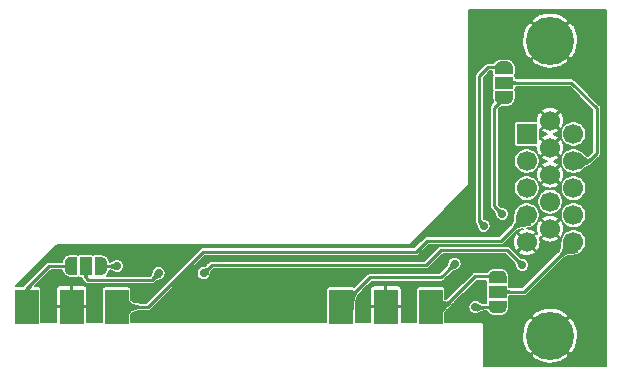
<source format=gbr>
G04 #@! TF.GenerationSoftware,KiCad,Pcbnew,(5.1.10-1-10_14)*
G04 #@! TF.CreationDate,2021-10-24T13:43:18-04:00*
G04 #@! TF.ProjectId,gscartsw2VGA,67736361-7274-4737-9732-5647412e6b69,1*
G04 #@! TF.SameCoordinates,Original*
G04 #@! TF.FileFunction,Copper,L2,Bot*
G04 #@! TF.FilePolarity,Positive*
%FSLAX46Y46*%
G04 Gerber Fmt 4.6, Leading zero omitted, Abs format (unit mm)*
G04 Created by KiCad (PCBNEW (5.1.10-1-10_14)) date 2021-10-24 13:43:18*
%MOMM*%
%LPD*%
G01*
G04 APERTURE LIST*
G04 #@! TA.AperFunction,ComponentPad*
%ADD10C,1.700000*%
G04 #@! TD*
G04 #@! TA.AperFunction,ComponentPad*
%ADD11C,4.066000*%
G04 #@! TD*
G04 #@! TA.AperFunction,ComponentPad*
%ADD12R,1.700000X1.700000*%
G04 #@! TD*
G04 #@! TA.AperFunction,SMDPad,CuDef*
%ADD13R,2.000000X3.000000*%
G04 #@! TD*
G04 #@! TA.AperFunction,SMDPad,CuDef*
%ADD14C,0.152400*%
G04 #@! TD*
G04 #@! TA.AperFunction,SMDPad,CuDef*
%ADD15R,1.000000X1.500000*%
G04 #@! TD*
G04 #@! TA.AperFunction,SMDPad,CuDef*
%ADD16R,1.500000X1.000000*%
G04 #@! TD*
G04 #@! TA.AperFunction,ViaPad*
%ADD17C,0.700000*%
G04 #@! TD*
G04 #@! TA.AperFunction,Conductor*
%ADD18C,0.250000*%
G04 #@! TD*
G04 #@! TA.AperFunction,Conductor*
%ADD19C,0.160000*%
G04 #@! TD*
G04 #@! TA.AperFunction,Conductor*
%ADD20C,0.152400*%
G04 #@! TD*
G04 #@! TA.AperFunction,Conductor*
%ADD21C,0.025400*%
G04 #@! TD*
G04 APERTURE END LIST*
D10*
X164130000Y-98345000D03*
X164130000Y-96055000D03*
X164130000Y-93765000D03*
X164130000Y-91475000D03*
X164130000Y-89185000D03*
X162150000Y-97200000D03*
X162150000Y-94910000D03*
X162150000Y-92620000D03*
X162150000Y-90330000D03*
X162150000Y-88040000D03*
X160170000Y-98345000D03*
X160170000Y-96055000D03*
X160170000Y-93765000D03*
X160170000Y-91475000D03*
D11*
X162150000Y-106260000D03*
X162150000Y-81270000D03*
D12*
X160170000Y-89185000D03*
D13*
X125443324Y-103821881D03*
X152043324Y-103821881D03*
X148243324Y-103821881D03*
X144443324Y-103821881D03*
X121643324Y-103821881D03*
X117843324Y-103821881D03*
G04 #@! TA.AperFunction,SMDPad,CuDef*
D14*
G36*
X123590000Y-99600000D02*
G01*
X124140000Y-99600000D01*
X124140000Y-99600602D01*
X124164534Y-99600602D01*
X124213365Y-99605412D01*
X124261490Y-99614984D01*
X124308445Y-99629228D01*
X124353778Y-99648005D01*
X124397051Y-99671136D01*
X124437850Y-99698396D01*
X124475779Y-99729524D01*
X124510476Y-99764221D01*
X124541604Y-99802150D01*
X124568864Y-99842949D01*
X124591995Y-99886222D01*
X124610772Y-99931555D01*
X124625016Y-99978510D01*
X124634588Y-100026635D01*
X124639398Y-100075466D01*
X124639398Y-100100000D01*
X124640000Y-100100000D01*
X124640000Y-100600000D01*
X124639398Y-100600000D01*
X124639398Y-100624534D01*
X124634588Y-100673365D01*
X124625016Y-100721490D01*
X124610772Y-100768445D01*
X124591995Y-100813778D01*
X124568864Y-100857051D01*
X124541604Y-100897850D01*
X124510476Y-100935779D01*
X124475779Y-100970476D01*
X124437850Y-101001604D01*
X124397051Y-101028864D01*
X124353778Y-101051995D01*
X124308445Y-101070772D01*
X124261490Y-101085016D01*
X124213365Y-101094588D01*
X124164534Y-101099398D01*
X124140000Y-101099398D01*
X124140000Y-101100000D01*
X123590000Y-101100000D01*
X123590000Y-99600000D01*
G37*
G04 #@! TD.AperFunction*
G04 #@! TA.AperFunction,SMDPad,CuDef*
G36*
X121540000Y-101099398D02*
G01*
X121515466Y-101099398D01*
X121466635Y-101094588D01*
X121418510Y-101085016D01*
X121371555Y-101070772D01*
X121326222Y-101051995D01*
X121282949Y-101028864D01*
X121242150Y-101001604D01*
X121204221Y-100970476D01*
X121169524Y-100935779D01*
X121138396Y-100897850D01*
X121111136Y-100857051D01*
X121088005Y-100813778D01*
X121069228Y-100768445D01*
X121054984Y-100721490D01*
X121045412Y-100673365D01*
X121040602Y-100624534D01*
X121040602Y-100600000D01*
X121040000Y-100600000D01*
X121040000Y-100100000D01*
X121040602Y-100100000D01*
X121040602Y-100075466D01*
X121045412Y-100026635D01*
X121054984Y-99978510D01*
X121069228Y-99931555D01*
X121088005Y-99886222D01*
X121111136Y-99842949D01*
X121138396Y-99802150D01*
X121169524Y-99764221D01*
X121204221Y-99729524D01*
X121242150Y-99698396D01*
X121282949Y-99671136D01*
X121326222Y-99648005D01*
X121371555Y-99629228D01*
X121418510Y-99614984D01*
X121466635Y-99605412D01*
X121515466Y-99600602D01*
X121540000Y-99600602D01*
X121540000Y-99600000D01*
X122090000Y-99600000D01*
X122090000Y-101100000D01*
X121540000Y-101100000D01*
X121540000Y-101099398D01*
G37*
G04 #@! TD.AperFunction*
D15*
X122840000Y-100350000D03*
D16*
X158240000Y-84830000D03*
G04 #@! TA.AperFunction,SMDPad,CuDef*
D14*
G36*
X157490602Y-83530000D02*
G01*
X157490602Y-83505466D01*
X157495412Y-83456635D01*
X157504984Y-83408510D01*
X157519228Y-83361555D01*
X157538005Y-83316222D01*
X157561136Y-83272949D01*
X157588396Y-83232150D01*
X157619524Y-83194221D01*
X157654221Y-83159524D01*
X157692150Y-83128396D01*
X157732949Y-83101136D01*
X157776222Y-83078005D01*
X157821555Y-83059228D01*
X157868510Y-83044984D01*
X157916635Y-83035412D01*
X157965466Y-83030602D01*
X157990000Y-83030602D01*
X157990000Y-83030000D01*
X158490000Y-83030000D01*
X158490000Y-83030602D01*
X158514534Y-83030602D01*
X158563365Y-83035412D01*
X158611490Y-83044984D01*
X158658445Y-83059228D01*
X158703778Y-83078005D01*
X158747051Y-83101136D01*
X158787850Y-83128396D01*
X158825779Y-83159524D01*
X158860476Y-83194221D01*
X158891604Y-83232150D01*
X158918864Y-83272949D01*
X158941995Y-83316222D01*
X158960772Y-83361555D01*
X158975016Y-83408510D01*
X158984588Y-83456635D01*
X158989398Y-83505466D01*
X158989398Y-83530000D01*
X158990000Y-83530000D01*
X158990000Y-84080000D01*
X157490000Y-84080000D01*
X157490000Y-83530000D01*
X157490602Y-83530000D01*
G37*
G04 #@! TD.AperFunction*
G04 #@! TA.AperFunction,SMDPad,CuDef*
G36*
X158990000Y-85580000D02*
G01*
X158990000Y-86130000D01*
X158989398Y-86130000D01*
X158989398Y-86154534D01*
X158984588Y-86203365D01*
X158975016Y-86251490D01*
X158960772Y-86298445D01*
X158941995Y-86343778D01*
X158918864Y-86387051D01*
X158891604Y-86427850D01*
X158860476Y-86465779D01*
X158825779Y-86500476D01*
X158787850Y-86531604D01*
X158747051Y-86558864D01*
X158703778Y-86581995D01*
X158658445Y-86600772D01*
X158611490Y-86615016D01*
X158563365Y-86624588D01*
X158514534Y-86629398D01*
X158490000Y-86629398D01*
X158490000Y-86630000D01*
X157990000Y-86630000D01*
X157990000Y-86629398D01*
X157965466Y-86629398D01*
X157916635Y-86624588D01*
X157868510Y-86615016D01*
X157821555Y-86600772D01*
X157776222Y-86581995D01*
X157732949Y-86558864D01*
X157692150Y-86531604D01*
X157654221Y-86500476D01*
X157619524Y-86465779D01*
X157588396Y-86427850D01*
X157561136Y-86387051D01*
X157538005Y-86343778D01*
X157519228Y-86298445D01*
X157504984Y-86251490D01*
X157495412Y-86203365D01*
X157490602Y-86154534D01*
X157490602Y-86130000D01*
X157490000Y-86130000D01*
X157490000Y-85580000D01*
X158990000Y-85580000D01*
G37*
G04 #@! TD.AperFunction*
G04 #@! TA.AperFunction,SMDPad,CuDef*
G36*
X158460000Y-103290000D02*
G01*
X158460000Y-103840000D01*
X158459398Y-103840000D01*
X158459398Y-103864534D01*
X158454588Y-103913365D01*
X158445016Y-103961490D01*
X158430772Y-104008445D01*
X158411995Y-104053778D01*
X158388864Y-104097051D01*
X158361604Y-104137850D01*
X158330476Y-104175779D01*
X158295779Y-104210476D01*
X158257850Y-104241604D01*
X158217051Y-104268864D01*
X158173778Y-104291995D01*
X158128445Y-104310772D01*
X158081490Y-104325016D01*
X158033365Y-104334588D01*
X157984534Y-104339398D01*
X157960000Y-104339398D01*
X157960000Y-104340000D01*
X157460000Y-104340000D01*
X157460000Y-104339398D01*
X157435466Y-104339398D01*
X157386635Y-104334588D01*
X157338510Y-104325016D01*
X157291555Y-104310772D01*
X157246222Y-104291995D01*
X157202949Y-104268864D01*
X157162150Y-104241604D01*
X157124221Y-104210476D01*
X157089524Y-104175779D01*
X157058396Y-104137850D01*
X157031136Y-104097051D01*
X157008005Y-104053778D01*
X156989228Y-104008445D01*
X156974984Y-103961490D01*
X156965412Y-103913365D01*
X156960602Y-103864534D01*
X156960602Y-103840000D01*
X156960000Y-103840000D01*
X156960000Y-103290000D01*
X158460000Y-103290000D01*
G37*
G04 #@! TD.AperFunction*
G04 #@! TA.AperFunction,SMDPad,CuDef*
G36*
X156960602Y-101240000D02*
G01*
X156960602Y-101215466D01*
X156965412Y-101166635D01*
X156974984Y-101118510D01*
X156989228Y-101071555D01*
X157008005Y-101026222D01*
X157031136Y-100982949D01*
X157058396Y-100942150D01*
X157089524Y-100904221D01*
X157124221Y-100869524D01*
X157162150Y-100838396D01*
X157202949Y-100811136D01*
X157246222Y-100788005D01*
X157291555Y-100769228D01*
X157338510Y-100754984D01*
X157386635Y-100745412D01*
X157435466Y-100740602D01*
X157460000Y-100740602D01*
X157460000Y-100740000D01*
X157960000Y-100740000D01*
X157960000Y-100740602D01*
X157984534Y-100740602D01*
X158033365Y-100745412D01*
X158081490Y-100754984D01*
X158128445Y-100769228D01*
X158173778Y-100788005D01*
X158217051Y-100811136D01*
X158257850Y-100838396D01*
X158295779Y-100869524D01*
X158330476Y-100904221D01*
X158361604Y-100942150D01*
X158388864Y-100982949D01*
X158411995Y-101026222D01*
X158430772Y-101071555D01*
X158445016Y-101118510D01*
X158454588Y-101166635D01*
X158459398Y-101215466D01*
X158459398Y-101240000D01*
X158460000Y-101240000D01*
X158460000Y-101790000D01*
X156960000Y-101790000D01*
X156960000Y-101240000D01*
X156960602Y-101240000D01*
G37*
G04 #@! TD.AperFunction*
D16*
X157710000Y-102540000D03*
D17*
X122160000Y-102690000D03*
X126360000Y-99190000D03*
X158490000Y-90490000D03*
X158490000Y-93260000D03*
X130300000Y-99750000D03*
X137740000Y-101090000D03*
X143560000Y-101390000D03*
X159790000Y-100280000D03*
X129000000Y-100960000D03*
X132810000Y-100960000D03*
X125490000Y-100350000D03*
X158090000Y-95960000D03*
X156530000Y-96960000D03*
X154059998Y-100160000D03*
X155820000Y-103840000D03*
D18*
X133510000Y-100260000D02*
X132810000Y-100960000D01*
X158520000Y-99010000D02*
X152910000Y-99010000D01*
X151660000Y-100260000D02*
X133510000Y-100260000D01*
X152910000Y-99010000D02*
X151660000Y-100260000D01*
X159790000Y-100280000D02*
X158520000Y-99010000D01*
X128410000Y-101550000D02*
X129000000Y-100960000D01*
X122840000Y-101350000D02*
X123040000Y-101550000D01*
X123040000Y-101550000D02*
X128410000Y-101550000D01*
X122840000Y-100350000D02*
X122840000Y-101350000D01*
X121540000Y-100350000D02*
X119750000Y-100350000D01*
X119750000Y-100350000D02*
X117840000Y-102260000D01*
X117840000Y-102260000D02*
X117840000Y-103910000D01*
X124140000Y-100350000D02*
X125490000Y-100350000D01*
X157420000Y-86950000D02*
X157420000Y-95290000D01*
X157420000Y-95290000D02*
X158090000Y-95960000D01*
X158230000Y-86140000D02*
X157420000Y-86950000D01*
X144443324Y-103776676D02*
X146900000Y-101320000D01*
X152899998Y-101320000D02*
X154059998Y-100160000D01*
X146900000Y-101320000D02*
X152899998Y-101320000D01*
X156150000Y-96580000D02*
X156530000Y-96960000D01*
X156930000Y-83520000D02*
X156150000Y-84300000D01*
X156150000Y-84300000D02*
X156150000Y-96580000D01*
X158240000Y-83520000D02*
X156930000Y-83520000D01*
X164410000Y-91490000D02*
X164140000Y-91220000D01*
X166080000Y-90830000D02*
X165420000Y-91490000D01*
X166080000Y-86960000D02*
X166080000Y-90830000D01*
X165420000Y-91490000D02*
X164410000Y-91490000D01*
X163950000Y-84830000D02*
X166080000Y-86960000D01*
X158240000Y-84830000D02*
X163950000Y-84830000D01*
X164140000Y-98350000D02*
X164140000Y-98060000D01*
X159950000Y-102540000D02*
X164140000Y-98350000D01*
X157710000Y-102540000D02*
X159950000Y-102540000D01*
X153090000Y-103930000D02*
X152040000Y-103930000D01*
X155780000Y-101240000D02*
X153090000Y-103930000D01*
X157710000Y-101240000D02*
X155780000Y-101240000D01*
X157710000Y-103840000D02*
X155820000Y-103840000D01*
X158014997Y-98205003D02*
X160170000Y-96050000D01*
X150790157Y-99130000D02*
X151715154Y-98205003D01*
X132760000Y-99130000D02*
X150790157Y-99130000D01*
X151715154Y-98205003D02*
X158014997Y-98205003D01*
X128068119Y-103821881D02*
X132760000Y-99130000D01*
X125443324Y-103821881D02*
X128068119Y-103821881D01*
D19*
X166890000Y-108830000D02*
X156560000Y-108830000D01*
X156560000Y-107912149D01*
X160561490Y-107912149D01*
X160790999Y-108207063D01*
X161196966Y-108434779D01*
X161639556Y-108578919D01*
X162101763Y-108633944D01*
X162565823Y-108597740D01*
X163013903Y-108471698D01*
X163428785Y-108260662D01*
X163509001Y-108207063D01*
X163738510Y-107912149D01*
X162150000Y-106323640D01*
X160561490Y-107912149D01*
X156560000Y-107912149D01*
X156560000Y-106211763D01*
X159776056Y-106211763D01*
X159812260Y-106675823D01*
X159938302Y-107123903D01*
X160149338Y-107538785D01*
X160202937Y-107619001D01*
X160497851Y-107848510D01*
X162086360Y-106260000D01*
X162213640Y-106260000D01*
X163802149Y-107848510D01*
X164097063Y-107619001D01*
X164324779Y-107213034D01*
X164468919Y-106770444D01*
X164523944Y-106308237D01*
X164487740Y-105844177D01*
X164361698Y-105396097D01*
X164150662Y-104981215D01*
X164097063Y-104900999D01*
X163802149Y-104671490D01*
X162213640Y-106260000D01*
X162086360Y-106260000D01*
X160497851Y-104671490D01*
X160202937Y-104900999D01*
X159975221Y-105306966D01*
X159831081Y-105749556D01*
X159776056Y-106211763D01*
X156560000Y-106211763D01*
X156560000Y-105384244D01*
X156561403Y-105370000D01*
X156555804Y-105313150D01*
X156539221Y-105258485D01*
X156512293Y-105208105D01*
X156476053Y-105163947D01*
X156431895Y-105127707D01*
X156381515Y-105100779D01*
X156326850Y-105084196D01*
X156284245Y-105080000D01*
X156270000Y-105078597D01*
X156255755Y-105080000D01*
X153284485Y-105080000D01*
X153284485Y-104607851D01*
X160561490Y-104607851D01*
X162150000Y-106196360D01*
X163738510Y-104607851D01*
X163509001Y-104312937D01*
X163103034Y-104085221D01*
X162660444Y-103941081D01*
X162198237Y-103886056D01*
X161734177Y-103922260D01*
X161286097Y-104048302D01*
X160871215Y-104259338D01*
X160790999Y-104312937D01*
X160561490Y-104607851D01*
X153284485Y-104607851D01*
X153284485Y-104315647D01*
X153371069Y-104218065D01*
X153372324Y-104216639D01*
X153456592Y-104120140D01*
X153541806Y-104022839D01*
X153634113Y-103919537D01*
X153740195Y-103804421D01*
X153866611Y-103671859D01*
X154020466Y-103515721D01*
X155931188Y-101605000D01*
X156718839Y-101605000D01*
X156718839Y-101790000D01*
X156723473Y-101837048D01*
X156737196Y-101882288D01*
X156754681Y-101915000D01*
X156737196Y-101947712D01*
X156723473Y-101992952D01*
X156718839Y-102040000D01*
X156718839Y-103040000D01*
X156723473Y-103087048D01*
X156737196Y-103132288D01*
X156754681Y-103165000D01*
X156737196Y-103197712D01*
X156723473Y-103242952D01*
X156718839Y-103290000D01*
X156718839Y-103475000D01*
X156513791Y-103475000D01*
X156448374Y-103472926D01*
X156402598Y-103467938D01*
X156369423Y-103461147D01*
X156343467Y-103452974D01*
X156318488Y-103442301D01*
X156289045Y-103426926D01*
X156251579Y-103405196D01*
X156206560Y-103378537D01*
X156202359Y-103376106D01*
X156150637Y-103346874D01*
X156142205Y-103342328D01*
X156120361Y-103331108D01*
X156099470Y-103317149D01*
X155992097Y-103272673D01*
X155878110Y-103250000D01*
X155761890Y-103250000D01*
X155647903Y-103272673D01*
X155540530Y-103317149D01*
X155443897Y-103381717D01*
X155361717Y-103463897D01*
X155297149Y-103560530D01*
X155252673Y-103667903D01*
X155230000Y-103781890D01*
X155230000Y-103898110D01*
X155252673Y-104012097D01*
X155297149Y-104119470D01*
X155361717Y-104216103D01*
X155443897Y-104298283D01*
X155540530Y-104362851D01*
X155647903Y-104407327D01*
X155761890Y-104430000D01*
X155878110Y-104430000D01*
X155992097Y-104407327D01*
X156099470Y-104362851D01*
X156120368Y-104348887D01*
X156142208Y-104337669D01*
X156150637Y-104333125D01*
X156202359Y-104303893D01*
X156206560Y-104301462D01*
X156251579Y-104274803D01*
X156289045Y-104253073D01*
X156318488Y-104237698D01*
X156343467Y-104227025D01*
X156369423Y-104218852D01*
X156402598Y-104212061D01*
X156448361Y-104207075D01*
X156513819Y-104205000D01*
X156816020Y-104205000D01*
X156818521Y-104209680D01*
X156872977Y-104291179D01*
X156902968Y-104327724D01*
X156972276Y-104397032D01*
X157008821Y-104427023D01*
X157090320Y-104481479D01*
X157132015Y-104503765D01*
X157222571Y-104541274D01*
X157267810Y-104554997D01*
X157363943Y-104574119D01*
X157410991Y-104578753D01*
X157435552Y-104578753D01*
X157460000Y-104581161D01*
X157960000Y-104581161D01*
X157984448Y-104578753D01*
X158009009Y-104578753D01*
X158056057Y-104574119D01*
X158152190Y-104554997D01*
X158197429Y-104541274D01*
X158287985Y-104503765D01*
X158329680Y-104481479D01*
X158411179Y-104427023D01*
X158447724Y-104397032D01*
X158517032Y-104327724D01*
X158547023Y-104291179D01*
X158601479Y-104209680D01*
X158623765Y-104167985D01*
X158661274Y-104077429D01*
X158674997Y-104032190D01*
X158694119Y-103936057D01*
X158698753Y-103889009D01*
X158698753Y-103864448D01*
X158701161Y-103840000D01*
X158701161Y-103290000D01*
X158696527Y-103242952D01*
X158682804Y-103197712D01*
X158665319Y-103165000D01*
X158682804Y-103132288D01*
X158696527Y-103087048D01*
X158701161Y-103040000D01*
X158701161Y-102905164D01*
X158705046Y-102905000D01*
X159932071Y-102905000D01*
X159950000Y-102906766D01*
X159967929Y-102905000D01*
X159967931Y-102905000D01*
X160021552Y-102899719D01*
X160090355Y-102878848D01*
X160153764Y-102844955D01*
X160209343Y-102799343D01*
X160220779Y-102785408D01*
X163198695Y-99807493D01*
X163331562Y-99687676D01*
X163441309Y-99611124D01*
X163537590Y-99563112D01*
X163629862Y-99533202D01*
X163729009Y-99514107D01*
X163843266Y-99500767D01*
X163972773Y-99487876D01*
X163980963Y-99486918D01*
X164122613Y-99467884D01*
X164139653Y-99464966D01*
X164295121Y-99432540D01*
X164316756Y-99426965D01*
X164387903Y-99405054D01*
X164447941Y-99393112D01*
X164646309Y-99310945D01*
X164824834Y-99191658D01*
X164976658Y-99039834D01*
X165095945Y-98861309D01*
X165178112Y-98662941D01*
X165220000Y-98452356D01*
X165220000Y-98237644D01*
X165178112Y-98027059D01*
X165095945Y-97828691D01*
X164976658Y-97650166D01*
X164824834Y-97498342D01*
X164646309Y-97379055D01*
X164447941Y-97296888D01*
X164237356Y-97255000D01*
X164022644Y-97255000D01*
X163812059Y-97296888D01*
X163613691Y-97379055D01*
X163435166Y-97498342D01*
X163283342Y-97650166D01*
X163164055Y-97828691D01*
X163081888Y-98027059D01*
X163066711Y-98103357D01*
X163043958Y-98184389D01*
X163038991Y-98205805D01*
X163010375Y-98361201D01*
X163007923Y-98377724D01*
X162991941Y-98519192D01*
X162991214Y-98526674D01*
X162980734Y-98655500D01*
X162969226Y-98768466D01*
X162951541Y-98866154D01*
X162922905Y-98956834D01*
X162876172Y-99051569D01*
X162800933Y-99159862D01*
X162682473Y-99291339D01*
X159798813Y-102175000D01*
X158705050Y-102175000D01*
X158701161Y-102174836D01*
X158701161Y-102040000D01*
X158696527Y-101992952D01*
X158682804Y-101947712D01*
X158665319Y-101915000D01*
X158682804Y-101882288D01*
X158696527Y-101837048D01*
X158701161Y-101790000D01*
X158701161Y-101240000D01*
X158698753Y-101215552D01*
X158698753Y-101190991D01*
X158694119Y-101143943D01*
X158674997Y-101047810D01*
X158661274Y-101002571D01*
X158623765Y-100912015D01*
X158601479Y-100870320D01*
X158547023Y-100788821D01*
X158517032Y-100752276D01*
X158447724Y-100682968D01*
X158411179Y-100652977D01*
X158329680Y-100598521D01*
X158287985Y-100576235D01*
X158197429Y-100538726D01*
X158152190Y-100525003D01*
X158056057Y-100505881D01*
X158009009Y-100501247D01*
X157984448Y-100501247D01*
X157960000Y-100498839D01*
X157460000Y-100498839D01*
X157435552Y-100501247D01*
X157410991Y-100501247D01*
X157363943Y-100505881D01*
X157267810Y-100525003D01*
X157222571Y-100538726D01*
X157132015Y-100576235D01*
X157090320Y-100598521D01*
X157008821Y-100652977D01*
X156972276Y-100682968D01*
X156902968Y-100752276D01*
X156872977Y-100788821D01*
X156818521Y-100870320D01*
X156816020Y-100875000D01*
X155797928Y-100875000D01*
X155779999Y-100873234D01*
X155762070Y-100875000D01*
X155762069Y-100875000D01*
X155708448Y-100880281D01*
X155639645Y-100901152D01*
X155639643Y-100901153D01*
X155576234Y-100935046D01*
X155570237Y-100939968D01*
X155520657Y-100980657D01*
X155509225Y-100994587D01*
X153510753Y-102993060D01*
X153422499Y-103067665D01*
X153362342Y-103099815D01*
X153318013Y-103110231D01*
X153284485Y-103108916D01*
X153284485Y-102321881D01*
X153279851Y-102274833D01*
X153266128Y-102229593D01*
X153243842Y-102187899D01*
X153213851Y-102151354D01*
X153177306Y-102121363D01*
X153135612Y-102099077D01*
X153090372Y-102085354D01*
X153043324Y-102080720D01*
X151043324Y-102080720D01*
X150996276Y-102085354D01*
X150951036Y-102099077D01*
X150909342Y-102121363D01*
X150872797Y-102151354D01*
X150842806Y-102187899D01*
X150820520Y-102229593D01*
X150806797Y-102274833D01*
X150802163Y-102321881D01*
X150802163Y-105080000D01*
X149574640Y-105080000D01*
X149573324Y-103949381D01*
X149490824Y-103866881D01*
X148288324Y-103866881D01*
X148288324Y-103886881D01*
X148198324Y-103886881D01*
X148198324Y-103866881D01*
X146995824Y-103866881D01*
X146913324Y-103949381D01*
X146912008Y-105080000D01*
X145684485Y-105080000D01*
X145684485Y-103970058D01*
X145688555Y-103950642D01*
X145718567Y-103764503D01*
X145720675Y-103747657D01*
X145735805Y-103578309D01*
X145736360Y-103570754D01*
X145745256Y-103416310D01*
X145756048Y-103279458D01*
X145775298Y-103159093D01*
X145808934Y-103046177D01*
X145865339Y-102928616D01*
X145956510Y-102795808D01*
X146098967Y-102637221D01*
X146414307Y-102321881D01*
X146911727Y-102321881D01*
X146913324Y-103694381D01*
X146995824Y-103776881D01*
X148198324Y-103776881D01*
X148198324Y-102074381D01*
X148288324Y-102074381D01*
X148288324Y-103776881D01*
X149490824Y-103776881D01*
X149573324Y-103694381D01*
X149574921Y-102321881D01*
X149568549Y-102257190D01*
X149549680Y-102194984D01*
X149519037Y-102137656D01*
X149477798Y-102087407D01*
X149427549Y-102046168D01*
X149370221Y-102015525D01*
X149308015Y-101996656D01*
X149243324Y-101990284D01*
X148370824Y-101991881D01*
X148288324Y-102074381D01*
X148198324Y-102074381D01*
X148115824Y-101991881D01*
X147243324Y-101990284D01*
X147178633Y-101996656D01*
X147116427Y-102015525D01*
X147059099Y-102046168D01*
X147008850Y-102087407D01*
X146967611Y-102137656D01*
X146936968Y-102194984D01*
X146918099Y-102257190D01*
X146911727Y-102321881D01*
X146414307Y-102321881D01*
X147051188Y-101685000D01*
X152882069Y-101685000D01*
X152899998Y-101686766D01*
X152917927Y-101685000D01*
X152917929Y-101685000D01*
X152971550Y-101679719D01*
X153040353Y-101658848D01*
X153103762Y-101624955D01*
X153159341Y-101579343D01*
X153170777Y-101565408D01*
X153827503Y-100908682D01*
X153875234Y-100863884D01*
X153911128Y-100835044D01*
X153939383Y-100816391D01*
X153963522Y-100803813D01*
X153988738Y-100793695D01*
X154020414Y-100783752D01*
X154062234Y-100772634D01*
X154112956Y-100759643D01*
X154117651Y-100758390D01*
X154174894Y-100742487D01*
X154184066Y-100739740D01*
X154207431Y-100732233D01*
X154232095Y-100727327D01*
X154339468Y-100682851D01*
X154436101Y-100618283D01*
X154518281Y-100536103D01*
X154582849Y-100439470D01*
X154627325Y-100332097D01*
X154649998Y-100218110D01*
X154649998Y-100101890D01*
X154627325Y-99987903D01*
X154582849Y-99880530D01*
X154518281Y-99783897D01*
X154436101Y-99701717D01*
X154339468Y-99637149D01*
X154232095Y-99592673D01*
X154118108Y-99570000D01*
X154001888Y-99570000D01*
X153887901Y-99592673D01*
X153780528Y-99637149D01*
X153683895Y-99701717D01*
X153601715Y-99783897D01*
X153537147Y-99880530D01*
X153492671Y-99987903D01*
X153487767Y-100012556D01*
X153480258Y-100035926D01*
X153477510Y-100045103D01*
X153461607Y-100102346D01*
X153460354Y-100107041D01*
X153447363Y-100157763D01*
X153436245Y-100199583D01*
X153426302Y-100231259D01*
X153416184Y-100256475D01*
X153403606Y-100280614D01*
X153384953Y-100308869D01*
X153356112Y-100344763D01*
X153311310Y-100392500D01*
X152748811Y-100955000D01*
X146917929Y-100955000D01*
X146900000Y-100953234D01*
X146882071Y-100955000D01*
X146882069Y-100955000D01*
X146828448Y-100960281D01*
X146780515Y-100974821D01*
X146759644Y-100981152D01*
X146742564Y-100990282D01*
X146696236Y-101015045D01*
X146640657Y-101060657D01*
X146629226Y-101074586D01*
X145582683Y-102121130D01*
X145579983Y-102123560D01*
X145577306Y-102121363D01*
X145535612Y-102099077D01*
X145490372Y-102085354D01*
X145443324Y-102080720D01*
X143443324Y-102080720D01*
X143396276Y-102085354D01*
X143351036Y-102099077D01*
X143309342Y-102121363D01*
X143272797Y-102151354D01*
X143242806Y-102187899D01*
X143220520Y-102229593D01*
X143206797Y-102274833D01*
X143202163Y-102321881D01*
X143202163Y-105080000D01*
X126684485Y-105080000D01*
X126684485Y-104442390D01*
X126736668Y-104399018D01*
X126837153Y-104327569D01*
X126942286Y-104271341D01*
X127066543Y-104227922D01*
X127225932Y-104198349D01*
X127439763Y-104186881D01*
X128050190Y-104186881D01*
X128068119Y-104188647D01*
X128086048Y-104186881D01*
X128086050Y-104186881D01*
X128139671Y-104181600D01*
X128208474Y-104160729D01*
X128271883Y-104126836D01*
X128327462Y-104081224D01*
X128338898Y-104067289D01*
X131504297Y-100901890D01*
X132220000Y-100901890D01*
X132220000Y-101018110D01*
X132242673Y-101132097D01*
X132287149Y-101239470D01*
X132351717Y-101336103D01*
X132433897Y-101418283D01*
X132530530Y-101482851D01*
X132637903Y-101527327D01*
X132751890Y-101550000D01*
X132868110Y-101550000D01*
X132982097Y-101527327D01*
X133089470Y-101482851D01*
X133186103Y-101418283D01*
X133268283Y-101336103D01*
X133332851Y-101239470D01*
X133377327Y-101132097D01*
X133382233Y-101107433D01*
X133389740Y-101084068D01*
X133392487Y-101074896D01*
X133408390Y-101017653D01*
X133409643Y-101012958D01*
X133422634Y-100962236D01*
X133433752Y-100920416D01*
X133443695Y-100888740D01*
X133453813Y-100863524D01*
X133466391Y-100839385D01*
X133485044Y-100811130D01*
X133513884Y-100775236D01*
X133558680Y-100727507D01*
X133661188Y-100625000D01*
X151642071Y-100625000D01*
X151660000Y-100626766D01*
X151677929Y-100625000D01*
X151677931Y-100625000D01*
X151731552Y-100619719D01*
X151800355Y-100598848D01*
X151863764Y-100564955D01*
X151919343Y-100519343D01*
X151930779Y-100505408D01*
X153061188Y-99375000D01*
X158368813Y-99375000D01*
X159041332Y-100047519D01*
X159086109Y-100095229D01*
X159114955Y-100131130D01*
X159133608Y-100159385D01*
X159146186Y-100183524D01*
X159156304Y-100208740D01*
X159166247Y-100240416D01*
X159177365Y-100282236D01*
X159190356Y-100332958D01*
X159191609Y-100337653D01*
X159207512Y-100394896D01*
X159210260Y-100404072D01*
X159217769Y-100427440D01*
X159222673Y-100452097D01*
X159267149Y-100559470D01*
X159331717Y-100656103D01*
X159413897Y-100738283D01*
X159510530Y-100802851D01*
X159617903Y-100847327D01*
X159731890Y-100870000D01*
X159848110Y-100870000D01*
X159962097Y-100847327D01*
X160069470Y-100802851D01*
X160166103Y-100738283D01*
X160248283Y-100656103D01*
X160312851Y-100559470D01*
X160357327Y-100452097D01*
X160380000Y-100338110D01*
X160380000Y-100221890D01*
X160357327Y-100107903D01*
X160312851Y-100000530D01*
X160248283Y-99903897D01*
X160166103Y-99821717D01*
X160069470Y-99757149D01*
X159962097Y-99712673D01*
X159937440Y-99707769D01*
X159914072Y-99700260D01*
X159904896Y-99697512D01*
X159847653Y-99681609D01*
X159842958Y-99680356D01*
X159792236Y-99667365D01*
X159750416Y-99656247D01*
X159718740Y-99646304D01*
X159693524Y-99636186D01*
X159669385Y-99623608D01*
X159641130Y-99604955D01*
X159605229Y-99576109D01*
X159557519Y-99531332D01*
X159182445Y-99156258D01*
X159422382Y-99156258D01*
X159509965Y-99330019D01*
X159714814Y-99439859D01*
X159937157Y-99507624D01*
X160168447Y-99530709D01*
X160399797Y-99508229D01*
X160622316Y-99441047D01*
X160827453Y-99331744D01*
X160830035Y-99330019D01*
X160917618Y-99156258D01*
X160170000Y-98408640D01*
X159422382Y-99156258D01*
X159182445Y-99156258D01*
X158790779Y-98764592D01*
X158779343Y-98750657D01*
X158723764Y-98705045D01*
X158660355Y-98671152D01*
X158591552Y-98650281D01*
X158537931Y-98645000D01*
X158537929Y-98645000D01*
X158520000Y-98643234D01*
X158502071Y-98645000D01*
X152927929Y-98645000D01*
X152910000Y-98643234D01*
X152892071Y-98645000D01*
X152892069Y-98645000D01*
X152838448Y-98650281D01*
X152769645Y-98671152D01*
X152706236Y-98705045D01*
X152650657Y-98750657D01*
X152639225Y-98764587D01*
X151508813Y-99895000D01*
X133527928Y-99895000D01*
X133509999Y-99893234D01*
X133492070Y-99895000D01*
X133492069Y-99895000D01*
X133438448Y-99900281D01*
X133369645Y-99921152D01*
X133369643Y-99921153D01*
X133306234Y-99955046D01*
X133282125Y-99974833D01*
X133250657Y-100000657D01*
X133239226Y-100014586D01*
X133042498Y-100211314D01*
X132994763Y-100256114D01*
X132958869Y-100284955D01*
X132930614Y-100303608D01*
X132906475Y-100316186D01*
X132881259Y-100326304D01*
X132849583Y-100336247D01*
X132807763Y-100347365D01*
X132757041Y-100360356D01*
X132752346Y-100361609D01*
X132695103Y-100377512D01*
X132685926Y-100380260D01*
X132662556Y-100387769D01*
X132637903Y-100392673D01*
X132530530Y-100437149D01*
X132433897Y-100501717D01*
X132351717Y-100583897D01*
X132287149Y-100680530D01*
X132242673Y-100787903D01*
X132220000Y-100901890D01*
X131504297Y-100901890D01*
X132911188Y-99495000D01*
X150772228Y-99495000D01*
X150790157Y-99496766D01*
X150808086Y-99495000D01*
X150808088Y-99495000D01*
X150861709Y-99489719D01*
X150930512Y-99468848D01*
X150993921Y-99434955D01*
X151049500Y-99389343D01*
X151060936Y-99375408D01*
X151866342Y-98570003D01*
X157997068Y-98570003D01*
X158014997Y-98571769D01*
X158032926Y-98570003D01*
X158032928Y-98570003D01*
X158086549Y-98564722D01*
X158155352Y-98543851D01*
X158218761Y-98509958D01*
X158274340Y-98464346D01*
X158285776Y-98450411D01*
X158392740Y-98343447D01*
X158984291Y-98343447D01*
X159006771Y-98574797D01*
X159073953Y-98797316D01*
X159183256Y-99002453D01*
X159184981Y-99005035D01*
X159358742Y-99092618D01*
X160106360Y-98345000D01*
X160233640Y-98345000D01*
X160981258Y-99092618D01*
X161155019Y-99005035D01*
X161264859Y-98800186D01*
X161332624Y-98577843D01*
X161355709Y-98346553D01*
X161333229Y-98115203D01*
X161301847Y-98011258D01*
X161402382Y-98011258D01*
X161489965Y-98185019D01*
X161694814Y-98294859D01*
X161917157Y-98362624D01*
X162148447Y-98385709D01*
X162379797Y-98363229D01*
X162602316Y-98296047D01*
X162807453Y-98186744D01*
X162810035Y-98185019D01*
X162897618Y-98011258D01*
X162150000Y-97263640D01*
X161402382Y-98011258D01*
X161301847Y-98011258D01*
X161272561Y-97914260D01*
X161338742Y-97947618D01*
X162086360Y-97200000D01*
X162213640Y-97200000D01*
X162961258Y-97947618D01*
X163135019Y-97860035D01*
X163244859Y-97655186D01*
X163312624Y-97432843D01*
X163335709Y-97201553D01*
X163313229Y-96970203D01*
X163246047Y-96747684D01*
X163136744Y-96542547D01*
X163135019Y-96539965D01*
X162961258Y-96452382D01*
X162213640Y-97200000D01*
X162086360Y-97200000D01*
X161338742Y-96452382D01*
X161164981Y-96539965D01*
X161055141Y-96744814D01*
X160987376Y-96967157D01*
X160964291Y-97198447D01*
X160986771Y-97429797D01*
X161047439Y-97630740D01*
X160981258Y-97597382D01*
X160233640Y-98345000D01*
X160106360Y-98345000D01*
X159358742Y-97597382D01*
X159184981Y-97684965D01*
X159075141Y-97889814D01*
X159007376Y-98112157D01*
X158984291Y-98343447D01*
X158392740Y-98343447D01*
X159228668Y-97507520D01*
X159360611Y-97388604D01*
X159469377Y-97312939D01*
X159564627Y-97265783D01*
X159655837Y-97236729D01*
X159754007Y-97218583D01*
X159853450Y-97207963D01*
X159717684Y-97248953D01*
X159512547Y-97358256D01*
X159509965Y-97359981D01*
X159422382Y-97533742D01*
X160170000Y-98281360D01*
X160917618Y-97533742D01*
X160830035Y-97359981D01*
X160625186Y-97250141D01*
X160402843Y-97182376D01*
X160218640Y-97163991D01*
X160317843Y-97144919D01*
X160339334Y-97139751D01*
X160417233Y-97117177D01*
X160487941Y-97103112D01*
X160686309Y-97020945D01*
X160864834Y-96901658D01*
X161016658Y-96749834D01*
X161135945Y-96571309D01*
X161211566Y-96388742D01*
X161402382Y-96388742D01*
X162150000Y-97136360D01*
X162897618Y-96388742D01*
X162810035Y-96214981D01*
X162605186Y-96105141D01*
X162382843Y-96037376D01*
X162151553Y-96014291D01*
X161920203Y-96036771D01*
X161697684Y-96103953D01*
X161492547Y-96213256D01*
X161489965Y-96214981D01*
X161402382Y-96388742D01*
X161211566Y-96388742D01*
X161218112Y-96372941D01*
X161260000Y-96162356D01*
X161260000Y-95947644D01*
X161218112Y-95737059D01*
X161135945Y-95538691D01*
X161016658Y-95360166D01*
X160864834Y-95208342D01*
X160686309Y-95089055D01*
X160487941Y-95006888D01*
X160277356Y-94965000D01*
X160062644Y-94965000D01*
X159852059Y-95006888D01*
X159653691Y-95089055D01*
X159475166Y-95208342D01*
X159323342Y-95360166D01*
X159204055Y-95538691D01*
X159121888Y-95737059D01*
X159108902Y-95802346D01*
X159086607Y-95876945D01*
X159081235Y-95898513D01*
X159050085Y-96053965D01*
X159047325Y-96070837D01*
X159029315Y-96212432D01*
X159028438Y-96220388D01*
X159016359Y-96349666D01*
X159003639Y-96463495D01*
X158985021Y-96562158D01*
X158955544Y-96653894D01*
X158907963Y-96749659D01*
X158831849Y-96858924D01*
X158712504Y-96991308D01*
X157863810Y-97840003D01*
X151733082Y-97840003D01*
X151715153Y-97838237D01*
X151697224Y-97840003D01*
X151697223Y-97840003D01*
X151643602Y-97845284D01*
X151574799Y-97866155D01*
X151525167Y-97892684D01*
X151511388Y-97900049D01*
X151487511Y-97919645D01*
X151455811Y-97945660D01*
X151444380Y-97959589D01*
X150638970Y-98765000D01*
X132777929Y-98765000D01*
X132760000Y-98763234D01*
X132742071Y-98765000D01*
X132742069Y-98765000D01*
X132688448Y-98770281D01*
X132619645Y-98791152D01*
X132556236Y-98825045D01*
X132500657Y-98870657D01*
X132489226Y-98884586D01*
X127916932Y-103456881D01*
X127439764Y-103456881D01*
X127225932Y-103445412D01*
X127066543Y-103415839D01*
X126942286Y-103372420D01*
X126837153Y-103316192D01*
X126736668Y-103244743D01*
X126684485Y-103201371D01*
X126684485Y-102321881D01*
X126679851Y-102274833D01*
X126666128Y-102229593D01*
X126643842Y-102187899D01*
X126613851Y-102151354D01*
X126577306Y-102121363D01*
X126535612Y-102099077D01*
X126490372Y-102085354D01*
X126443324Y-102080720D01*
X124443324Y-102080720D01*
X124396276Y-102085354D01*
X124351036Y-102099077D01*
X124309342Y-102121363D01*
X124272797Y-102151354D01*
X124242806Y-102187899D01*
X124220520Y-102229593D01*
X124206797Y-102274833D01*
X124202163Y-102321881D01*
X124202163Y-105080000D01*
X122974640Y-105080000D01*
X122973324Y-103949381D01*
X122890824Y-103866881D01*
X121688324Y-103866881D01*
X121688324Y-103886881D01*
X121598324Y-103886881D01*
X121598324Y-103866881D01*
X120395824Y-103866881D01*
X120313324Y-103949381D01*
X120312008Y-105080000D01*
X119084485Y-105080000D01*
X119084485Y-102321881D01*
X120311727Y-102321881D01*
X120313324Y-103694381D01*
X120395824Y-103776881D01*
X121598324Y-103776881D01*
X121598324Y-102074381D01*
X121688324Y-102074381D01*
X121688324Y-103776881D01*
X122890824Y-103776881D01*
X122973324Y-103694381D01*
X122974921Y-102321881D01*
X122968549Y-102257190D01*
X122949680Y-102194984D01*
X122919037Y-102137656D01*
X122877798Y-102087407D01*
X122827549Y-102046168D01*
X122770221Y-102015525D01*
X122708015Y-101996656D01*
X122643324Y-101990284D01*
X121770824Y-101991881D01*
X121688324Y-102074381D01*
X121598324Y-102074381D01*
X121515824Y-101991881D01*
X120643324Y-101990284D01*
X120578633Y-101996656D01*
X120516427Y-102015525D01*
X120459099Y-102046168D01*
X120408850Y-102087407D01*
X120367611Y-102137656D01*
X120336968Y-102194984D01*
X120318099Y-102257190D01*
X120311727Y-102321881D01*
X119084485Y-102321881D01*
X119079851Y-102274833D01*
X119066128Y-102229593D01*
X119043842Y-102187899D01*
X119013851Y-102151354D01*
X118977306Y-102121363D01*
X118935612Y-102099077D01*
X118890372Y-102085354D01*
X118843324Y-102080720D01*
X118535467Y-102080720D01*
X119901188Y-100715000D01*
X120809649Y-100715000D01*
X120825003Y-100792190D01*
X120838726Y-100837429D01*
X120876235Y-100927985D01*
X120898521Y-100969680D01*
X120952977Y-101051179D01*
X120982968Y-101087724D01*
X121052276Y-101157032D01*
X121088821Y-101187023D01*
X121170320Y-101241479D01*
X121212015Y-101263765D01*
X121302571Y-101301274D01*
X121347810Y-101314997D01*
X121443943Y-101334119D01*
X121490991Y-101338753D01*
X121515552Y-101338753D01*
X121540000Y-101341161D01*
X122090000Y-101341161D01*
X122137048Y-101336527D01*
X122182288Y-101322804D01*
X122215000Y-101305319D01*
X122247712Y-101322804D01*
X122292952Y-101336527D01*
X122340000Y-101341161D01*
X122474105Y-101341161D01*
X122473234Y-101350000D01*
X122479109Y-101409644D01*
X122480282Y-101421552D01*
X122501153Y-101490355D01*
X122535046Y-101553764D01*
X122580658Y-101609343D01*
X122594588Y-101620775D01*
X122769221Y-101795408D01*
X122780657Y-101809343D01*
X122836236Y-101854955D01*
X122899645Y-101888848D01*
X122968448Y-101909719D01*
X123022069Y-101915000D01*
X123022071Y-101915000D01*
X123040000Y-101916766D01*
X123057929Y-101915000D01*
X128392071Y-101915000D01*
X128410000Y-101916766D01*
X128427929Y-101915000D01*
X128427931Y-101915000D01*
X128481552Y-101909719D01*
X128550355Y-101888848D01*
X128613764Y-101854955D01*
X128669343Y-101809343D01*
X128680779Y-101795408D01*
X128767499Y-101708688D01*
X128815236Y-101663884D01*
X128851130Y-101635044D01*
X128879385Y-101616391D01*
X128903524Y-101603813D01*
X128928740Y-101593695D01*
X128960416Y-101583752D01*
X129002236Y-101572634D01*
X129052958Y-101559643D01*
X129057653Y-101558390D01*
X129114896Y-101542487D01*
X129124068Y-101539740D01*
X129147433Y-101532233D01*
X129172097Y-101527327D01*
X129279470Y-101482851D01*
X129376103Y-101418283D01*
X129458283Y-101336103D01*
X129522851Y-101239470D01*
X129567327Y-101132097D01*
X129590000Y-101018110D01*
X129590000Y-100901890D01*
X129567327Y-100787903D01*
X129522851Y-100680530D01*
X129458283Y-100583897D01*
X129376103Y-100501717D01*
X129279470Y-100437149D01*
X129172097Y-100392673D01*
X129058110Y-100370000D01*
X128941890Y-100370000D01*
X128827903Y-100392673D01*
X128720530Y-100437149D01*
X128623897Y-100501717D01*
X128541717Y-100583897D01*
X128477149Y-100680530D01*
X128432673Y-100787903D01*
X128427769Y-100812556D01*
X128420260Y-100835926D01*
X128417512Y-100845103D01*
X128401609Y-100902346D01*
X128400356Y-100907041D01*
X128387365Y-100957763D01*
X128376247Y-100999583D01*
X128366304Y-101031259D01*
X128356186Y-101056475D01*
X128343608Y-101080614D01*
X128324955Y-101108869D01*
X128296114Y-101144763D01*
X128258351Y-101185000D01*
X124593644Y-101185000D01*
X124627724Y-101157032D01*
X124697032Y-101087724D01*
X124727023Y-101051179D01*
X124781479Y-100969680D01*
X124803765Y-100927985D01*
X124841274Y-100837429D01*
X124854997Y-100792190D01*
X124869762Y-100717960D01*
X124907401Y-100722061D01*
X124940576Y-100728852D01*
X124966532Y-100737025D01*
X124991511Y-100747698D01*
X125020954Y-100763073D01*
X125058420Y-100784803D01*
X125103439Y-100811462D01*
X125107640Y-100813893D01*
X125159362Y-100843125D01*
X125167792Y-100847670D01*
X125189637Y-100858891D01*
X125210530Y-100872851D01*
X125317903Y-100917327D01*
X125431890Y-100940000D01*
X125548110Y-100940000D01*
X125662097Y-100917327D01*
X125769470Y-100872851D01*
X125866103Y-100808283D01*
X125948283Y-100726103D01*
X126012851Y-100629470D01*
X126057327Y-100522097D01*
X126080000Y-100408110D01*
X126080000Y-100291890D01*
X126057327Y-100177903D01*
X126012851Y-100070530D01*
X125948283Y-99973897D01*
X125866103Y-99891717D01*
X125769470Y-99827149D01*
X125662097Y-99782673D01*
X125548110Y-99760000D01*
X125431890Y-99760000D01*
X125317903Y-99782673D01*
X125210530Y-99827149D01*
X125189637Y-99841109D01*
X125167795Y-99852328D01*
X125159362Y-99856874D01*
X125107640Y-99886106D01*
X125103439Y-99888537D01*
X125058420Y-99915196D01*
X125020954Y-99936926D01*
X124991511Y-99952301D01*
X124966532Y-99962974D01*
X124940576Y-99971147D01*
X124907401Y-99977938D01*
X124869762Y-99982039D01*
X124854997Y-99907810D01*
X124841274Y-99862571D01*
X124803765Y-99772015D01*
X124781479Y-99730320D01*
X124727023Y-99648821D01*
X124697032Y-99612276D01*
X124627724Y-99542968D01*
X124591179Y-99512977D01*
X124509680Y-99458521D01*
X124467985Y-99436235D01*
X124377429Y-99398726D01*
X124332190Y-99385003D01*
X124236057Y-99365881D01*
X124189009Y-99361247D01*
X124164448Y-99361247D01*
X124140000Y-99358839D01*
X123590000Y-99358839D01*
X123542952Y-99363473D01*
X123497712Y-99377196D01*
X123465000Y-99394681D01*
X123432288Y-99377196D01*
X123387048Y-99363473D01*
X123340000Y-99358839D01*
X122340000Y-99358839D01*
X122292952Y-99363473D01*
X122247712Y-99377196D01*
X122215000Y-99394681D01*
X122182288Y-99377196D01*
X122137048Y-99363473D01*
X122090000Y-99358839D01*
X121540000Y-99358839D01*
X121515552Y-99361247D01*
X121490991Y-99361247D01*
X121443943Y-99365881D01*
X121347810Y-99385003D01*
X121302571Y-99398726D01*
X121212015Y-99436235D01*
X121170320Y-99458521D01*
X121088821Y-99512977D01*
X121052276Y-99542968D01*
X120982968Y-99612276D01*
X120952977Y-99648821D01*
X120898521Y-99730320D01*
X120876235Y-99772015D01*
X120838726Y-99862571D01*
X120825003Y-99907810D01*
X120809649Y-99985000D01*
X119767929Y-99985000D01*
X119750000Y-99983234D01*
X119732071Y-99985000D01*
X119732069Y-99985000D01*
X119678448Y-99990281D01*
X119609645Y-100011152D01*
X119546236Y-100045045D01*
X119490657Y-100090657D01*
X119479225Y-100104587D01*
X117594588Y-101989225D01*
X117580657Y-102000658D01*
X117535045Y-102056237D01*
X117521958Y-102080720D01*
X116909401Y-102080720D01*
X120430121Y-98560000D01*
X150105762Y-98560000D01*
X150120000Y-98561402D01*
X150134238Y-98560000D01*
X150134245Y-98560000D01*
X150176850Y-98555804D01*
X150231515Y-98539221D01*
X150281895Y-98512293D01*
X150326053Y-98476053D01*
X150335138Y-98464983D01*
X155214988Y-93585134D01*
X155226053Y-93576053D01*
X155262293Y-93531895D01*
X155289221Y-93481515D01*
X155305804Y-93426850D01*
X155310000Y-93384245D01*
X155310000Y-93384236D01*
X155311402Y-93370001D01*
X155310000Y-93355766D01*
X155310000Y-84300000D01*
X155783234Y-84300000D01*
X155785000Y-84317929D01*
X155785001Y-96562061D01*
X155783234Y-96580000D01*
X155790282Y-96651552D01*
X155811153Y-96720355D01*
X155845046Y-96783764D01*
X155890658Y-96839343D01*
X155904588Y-96850775D01*
X155912865Y-96859052D01*
X155924963Y-96884142D01*
X155932553Y-96905176D01*
X155937327Y-96927612D01*
X155940000Y-96967929D01*
X155940000Y-97018110D01*
X155962673Y-97132097D01*
X156007149Y-97239470D01*
X156071717Y-97336103D01*
X156153897Y-97418283D01*
X156250530Y-97482851D01*
X156357903Y-97527327D01*
X156471890Y-97550000D01*
X156588110Y-97550000D01*
X156702097Y-97527327D01*
X156809470Y-97482851D01*
X156906103Y-97418283D01*
X156988283Y-97336103D01*
X157052851Y-97239470D01*
X157097327Y-97132097D01*
X157120000Y-97018110D01*
X157120000Y-96901890D01*
X157097327Y-96787903D01*
X157052851Y-96680530D01*
X156988283Y-96583897D01*
X156906103Y-96501717D01*
X156809470Y-96437149D01*
X156702097Y-96392673D01*
X156659638Y-96384228D01*
X156658175Y-96383816D01*
X156637270Y-96378933D01*
X156585187Y-96369201D01*
X156574972Y-96367520D01*
X156524433Y-96360316D01*
X156515000Y-96358924D01*
X156515000Y-84451187D01*
X157081188Y-83885000D01*
X157248839Y-83885000D01*
X157248839Y-84080000D01*
X157253473Y-84127048D01*
X157267196Y-84172288D01*
X157284681Y-84205000D01*
X157267196Y-84237712D01*
X157253473Y-84282952D01*
X157248839Y-84330000D01*
X157248839Y-85330000D01*
X157253473Y-85377048D01*
X157267196Y-85422288D01*
X157284681Y-85455000D01*
X157267196Y-85487712D01*
X157253473Y-85532952D01*
X157248839Y-85580000D01*
X157248839Y-86130000D01*
X157251247Y-86154448D01*
X157251247Y-86179009D01*
X157255881Y-86226057D01*
X157275003Y-86322190D01*
X157288726Y-86367429D01*
X157326235Y-86457985D01*
X157348521Y-86499680D01*
X157350769Y-86503044D01*
X157174588Y-86679225D01*
X157160657Y-86690658D01*
X157115045Y-86746237D01*
X157081152Y-86809646D01*
X157060281Y-86878449D01*
X157055000Y-86932069D01*
X157053234Y-86950000D01*
X157055000Y-86967929D01*
X157055001Y-95272061D01*
X157053234Y-95290000D01*
X157058885Y-95347365D01*
X157060282Y-95361552D01*
X157081153Y-95430355D01*
X157115046Y-95493764D01*
X157160658Y-95549343D01*
X157174587Y-95560774D01*
X157341326Y-95727514D01*
X157386109Y-95775229D01*
X157414955Y-95811130D01*
X157433608Y-95839385D01*
X157446186Y-95863524D01*
X157456304Y-95888740D01*
X157466247Y-95920416D01*
X157477365Y-95962236D01*
X157490356Y-96012958D01*
X157491609Y-96017653D01*
X157507512Y-96074896D01*
X157510260Y-96084072D01*
X157517769Y-96107440D01*
X157522673Y-96132097D01*
X157567149Y-96239470D01*
X157631717Y-96336103D01*
X157713897Y-96418283D01*
X157810530Y-96482851D01*
X157917903Y-96527327D01*
X158031890Y-96550000D01*
X158148110Y-96550000D01*
X158262097Y-96527327D01*
X158369470Y-96482851D01*
X158466103Y-96418283D01*
X158548283Y-96336103D01*
X158612851Y-96239470D01*
X158657327Y-96132097D01*
X158680000Y-96018110D01*
X158680000Y-95901890D01*
X158657327Y-95787903D01*
X158612851Y-95680530D01*
X158548283Y-95583897D01*
X158466103Y-95501717D01*
X158369470Y-95437149D01*
X158262097Y-95392673D01*
X158237440Y-95387769D01*
X158214072Y-95380260D01*
X158204896Y-95377512D01*
X158147653Y-95361609D01*
X158142958Y-95360356D01*
X158092236Y-95347365D01*
X158050416Y-95336247D01*
X158018740Y-95326304D01*
X157993524Y-95316186D01*
X157969385Y-95303608D01*
X157941130Y-95284955D01*
X157905229Y-95256109D01*
X157857514Y-95211326D01*
X157785000Y-95138813D01*
X157785000Y-93657644D01*
X159080000Y-93657644D01*
X159080000Y-93872356D01*
X159121888Y-94082941D01*
X159204055Y-94281309D01*
X159323342Y-94459834D01*
X159475166Y-94611658D01*
X159653691Y-94730945D01*
X159852059Y-94813112D01*
X160062644Y-94855000D01*
X160277356Y-94855000D01*
X160487941Y-94813112D01*
X160513212Y-94802644D01*
X161060000Y-94802644D01*
X161060000Y-95017356D01*
X161101888Y-95227941D01*
X161184055Y-95426309D01*
X161303342Y-95604834D01*
X161455166Y-95756658D01*
X161633691Y-95875945D01*
X161832059Y-95958112D01*
X162042644Y-96000000D01*
X162257356Y-96000000D01*
X162467941Y-95958112D01*
X162493212Y-95947644D01*
X163040000Y-95947644D01*
X163040000Y-96162356D01*
X163081888Y-96372941D01*
X163164055Y-96571309D01*
X163283342Y-96749834D01*
X163435166Y-96901658D01*
X163613691Y-97020945D01*
X163812059Y-97103112D01*
X164022644Y-97145000D01*
X164237356Y-97145000D01*
X164447941Y-97103112D01*
X164646309Y-97020945D01*
X164824834Y-96901658D01*
X164976658Y-96749834D01*
X165095945Y-96571309D01*
X165178112Y-96372941D01*
X165220000Y-96162356D01*
X165220000Y-95947644D01*
X165178112Y-95737059D01*
X165095945Y-95538691D01*
X164976658Y-95360166D01*
X164824834Y-95208342D01*
X164646309Y-95089055D01*
X164447941Y-95006888D01*
X164237356Y-94965000D01*
X164022644Y-94965000D01*
X163812059Y-95006888D01*
X163613691Y-95089055D01*
X163435166Y-95208342D01*
X163283342Y-95360166D01*
X163164055Y-95538691D01*
X163081888Y-95737059D01*
X163040000Y-95947644D01*
X162493212Y-95947644D01*
X162666309Y-95875945D01*
X162844834Y-95756658D01*
X162996658Y-95604834D01*
X163115945Y-95426309D01*
X163198112Y-95227941D01*
X163240000Y-95017356D01*
X163240000Y-94802644D01*
X163198112Y-94592059D01*
X163115945Y-94393691D01*
X162996658Y-94215166D01*
X162844834Y-94063342D01*
X162666309Y-93944055D01*
X162467941Y-93861888D01*
X162257356Y-93820000D01*
X162042644Y-93820000D01*
X161832059Y-93861888D01*
X161633691Y-93944055D01*
X161455166Y-94063342D01*
X161303342Y-94215166D01*
X161184055Y-94393691D01*
X161101888Y-94592059D01*
X161060000Y-94802644D01*
X160513212Y-94802644D01*
X160686309Y-94730945D01*
X160864834Y-94611658D01*
X161016658Y-94459834D01*
X161135945Y-94281309D01*
X161218112Y-94082941D01*
X161260000Y-93872356D01*
X161260000Y-93657644D01*
X161218112Y-93447059D01*
X161211567Y-93431258D01*
X161402382Y-93431258D01*
X161489965Y-93605019D01*
X161694814Y-93714859D01*
X161917157Y-93782624D01*
X162148447Y-93805709D01*
X162379797Y-93783229D01*
X162602316Y-93716047D01*
X162711925Y-93657644D01*
X163040000Y-93657644D01*
X163040000Y-93872356D01*
X163081888Y-94082941D01*
X163164055Y-94281309D01*
X163283342Y-94459834D01*
X163435166Y-94611658D01*
X163613691Y-94730945D01*
X163812059Y-94813112D01*
X164022644Y-94855000D01*
X164237356Y-94855000D01*
X164447941Y-94813112D01*
X164646309Y-94730945D01*
X164824834Y-94611658D01*
X164976658Y-94459834D01*
X165095945Y-94281309D01*
X165178112Y-94082941D01*
X165220000Y-93872356D01*
X165220000Y-93657644D01*
X165178112Y-93447059D01*
X165095945Y-93248691D01*
X164976658Y-93070166D01*
X164824834Y-92918342D01*
X164646309Y-92799055D01*
X164447941Y-92716888D01*
X164237356Y-92675000D01*
X164022644Y-92675000D01*
X163812059Y-92716888D01*
X163613691Y-92799055D01*
X163435166Y-92918342D01*
X163283342Y-93070166D01*
X163164055Y-93248691D01*
X163081888Y-93447059D01*
X163040000Y-93657644D01*
X162711925Y-93657644D01*
X162807453Y-93606744D01*
X162810035Y-93605019D01*
X162897618Y-93431258D01*
X162150000Y-92683640D01*
X161402382Y-93431258D01*
X161211567Y-93431258D01*
X161135945Y-93248691D01*
X161016658Y-93070166D01*
X160864834Y-92918342D01*
X160686309Y-92799055D01*
X160487941Y-92716888D01*
X160277356Y-92675000D01*
X160062644Y-92675000D01*
X159852059Y-92716888D01*
X159653691Y-92799055D01*
X159475166Y-92918342D01*
X159323342Y-93070166D01*
X159204055Y-93248691D01*
X159121888Y-93447059D01*
X159080000Y-93657644D01*
X157785000Y-93657644D01*
X157785000Y-92618447D01*
X160964291Y-92618447D01*
X160986771Y-92849797D01*
X161053953Y-93072316D01*
X161163256Y-93277453D01*
X161164981Y-93280035D01*
X161338742Y-93367618D01*
X162086360Y-92620000D01*
X162213640Y-92620000D01*
X162961258Y-93367618D01*
X163135019Y-93280035D01*
X163244859Y-93075186D01*
X163312624Y-92852843D01*
X163335709Y-92621553D01*
X163313229Y-92390203D01*
X163246047Y-92167684D01*
X163136744Y-91962547D01*
X163135019Y-91959965D01*
X162961258Y-91872382D01*
X162213640Y-92620000D01*
X162086360Y-92620000D01*
X161338742Y-91872382D01*
X161164981Y-91959965D01*
X161055141Y-92164814D01*
X160987376Y-92387157D01*
X160964291Y-92618447D01*
X157785000Y-92618447D01*
X157785000Y-91367644D01*
X159080000Y-91367644D01*
X159080000Y-91582356D01*
X159121888Y-91792941D01*
X159204055Y-91991309D01*
X159323342Y-92169834D01*
X159475166Y-92321658D01*
X159653691Y-92440945D01*
X159852059Y-92523112D01*
X160062644Y-92565000D01*
X160277356Y-92565000D01*
X160487941Y-92523112D01*
X160686309Y-92440945D01*
X160864834Y-92321658D01*
X161016658Y-92169834D01*
X161135945Y-91991309D01*
X161218112Y-91792941D01*
X161260000Y-91582356D01*
X161260000Y-91367644D01*
X161218112Y-91157059D01*
X161211567Y-91141258D01*
X161402382Y-91141258D01*
X161489965Y-91315019D01*
X161694814Y-91424859D01*
X161859577Y-91475075D01*
X161697684Y-91523953D01*
X161492547Y-91633256D01*
X161489965Y-91634981D01*
X161402382Y-91808742D01*
X162150000Y-92556360D01*
X162897618Y-91808742D01*
X162810035Y-91634981D01*
X162605186Y-91525141D01*
X162440423Y-91474925D01*
X162602316Y-91426047D01*
X162807453Y-91316744D01*
X162810035Y-91315019D01*
X162897618Y-91141258D01*
X162150000Y-90393640D01*
X161402382Y-91141258D01*
X161211567Y-91141258D01*
X161135945Y-90958691D01*
X161016658Y-90780166D01*
X160864834Y-90628342D01*
X160686309Y-90509055D01*
X160487941Y-90426888D01*
X160277356Y-90385000D01*
X160062644Y-90385000D01*
X159852059Y-90426888D01*
X159653691Y-90509055D01*
X159475166Y-90628342D01*
X159323342Y-90780166D01*
X159204055Y-90958691D01*
X159121888Y-91157059D01*
X159080000Y-91367644D01*
X157785000Y-91367644D01*
X157785000Y-88335000D01*
X159078839Y-88335000D01*
X159078839Y-90035000D01*
X159083473Y-90082048D01*
X159097196Y-90127288D01*
X159119482Y-90168982D01*
X159149473Y-90205527D01*
X159186018Y-90235518D01*
X159227712Y-90257804D01*
X159272952Y-90271527D01*
X159320000Y-90276161D01*
X160969510Y-90276161D01*
X160964291Y-90328447D01*
X160986771Y-90559797D01*
X161053953Y-90782316D01*
X161163256Y-90987453D01*
X161164981Y-90990035D01*
X161338742Y-91077618D01*
X162086360Y-90330000D01*
X162213640Y-90330000D01*
X162961258Y-91077618D01*
X163135019Y-90990035D01*
X163244859Y-90785186D01*
X163312624Y-90562843D01*
X163335709Y-90331553D01*
X163313229Y-90100203D01*
X163246047Y-89877684D01*
X163136744Y-89672547D01*
X163135019Y-89669965D01*
X162961258Y-89582382D01*
X162213640Y-90330000D01*
X162086360Y-90330000D01*
X161338742Y-89582382D01*
X161261161Y-89621486D01*
X161261161Y-88851258D01*
X161402382Y-88851258D01*
X161489965Y-89025019D01*
X161694814Y-89134859D01*
X161859577Y-89185075D01*
X161697684Y-89233953D01*
X161492547Y-89343256D01*
X161489965Y-89344981D01*
X161402382Y-89518742D01*
X162150000Y-90266360D01*
X162897618Y-89518742D01*
X162810035Y-89344981D01*
X162605186Y-89235141D01*
X162440423Y-89184925D01*
X162602316Y-89136047D01*
X162711925Y-89077644D01*
X163040000Y-89077644D01*
X163040000Y-89292356D01*
X163081888Y-89502941D01*
X163164055Y-89701309D01*
X163283342Y-89879834D01*
X163435166Y-90031658D01*
X163613691Y-90150945D01*
X163812059Y-90233112D01*
X164022644Y-90275000D01*
X164237356Y-90275000D01*
X164447941Y-90233112D01*
X164646309Y-90150945D01*
X164824834Y-90031658D01*
X164976658Y-89879834D01*
X165095945Y-89701309D01*
X165178112Y-89502941D01*
X165220000Y-89292356D01*
X165220000Y-89077644D01*
X165178112Y-88867059D01*
X165095945Y-88668691D01*
X164976658Y-88490166D01*
X164824834Y-88338342D01*
X164646309Y-88219055D01*
X164447941Y-88136888D01*
X164237356Y-88095000D01*
X164022644Y-88095000D01*
X163812059Y-88136888D01*
X163613691Y-88219055D01*
X163435166Y-88338342D01*
X163283342Y-88490166D01*
X163164055Y-88668691D01*
X163081888Y-88867059D01*
X163040000Y-89077644D01*
X162711925Y-89077644D01*
X162807453Y-89026744D01*
X162810035Y-89025019D01*
X162897618Y-88851258D01*
X162150000Y-88103640D01*
X161402382Y-88851258D01*
X161261161Y-88851258D01*
X161261161Y-88748514D01*
X161338742Y-88787618D01*
X162086360Y-88040000D01*
X162213640Y-88040000D01*
X162961258Y-88787618D01*
X163135019Y-88700035D01*
X163244859Y-88495186D01*
X163312624Y-88272843D01*
X163335709Y-88041553D01*
X163313229Y-87810203D01*
X163246047Y-87587684D01*
X163136744Y-87382547D01*
X163135019Y-87379965D01*
X162961258Y-87292382D01*
X162213640Y-88040000D01*
X162086360Y-88040000D01*
X161338742Y-87292382D01*
X161164981Y-87379965D01*
X161055141Y-87584814D01*
X160987376Y-87807157D01*
X160964291Y-88038447D01*
X160969673Y-88093839D01*
X159320000Y-88093839D01*
X159272952Y-88098473D01*
X159227712Y-88112196D01*
X159186018Y-88134482D01*
X159149473Y-88164473D01*
X159119482Y-88201018D01*
X159097196Y-88242712D01*
X159083473Y-88287952D01*
X159078839Y-88335000D01*
X157785000Y-88335000D01*
X157785000Y-87228742D01*
X161402382Y-87228742D01*
X162150000Y-87976360D01*
X162897618Y-87228742D01*
X162810035Y-87054981D01*
X162605186Y-86945141D01*
X162382843Y-86877376D01*
X162151553Y-86854291D01*
X161920203Y-86876771D01*
X161697684Y-86943953D01*
X161492547Y-87053256D01*
X161489965Y-87054981D01*
X161402382Y-87228742D01*
X157785000Y-87228742D01*
X157785000Y-87101187D01*
X158015026Y-86871161D01*
X158490000Y-86871161D01*
X158514448Y-86868753D01*
X158539009Y-86868753D01*
X158586057Y-86864119D01*
X158682190Y-86844997D01*
X158727429Y-86831274D01*
X158817985Y-86793765D01*
X158859680Y-86771479D01*
X158941179Y-86717023D01*
X158977724Y-86687032D01*
X159047032Y-86617724D01*
X159077023Y-86581179D01*
X159131479Y-86499680D01*
X159153765Y-86457985D01*
X159191274Y-86367429D01*
X159204997Y-86322190D01*
X159224119Y-86226057D01*
X159228753Y-86179009D01*
X159228753Y-86154448D01*
X159231161Y-86130000D01*
X159231161Y-85580000D01*
X159226527Y-85532952D01*
X159212804Y-85487712D01*
X159195319Y-85455000D01*
X159212804Y-85422288D01*
X159226527Y-85377048D01*
X159231161Y-85330000D01*
X159231161Y-85195164D01*
X159235046Y-85195000D01*
X163798813Y-85195000D01*
X165715000Y-87111188D01*
X165715001Y-90678811D01*
X165460937Y-90932875D01*
X165379121Y-90998784D01*
X165343117Y-91013327D01*
X165324633Y-91013549D01*
X165288352Y-91001249D01*
X165224153Y-90961570D01*
X165138586Y-90892959D01*
X165037469Y-90803872D01*
X165035437Y-90802102D01*
X164923658Y-90705830D01*
X164912230Y-90696581D01*
X164832480Y-90635988D01*
X164824834Y-90628342D01*
X164804784Y-90614945D01*
X164791450Y-90604814D01*
X164769586Y-90590026D01*
X164749339Y-90577898D01*
X164646309Y-90509055D01*
X164447941Y-90426888D01*
X164237356Y-90385000D01*
X164022644Y-90385000D01*
X163812059Y-90426888D01*
X163613691Y-90509055D01*
X163435166Y-90628342D01*
X163283342Y-90780166D01*
X163164055Y-90958691D01*
X163081888Y-91157059D01*
X163040000Y-91367644D01*
X163040000Y-91582356D01*
X163081888Y-91792941D01*
X163164055Y-91991309D01*
X163283342Y-92169834D01*
X163435166Y-92321658D01*
X163613691Y-92440945D01*
X163812059Y-92523112D01*
X164022644Y-92565000D01*
X164237356Y-92565000D01*
X164447941Y-92523112D01*
X164646309Y-92440945D01*
X164824834Y-92321658D01*
X164897839Y-92248653D01*
X165006021Y-92147662D01*
X165099066Y-92073079D01*
X165185151Y-92014092D01*
X165270667Y-91962820D01*
X165360928Y-91912494D01*
X165362147Y-91911810D01*
X165457356Y-91857996D01*
X165465640Y-91853092D01*
X165467216Y-91852116D01*
X165491552Y-91849719D01*
X165560355Y-91828848D01*
X165623764Y-91794955D01*
X165679343Y-91749343D01*
X165690779Y-91735408D01*
X166325413Y-91100775D01*
X166339343Y-91089343D01*
X166384955Y-91033764D01*
X166418848Y-90970355D01*
X166439719Y-90901552D01*
X166445000Y-90847931D01*
X166445000Y-90847929D01*
X166446766Y-90830000D01*
X166445000Y-90812071D01*
X166445000Y-86977929D01*
X166446766Y-86960000D01*
X166444015Y-86932069D01*
X166439719Y-86888448D01*
X166418848Y-86819645D01*
X166384955Y-86756236D01*
X166375386Y-86744576D01*
X166350773Y-86714585D01*
X166350770Y-86714582D01*
X166339342Y-86700657D01*
X166325418Y-86689230D01*
X164220779Y-84584592D01*
X164209343Y-84570657D01*
X164153764Y-84525045D01*
X164090355Y-84491152D01*
X164021552Y-84470281D01*
X163967931Y-84465000D01*
X163967929Y-84465000D01*
X163950000Y-84463234D01*
X163932071Y-84465000D01*
X159235050Y-84465000D01*
X159231161Y-84464836D01*
X159231161Y-84330000D01*
X159226527Y-84282952D01*
X159212804Y-84237712D01*
X159195319Y-84205000D01*
X159212804Y-84172288D01*
X159226527Y-84127048D01*
X159231161Y-84080000D01*
X159231161Y-83530000D01*
X159228753Y-83505552D01*
X159228753Y-83480991D01*
X159224119Y-83433943D01*
X159204997Y-83337810D01*
X159191274Y-83292571D01*
X159153765Y-83202015D01*
X159131479Y-83160320D01*
X159077023Y-83078821D01*
X159047032Y-83042276D01*
X158977724Y-82972968D01*
X158941179Y-82942977D01*
X158910008Y-82922149D01*
X160561490Y-82922149D01*
X160790999Y-83217063D01*
X161196966Y-83444779D01*
X161639556Y-83588919D01*
X162101763Y-83643944D01*
X162565823Y-83607740D01*
X163013903Y-83481698D01*
X163428785Y-83270662D01*
X163509001Y-83217063D01*
X163738510Y-82922149D01*
X162150000Y-81333640D01*
X160561490Y-82922149D01*
X158910008Y-82922149D01*
X158859680Y-82888521D01*
X158817985Y-82866235D01*
X158727429Y-82828726D01*
X158682190Y-82815003D01*
X158586057Y-82795881D01*
X158539009Y-82791247D01*
X158514448Y-82791247D01*
X158490000Y-82788839D01*
X157990000Y-82788839D01*
X157965552Y-82791247D01*
X157940991Y-82791247D01*
X157893943Y-82795881D01*
X157797810Y-82815003D01*
X157752571Y-82828726D01*
X157662015Y-82866235D01*
X157620320Y-82888521D01*
X157538821Y-82942977D01*
X157502276Y-82972968D01*
X157432968Y-83042276D01*
X157402977Y-83078821D01*
X157352076Y-83155000D01*
X156947929Y-83155000D01*
X156930000Y-83153234D01*
X156912071Y-83155000D01*
X156912069Y-83155000D01*
X156858448Y-83160281D01*
X156789645Y-83181152D01*
X156726236Y-83215045D01*
X156670657Y-83260657D01*
X156659225Y-83274587D01*
X155904588Y-84029225D01*
X155890657Y-84040658D01*
X155845045Y-84096237D01*
X155811152Y-84159646D01*
X155790281Y-84228449D01*
X155785153Y-84280518D01*
X155783234Y-84300000D01*
X155310000Y-84300000D01*
X155310000Y-81221763D01*
X159776056Y-81221763D01*
X159812260Y-81685823D01*
X159938302Y-82133903D01*
X160149338Y-82548785D01*
X160202937Y-82629001D01*
X160497851Y-82858510D01*
X162086360Y-81270000D01*
X162213640Y-81270000D01*
X163802149Y-82858510D01*
X164097063Y-82629001D01*
X164324779Y-82223034D01*
X164468919Y-81780444D01*
X164523944Y-81318237D01*
X164487740Y-80854177D01*
X164361698Y-80406097D01*
X164150662Y-79991215D01*
X164097063Y-79910999D01*
X163802149Y-79681490D01*
X162213640Y-81270000D01*
X162086360Y-81270000D01*
X160497851Y-79681490D01*
X160202937Y-79910999D01*
X159975221Y-80316966D01*
X159831081Y-80759556D01*
X159776056Y-81221763D01*
X155310000Y-81221763D01*
X155310000Y-79617851D01*
X160561490Y-79617851D01*
X162150000Y-81206360D01*
X163738510Y-79617851D01*
X163509001Y-79322937D01*
X163103034Y-79095221D01*
X162660444Y-78951081D01*
X162198237Y-78896056D01*
X161734177Y-78932260D01*
X161286097Y-79058302D01*
X160871215Y-79269338D01*
X160790999Y-79322937D01*
X160561490Y-79617851D01*
X155310000Y-79617851D01*
X155310000Y-78640000D01*
X166890001Y-78640000D01*
X166890000Y-108830000D01*
G04 #@! TA.AperFunction,Conductor*
D20*
G36*
X166890000Y-108830000D02*
G01*
X156560000Y-108830000D01*
X156560000Y-107912149D01*
X160561490Y-107912149D01*
X160790999Y-108207063D01*
X161196966Y-108434779D01*
X161639556Y-108578919D01*
X162101763Y-108633944D01*
X162565823Y-108597740D01*
X163013903Y-108471698D01*
X163428785Y-108260662D01*
X163509001Y-108207063D01*
X163738510Y-107912149D01*
X162150000Y-106323640D01*
X160561490Y-107912149D01*
X156560000Y-107912149D01*
X156560000Y-106211763D01*
X159776056Y-106211763D01*
X159812260Y-106675823D01*
X159938302Y-107123903D01*
X160149338Y-107538785D01*
X160202937Y-107619001D01*
X160497851Y-107848510D01*
X162086360Y-106260000D01*
X162213640Y-106260000D01*
X163802149Y-107848510D01*
X164097063Y-107619001D01*
X164324779Y-107213034D01*
X164468919Y-106770444D01*
X164523944Y-106308237D01*
X164487740Y-105844177D01*
X164361698Y-105396097D01*
X164150662Y-104981215D01*
X164097063Y-104900999D01*
X163802149Y-104671490D01*
X162213640Y-106260000D01*
X162086360Y-106260000D01*
X160497851Y-104671490D01*
X160202937Y-104900999D01*
X159975221Y-105306966D01*
X159831081Y-105749556D01*
X159776056Y-106211763D01*
X156560000Y-106211763D01*
X156560000Y-105384244D01*
X156561403Y-105370000D01*
X156555804Y-105313150D01*
X156539221Y-105258485D01*
X156512293Y-105208105D01*
X156476053Y-105163947D01*
X156431895Y-105127707D01*
X156381515Y-105100779D01*
X156326850Y-105084196D01*
X156284245Y-105080000D01*
X156270000Y-105078597D01*
X156255755Y-105080000D01*
X153284485Y-105080000D01*
X153284485Y-104607851D01*
X160561490Y-104607851D01*
X162150000Y-106196360D01*
X163738510Y-104607851D01*
X163509001Y-104312937D01*
X163103034Y-104085221D01*
X162660444Y-103941081D01*
X162198237Y-103886056D01*
X161734177Y-103922260D01*
X161286097Y-104048302D01*
X160871215Y-104259338D01*
X160790999Y-104312937D01*
X160561490Y-104607851D01*
X153284485Y-104607851D01*
X153284485Y-104315647D01*
X153371069Y-104218065D01*
X153372324Y-104216639D01*
X153456592Y-104120140D01*
X153541806Y-104022839D01*
X153634113Y-103919537D01*
X153740195Y-103804421D01*
X153866611Y-103671859D01*
X154020466Y-103515721D01*
X155931188Y-101605000D01*
X156718839Y-101605000D01*
X156718839Y-101790000D01*
X156723473Y-101837048D01*
X156737196Y-101882288D01*
X156754681Y-101915000D01*
X156737196Y-101947712D01*
X156723473Y-101992952D01*
X156718839Y-102040000D01*
X156718839Y-103040000D01*
X156723473Y-103087048D01*
X156737196Y-103132288D01*
X156754681Y-103165000D01*
X156737196Y-103197712D01*
X156723473Y-103242952D01*
X156718839Y-103290000D01*
X156718839Y-103475000D01*
X156513791Y-103475000D01*
X156448374Y-103472926D01*
X156402598Y-103467938D01*
X156369423Y-103461147D01*
X156343467Y-103452974D01*
X156318488Y-103442301D01*
X156289045Y-103426926D01*
X156251579Y-103405196D01*
X156206560Y-103378537D01*
X156202359Y-103376106D01*
X156150637Y-103346874D01*
X156142205Y-103342328D01*
X156120361Y-103331108D01*
X156099470Y-103317149D01*
X155992097Y-103272673D01*
X155878110Y-103250000D01*
X155761890Y-103250000D01*
X155647903Y-103272673D01*
X155540530Y-103317149D01*
X155443897Y-103381717D01*
X155361717Y-103463897D01*
X155297149Y-103560530D01*
X155252673Y-103667903D01*
X155230000Y-103781890D01*
X155230000Y-103898110D01*
X155252673Y-104012097D01*
X155297149Y-104119470D01*
X155361717Y-104216103D01*
X155443897Y-104298283D01*
X155540530Y-104362851D01*
X155647903Y-104407327D01*
X155761890Y-104430000D01*
X155878110Y-104430000D01*
X155992097Y-104407327D01*
X156099470Y-104362851D01*
X156120368Y-104348887D01*
X156142208Y-104337669D01*
X156150637Y-104333125D01*
X156202359Y-104303893D01*
X156206560Y-104301462D01*
X156251579Y-104274803D01*
X156289045Y-104253073D01*
X156318488Y-104237698D01*
X156343467Y-104227025D01*
X156369423Y-104218852D01*
X156402598Y-104212061D01*
X156448361Y-104207075D01*
X156513819Y-104205000D01*
X156816020Y-104205000D01*
X156818521Y-104209680D01*
X156872977Y-104291179D01*
X156902968Y-104327724D01*
X156972276Y-104397032D01*
X157008821Y-104427023D01*
X157090320Y-104481479D01*
X157132015Y-104503765D01*
X157222571Y-104541274D01*
X157267810Y-104554997D01*
X157363943Y-104574119D01*
X157410991Y-104578753D01*
X157435552Y-104578753D01*
X157460000Y-104581161D01*
X157960000Y-104581161D01*
X157984448Y-104578753D01*
X158009009Y-104578753D01*
X158056057Y-104574119D01*
X158152190Y-104554997D01*
X158197429Y-104541274D01*
X158287985Y-104503765D01*
X158329680Y-104481479D01*
X158411179Y-104427023D01*
X158447724Y-104397032D01*
X158517032Y-104327724D01*
X158547023Y-104291179D01*
X158601479Y-104209680D01*
X158623765Y-104167985D01*
X158661274Y-104077429D01*
X158674997Y-104032190D01*
X158694119Y-103936057D01*
X158698753Y-103889009D01*
X158698753Y-103864448D01*
X158701161Y-103840000D01*
X158701161Y-103290000D01*
X158696527Y-103242952D01*
X158682804Y-103197712D01*
X158665319Y-103165000D01*
X158682804Y-103132288D01*
X158696527Y-103087048D01*
X158701161Y-103040000D01*
X158701161Y-102905164D01*
X158705046Y-102905000D01*
X159932071Y-102905000D01*
X159950000Y-102906766D01*
X159967929Y-102905000D01*
X159967931Y-102905000D01*
X160021552Y-102899719D01*
X160090355Y-102878848D01*
X160153764Y-102844955D01*
X160209343Y-102799343D01*
X160220779Y-102785408D01*
X163198695Y-99807493D01*
X163331562Y-99687676D01*
X163441309Y-99611124D01*
X163537590Y-99563112D01*
X163629862Y-99533202D01*
X163729009Y-99514107D01*
X163843266Y-99500767D01*
X163972773Y-99487876D01*
X163980963Y-99486918D01*
X164122613Y-99467884D01*
X164139653Y-99464966D01*
X164295121Y-99432540D01*
X164316756Y-99426965D01*
X164387903Y-99405054D01*
X164447941Y-99393112D01*
X164646309Y-99310945D01*
X164824834Y-99191658D01*
X164976658Y-99039834D01*
X165095945Y-98861309D01*
X165178112Y-98662941D01*
X165220000Y-98452356D01*
X165220000Y-98237644D01*
X165178112Y-98027059D01*
X165095945Y-97828691D01*
X164976658Y-97650166D01*
X164824834Y-97498342D01*
X164646309Y-97379055D01*
X164447941Y-97296888D01*
X164237356Y-97255000D01*
X164022644Y-97255000D01*
X163812059Y-97296888D01*
X163613691Y-97379055D01*
X163435166Y-97498342D01*
X163283342Y-97650166D01*
X163164055Y-97828691D01*
X163081888Y-98027059D01*
X163066711Y-98103357D01*
X163043958Y-98184389D01*
X163038991Y-98205805D01*
X163010375Y-98361201D01*
X163007923Y-98377724D01*
X162991941Y-98519192D01*
X162991214Y-98526674D01*
X162980734Y-98655500D01*
X162969226Y-98768466D01*
X162951541Y-98866154D01*
X162922905Y-98956834D01*
X162876172Y-99051569D01*
X162800933Y-99159862D01*
X162682473Y-99291339D01*
X159798813Y-102175000D01*
X158705050Y-102175000D01*
X158701161Y-102174836D01*
X158701161Y-102040000D01*
X158696527Y-101992952D01*
X158682804Y-101947712D01*
X158665319Y-101915000D01*
X158682804Y-101882288D01*
X158696527Y-101837048D01*
X158701161Y-101790000D01*
X158701161Y-101240000D01*
X158698753Y-101215552D01*
X158698753Y-101190991D01*
X158694119Y-101143943D01*
X158674997Y-101047810D01*
X158661274Y-101002571D01*
X158623765Y-100912015D01*
X158601479Y-100870320D01*
X158547023Y-100788821D01*
X158517032Y-100752276D01*
X158447724Y-100682968D01*
X158411179Y-100652977D01*
X158329680Y-100598521D01*
X158287985Y-100576235D01*
X158197429Y-100538726D01*
X158152190Y-100525003D01*
X158056057Y-100505881D01*
X158009009Y-100501247D01*
X157984448Y-100501247D01*
X157960000Y-100498839D01*
X157460000Y-100498839D01*
X157435552Y-100501247D01*
X157410991Y-100501247D01*
X157363943Y-100505881D01*
X157267810Y-100525003D01*
X157222571Y-100538726D01*
X157132015Y-100576235D01*
X157090320Y-100598521D01*
X157008821Y-100652977D01*
X156972276Y-100682968D01*
X156902968Y-100752276D01*
X156872977Y-100788821D01*
X156818521Y-100870320D01*
X156816020Y-100875000D01*
X155797928Y-100875000D01*
X155779999Y-100873234D01*
X155762070Y-100875000D01*
X155762069Y-100875000D01*
X155708448Y-100880281D01*
X155639645Y-100901152D01*
X155639643Y-100901153D01*
X155576234Y-100935046D01*
X155570237Y-100939968D01*
X155520657Y-100980657D01*
X155509225Y-100994587D01*
X153510753Y-102993060D01*
X153422499Y-103067665D01*
X153362342Y-103099815D01*
X153318013Y-103110231D01*
X153284485Y-103108916D01*
X153284485Y-102321881D01*
X153279851Y-102274833D01*
X153266128Y-102229593D01*
X153243842Y-102187899D01*
X153213851Y-102151354D01*
X153177306Y-102121363D01*
X153135612Y-102099077D01*
X153090372Y-102085354D01*
X153043324Y-102080720D01*
X151043324Y-102080720D01*
X150996276Y-102085354D01*
X150951036Y-102099077D01*
X150909342Y-102121363D01*
X150872797Y-102151354D01*
X150842806Y-102187899D01*
X150820520Y-102229593D01*
X150806797Y-102274833D01*
X150802163Y-102321881D01*
X150802163Y-105080000D01*
X149574640Y-105080000D01*
X149573324Y-103949381D01*
X149490824Y-103866881D01*
X148288324Y-103866881D01*
X148288324Y-103886881D01*
X148198324Y-103886881D01*
X148198324Y-103866881D01*
X146995824Y-103866881D01*
X146913324Y-103949381D01*
X146912008Y-105080000D01*
X145684485Y-105080000D01*
X145684485Y-103970058D01*
X145688555Y-103950642D01*
X145718567Y-103764503D01*
X145720675Y-103747657D01*
X145735805Y-103578309D01*
X145736360Y-103570754D01*
X145745256Y-103416310D01*
X145756048Y-103279458D01*
X145775298Y-103159093D01*
X145808934Y-103046177D01*
X145865339Y-102928616D01*
X145956510Y-102795808D01*
X146098967Y-102637221D01*
X146414307Y-102321881D01*
X146911727Y-102321881D01*
X146913324Y-103694381D01*
X146995824Y-103776881D01*
X148198324Y-103776881D01*
X148198324Y-102074381D01*
X148288324Y-102074381D01*
X148288324Y-103776881D01*
X149490824Y-103776881D01*
X149573324Y-103694381D01*
X149574921Y-102321881D01*
X149568549Y-102257190D01*
X149549680Y-102194984D01*
X149519037Y-102137656D01*
X149477798Y-102087407D01*
X149427549Y-102046168D01*
X149370221Y-102015525D01*
X149308015Y-101996656D01*
X149243324Y-101990284D01*
X148370824Y-101991881D01*
X148288324Y-102074381D01*
X148198324Y-102074381D01*
X148115824Y-101991881D01*
X147243324Y-101990284D01*
X147178633Y-101996656D01*
X147116427Y-102015525D01*
X147059099Y-102046168D01*
X147008850Y-102087407D01*
X146967611Y-102137656D01*
X146936968Y-102194984D01*
X146918099Y-102257190D01*
X146911727Y-102321881D01*
X146414307Y-102321881D01*
X147051188Y-101685000D01*
X152882069Y-101685000D01*
X152899998Y-101686766D01*
X152917927Y-101685000D01*
X152917929Y-101685000D01*
X152971550Y-101679719D01*
X153040353Y-101658848D01*
X153103762Y-101624955D01*
X153159341Y-101579343D01*
X153170777Y-101565408D01*
X153827503Y-100908682D01*
X153875234Y-100863884D01*
X153911128Y-100835044D01*
X153939383Y-100816391D01*
X153963522Y-100803813D01*
X153988738Y-100793695D01*
X154020414Y-100783752D01*
X154062234Y-100772634D01*
X154112956Y-100759643D01*
X154117651Y-100758390D01*
X154174894Y-100742487D01*
X154184066Y-100739740D01*
X154207431Y-100732233D01*
X154232095Y-100727327D01*
X154339468Y-100682851D01*
X154436101Y-100618283D01*
X154518281Y-100536103D01*
X154582849Y-100439470D01*
X154627325Y-100332097D01*
X154649998Y-100218110D01*
X154649998Y-100101890D01*
X154627325Y-99987903D01*
X154582849Y-99880530D01*
X154518281Y-99783897D01*
X154436101Y-99701717D01*
X154339468Y-99637149D01*
X154232095Y-99592673D01*
X154118108Y-99570000D01*
X154001888Y-99570000D01*
X153887901Y-99592673D01*
X153780528Y-99637149D01*
X153683895Y-99701717D01*
X153601715Y-99783897D01*
X153537147Y-99880530D01*
X153492671Y-99987903D01*
X153487767Y-100012556D01*
X153480258Y-100035926D01*
X153477510Y-100045103D01*
X153461607Y-100102346D01*
X153460354Y-100107041D01*
X153447363Y-100157763D01*
X153436245Y-100199583D01*
X153426302Y-100231259D01*
X153416184Y-100256475D01*
X153403606Y-100280614D01*
X153384953Y-100308869D01*
X153356112Y-100344763D01*
X153311310Y-100392500D01*
X152748811Y-100955000D01*
X146917929Y-100955000D01*
X146900000Y-100953234D01*
X146882071Y-100955000D01*
X146882069Y-100955000D01*
X146828448Y-100960281D01*
X146780515Y-100974821D01*
X146759644Y-100981152D01*
X146742564Y-100990282D01*
X146696236Y-101015045D01*
X146640657Y-101060657D01*
X146629226Y-101074586D01*
X145582683Y-102121130D01*
X145579983Y-102123560D01*
X145577306Y-102121363D01*
X145535612Y-102099077D01*
X145490372Y-102085354D01*
X145443324Y-102080720D01*
X143443324Y-102080720D01*
X143396276Y-102085354D01*
X143351036Y-102099077D01*
X143309342Y-102121363D01*
X143272797Y-102151354D01*
X143242806Y-102187899D01*
X143220520Y-102229593D01*
X143206797Y-102274833D01*
X143202163Y-102321881D01*
X143202163Y-105080000D01*
X126684485Y-105080000D01*
X126684485Y-104442390D01*
X126736668Y-104399018D01*
X126837153Y-104327569D01*
X126942286Y-104271341D01*
X127066543Y-104227922D01*
X127225932Y-104198349D01*
X127439763Y-104186881D01*
X128050190Y-104186881D01*
X128068119Y-104188647D01*
X128086048Y-104186881D01*
X128086050Y-104186881D01*
X128139671Y-104181600D01*
X128208474Y-104160729D01*
X128271883Y-104126836D01*
X128327462Y-104081224D01*
X128338898Y-104067289D01*
X131504297Y-100901890D01*
X132220000Y-100901890D01*
X132220000Y-101018110D01*
X132242673Y-101132097D01*
X132287149Y-101239470D01*
X132351717Y-101336103D01*
X132433897Y-101418283D01*
X132530530Y-101482851D01*
X132637903Y-101527327D01*
X132751890Y-101550000D01*
X132868110Y-101550000D01*
X132982097Y-101527327D01*
X133089470Y-101482851D01*
X133186103Y-101418283D01*
X133268283Y-101336103D01*
X133332851Y-101239470D01*
X133377327Y-101132097D01*
X133382233Y-101107433D01*
X133389740Y-101084068D01*
X133392487Y-101074896D01*
X133408390Y-101017653D01*
X133409643Y-101012958D01*
X133422634Y-100962236D01*
X133433752Y-100920416D01*
X133443695Y-100888740D01*
X133453813Y-100863524D01*
X133466391Y-100839385D01*
X133485044Y-100811130D01*
X133513884Y-100775236D01*
X133558680Y-100727507D01*
X133661188Y-100625000D01*
X151642071Y-100625000D01*
X151660000Y-100626766D01*
X151677929Y-100625000D01*
X151677931Y-100625000D01*
X151731552Y-100619719D01*
X151800355Y-100598848D01*
X151863764Y-100564955D01*
X151919343Y-100519343D01*
X151930779Y-100505408D01*
X153061188Y-99375000D01*
X158368813Y-99375000D01*
X159041332Y-100047519D01*
X159086109Y-100095229D01*
X159114955Y-100131130D01*
X159133608Y-100159385D01*
X159146186Y-100183524D01*
X159156304Y-100208740D01*
X159166247Y-100240416D01*
X159177365Y-100282236D01*
X159190356Y-100332958D01*
X159191609Y-100337653D01*
X159207512Y-100394896D01*
X159210260Y-100404072D01*
X159217769Y-100427440D01*
X159222673Y-100452097D01*
X159267149Y-100559470D01*
X159331717Y-100656103D01*
X159413897Y-100738283D01*
X159510530Y-100802851D01*
X159617903Y-100847327D01*
X159731890Y-100870000D01*
X159848110Y-100870000D01*
X159962097Y-100847327D01*
X160069470Y-100802851D01*
X160166103Y-100738283D01*
X160248283Y-100656103D01*
X160312851Y-100559470D01*
X160357327Y-100452097D01*
X160380000Y-100338110D01*
X160380000Y-100221890D01*
X160357327Y-100107903D01*
X160312851Y-100000530D01*
X160248283Y-99903897D01*
X160166103Y-99821717D01*
X160069470Y-99757149D01*
X159962097Y-99712673D01*
X159937440Y-99707769D01*
X159914072Y-99700260D01*
X159904896Y-99697512D01*
X159847653Y-99681609D01*
X159842958Y-99680356D01*
X159792236Y-99667365D01*
X159750416Y-99656247D01*
X159718740Y-99646304D01*
X159693524Y-99636186D01*
X159669385Y-99623608D01*
X159641130Y-99604955D01*
X159605229Y-99576109D01*
X159557519Y-99531332D01*
X159182445Y-99156258D01*
X159422382Y-99156258D01*
X159509965Y-99330019D01*
X159714814Y-99439859D01*
X159937157Y-99507624D01*
X160168447Y-99530709D01*
X160399797Y-99508229D01*
X160622316Y-99441047D01*
X160827453Y-99331744D01*
X160830035Y-99330019D01*
X160917618Y-99156258D01*
X160170000Y-98408640D01*
X159422382Y-99156258D01*
X159182445Y-99156258D01*
X158790779Y-98764592D01*
X158779343Y-98750657D01*
X158723764Y-98705045D01*
X158660355Y-98671152D01*
X158591552Y-98650281D01*
X158537931Y-98645000D01*
X158537929Y-98645000D01*
X158520000Y-98643234D01*
X158502071Y-98645000D01*
X152927929Y-98645000D01*
X152910000Y-98643234D01*
X152892071Y-98645000D01*
X152892069Y-98645000D01*
X152838448Y-98650281D01*
X152769645Y-98671152D01*
X152706236Y-98705045D01*
X152650657Y-98750657D01*
X152639225Y-98764587D01*
X151508813Y-99895000D01*
X133527928Y-99895000D01*
X133509999Y-99893234D01*
X133492070Y-99895000D01*
X133492069Y-99895000D01*
X133438448Y-99900281D01*
X133369645Y-99921152D01*
X133369643Y-99921153D01*
X133306234Y-99955046D01*
X133282125Y-99974833D01*
X133250657Y-100000657D01*
X133239226Y-100014586D01*
X133042498Y-100211314D01*
X132994763Y-100256114D01*
X132958869Y-100284955D01*
X132930614Y-100303608D01*
X132906475Y-100316186D01*
X132881259Y-100326304D01*
X132849583Y-100336247D01*
X132807763Y-100347365D01*
X132757041Y-100360356D01*
X132752346Y-100361609D01*
X132695103Y-100377512D01*
X132685926Y-100380260D01*
X132662556Y-100387769D01*
X132637903Y-100392673D01*
X132530530Y-100437149D01*
X132433897Y-100501717D01*
X132351717Y-100583897D01*
X132287149Y-100680530D01*
X132242673Y-100787903D01*
X132220000Y-100901890D01*
X131504297Y-100901890D01*
X132911188Y-99495000D01*
X150772228Y-99495000D01*
X150790157Y-99496766D01*
X150808086Y-99495000D01*
X150808088Y-99495000D01*
X150861709Y-99489719D01*
X150930512Y-99468848D01*
X150993921Y-99434955D01*
X151049500Y-99389343D01*
X151060936Y-99375408D01*
X151866342Y-98570003D01*
X157997068Y-98570003D01*
X158014997Y-98571769D01*
X158032926Y-98570003D01*
X158032928Y-98570003D01*
X158086549Y-98564722D01*
X158155352Y-98543851D01*
X158218761Y-98509958D01*
X158274340Y-98464346D01*
X158285776Y-98450411D01*
X158392740Y-98343447D01*
X158984291Y-98343447D01*
X159006771Y-98574797D01*
X159073953Y-98797316D01*
X159183256Y-99002453D01*
X159184981Y-99005035D01*
X159358742Y-99092618D01*
X160106360Y-98345000D01*
X160233640Y-98345000D01*
X160981258Y-99092618D01*
X161155019Y-99005035D01*
X161264859Y-98800186D01*
X161332624Y-98577843D01*
X161355709Y-98346553D01*
X161333229Y-98115203D01*
X161301847Y-98011258D01*
X161402382Y-98011258D01*
X161489965Y-98185019D01*
X161694814Y-98294859D01*
X161917157Y-98362624D01*
X162148447Y-98385709D01*
X162379797Y-98363229D01*
X162602316Y-98296047D01*
X162807453Y-98186744D01*
X162810035Y-98185019D01*
X162897618Y-98011258D01*
X162150000Y-97263640D01*
X161402382Y-98011258D01*
X161301847Y-98011258D01*
X161272561Y-97914260D01*
X161338742Y-97947618D01*
X162086360Y-97200000D01*
X162213640Y-97200000D01*
X162961258Y-97947618D01*
X163135019Y-97860035D01*
X163244859Y-97655186D01*
X163312624Y-97432843D01*
X163335709Y-97201553D01*
X163313229Y-96970203D01*
X163246047Y-96747684D01*
X163136744Y-96542547D01*
X163135019Y-96539965D01*
X162961258Y-96452382D01*
X162213640Y-97200000D01*
X162086360Y-97200000D01*
X161338742Y-96452382D01*
X161164981Y-96539965D01*
X161055141Y-96744814D01*
X160987376Y-96967157D01*
X160964291Y-97198447D01*
X160986771Y-97429797D01*
X161047439Y-97630740D01*
X160981258Y-97597382D01*
X160233640Y-98345000D01*
X160106360Y-98345000D01*
X159358742Y-97597382D01*
X159184981Y-97684965D01*
X159075141Y-97889814D01*
X159007376Y-98112157D01*
X158984291Y-98343447D01*
X158392740Y-98343447D01*
X159228668Y-97507520D01*
X159360611Y-97388604D01*
X159469377Y-97312939D01*
X159564627Y-97265783D01*
X159655837Y-97236729D01*
X159754007Y-97218583D01*
X159853450Y-97207963D01*
X159717684Y-97248953D01*
X159512547Y-97358256D01*
X159509965Y-97359981D01*
X159422382Y-97533742D01*
X160170000Y-98281360D01*
X160917618Y-97533742D01*
X160830035Y-97359981D01*
X160625186Y-97250141D01*
X160402843Y-97182376D01*
X160218640Y-97163991D01*
X160317843Y-97144919D01*
X160339334Y-97139751D01*
X160417233Y-97117177D01*
X160487941Y-97103112D01*
X160686309Y-97020945D01*
X160864834Y-96901658D01*
X161016658Y-96749834D01*
X161135945Y-96571309D01*
X161211566Y-96388742D01*
X161402382Y-96388742D01*
X162150000Y-97136360D01*
X162897618Y-96388742D01*
X162810035Y-96214981D01*
X162605186Y-96105141D01*
X162382843Y-96037376D01*
X162151553Y-96014291D01*
X161920203Y-96036771D01*
X161697684Y-96103953D01*
X161492547Y-96213256D01*
X161489965Y-96214981D01*
X161402382Y-96388742D01*
X161211566Y-96388742D01*
X161218112Y-96372941D01*
X161260000Y-96162356D01*
X161260000Y-95947644D01*
X161218112Y-95737059D01*
X161135945Y-95538691D01*
X161016658Y-95360166D01*
X160864834Y-95208342D01*
X160686309Y-95089055D01*
X160487941Y-95006888D01*
X160277356Y-94965000D01*
X160062644Y-94965000D01*
X159852059Y-95006888D01*
X159653691Y-95089055D01*
X159475166Y-95208342D01*
X159323342Y-95360166D01*
X159204055Y-95538691D01*
X159121888Y-95737059D01*
X159108902Y-95802346D01*
X159086607Y-95876945D01*
X159081235Y-95898513D01*
X159050085Y-96053965D01*
X159047325Y-96070837D01*
X159029315Y-96212432D01*
X159028438Y-96220388D01*
X159016359Y-96349666D01*
X159003639Y-96463495D01*
X158985021Y-96562158D01*
X158955544Y-96653894D01*
X158907963Y-96749659D01*
X158831849Y-96858924D01*
X158712504Y-96991308D01*
X157863810Y-97840003D01*
X151733082Y-97840003D01*
X151715153Y-97838237D01*
X151697224Y-97840003D01*
X151697223Y-97840003D01*
X151643602Y-97845284D01*
X151574799Y-97866155D01*
X151525167Y-97892684D01*
X151511388Y-97900049D01*
X151487511Y-97919645D01*
X151455811Y-97945660D01*
X151444380Y-97959589D01*
X150638970Y-98765000D01*
X132777929Y-98765000D01*
X132760000Y-98763234D01*
X132742071Y-98765000D01*
X132742069Y-98765000D01*
X132688448Y-98770281D01*
X132619645Y-98791152D01*
X132556236Y-98825045D01*
X132500657Y-98870657D01*
X132489226Y-98884586D01*
X127916932Y-103456881D01*
X127439764Y-103456881D01*
X127225932Y-103445412D01*
X127066543Y-103415839D01*
X126942286Y-103372420D01*
X126837153Y-103316192D01*
X126736668Y-103244743D01*
X126684485Y-103201371D01*
X126684485Y-102321881D01*
X126679851Y-102274833D01*
X126666128Y-102229593D01*
X126643842Y-102187899D01*
X126613851Y-102151354D01*
X126577306Y-102121363D01*
X126535612Y-102099077D01*
X126490372Y-102085354D01*
X126443324Y-102080720D01*
X124443324Y-102080720D01*
X124396276Y-102085354D01*
X124351036Y-102099077D01*
X124309342Y-102121363D01*
X124272797Y-102151354D01*
X124242806Y-102187899D01*
X124220520Y-102229593D01*
X124206797Y-102274833D01*
X124202163Y-102321881D01*
X124202163Y-105080000D01*
X122974640Y-105080000D01*
X122973324Y-103949381D01*
X122890824Y-103866881D01*
X121688324Y-103866881D01*
X121688324Y-103886881D01*
X121598324Y-103886881D01*
X121598324Y-103866881D01*
X120395824Y-103866881D01*
X120313324Y-103949381D01*
X120312008Y-105080000D01*
X119084485Y-105080000D01*
X119084485Y-102321881D01*
X120311727Y-102321881D01*
X120313324Y-103694381D01*
X120395824Y-103776881D01*
X121598324Y-103776881D01*
X121598324Y-102074381D01*
X121688324Y-102074381D01*
X121688324Y-103776881D01*
X122890824Y-103776881D01*
X122973324Y-103694381D01*
X122974921Y-102321881D01*
X122968549Y-102257190D01*
X122949680Y-102194984D01*
X122919037Y-102137656D01*
X122877798Y-102087407D01*
X122827549Y-102046168D01*
X122770221Y-102015525D01*
X122708015Y-101996656D01*
X122643324Y-101990284D01*
X121770824Y-101991881D01*
X121688324Y-102074381D01*
X121598324Y-102074381D01*
X121515824Y-101991881D01*
X120643324Y-101990284D01*
X120578633Y-101996656D01*
X120516427Y-102015525D01*
X120459099Y-102046168D01*
X120408850Y-102087407D01*
X120367611Y-102137656D01*
X120336968Y-102194984D01*
X120318099Y-102257190D01*
X120311727Y-102321881D01*
X119084485Y-102321881D01*
X119079851Y-102274833D01*
X119066128Y-102229593D01*
X119043842Y-102187899D01*
X119013851Y-102151354D01*
X118977306Y-102121363D01*
X118935612Y-102099077D01*
X118890372Y-102085354D01*
X118843324Y-102080720D01*
X118535467Y-102080720D01*
X119901188Y-100715000D01*
X120809649Y-100715000D01*
X120825003Y-100792190D01*
X120838726Y-100837429D01*
X120876235Y-100927985D01*
X120898521Y-100969680D01*
X120952977Y-101051179D01*
X120982968Y-101087724D01*
X121052276Y-101157032D01*
X121088821Y-101187023D01*
X121170320Y-101241479D01*
X121212015Y-101263765D01*
X121302571Y-101301274D01*
X121347810Y-101314997D01*
X121443943Y-101334119D01*
X121490991Y-101338753D01*
X121515552Y-101338753D01*
X121540000Y-101341161D01*
X122090000Y-101341161D01*
X122137048Y-101336527D01*
X122182288Y-101322804D01*
X122215000Y-101305319D01*
X122247712Y-101322804D01*
X122292952Y-101336527D01*
X122340000Y-101341161D01*
X122474105Y-101341161D01*
X122473234Y-101350000D01*
X122479109Y-101409644D01*
X122480282Y-101421552D01*
X122501153Y-101490355D01*
X122535046Y-101553764D01*
X122580658Y-101609343D01*
X122594588Y-101620775D01*
X122769221Y-101795408D01*
X122780657Y-101809343D01*
X122836236Y-101854955D01*
X122899645Y-101888848D01*
X122968448Y-101909719D01*
X123022069Y-101915000D01*
X123022071Y-101915000D01*
X123040000Y-101916766D01*
X123057929Y-101915000D01*
X128392071Y-101915000D01*
X128410000Y-101916766D01*
X128427929Y-101915000D01*
X128427931Y-101915000D01*
X128481552Y-101909719D01*
X128550355Y-101888848D01*
X128613764Y-101854955D01*
X128669343Y-101809343D01*
X128680779Y-101795408D01*
X128767499Y-101708688D01*
X128815236Y-101663884D01*
X128851130Y-101635044D01*
X128879385Y-101616391D01*
X128903524Y-101603813D01*
X128928740Y-101593695D01*
X128960416Y-101583752D01*
X129002236Y-101572634D01*
X129052958Y-101559643D01*
X129057653Y-101558390D01*
X129114896Y-101542487D01*
X129124068Y-101539740D01*
X129147433Y-101532233D01*
X129172097Y-101527327D01*
X129279470Y-101482851D01*
X129376103Y-101418283D01*
X129458283Y-101336103D01*
X129522851Y-101239470D01*
X129567327Y-101132097D01*
X129590000Y-101018110D01*
X129590000Y-100901890D01*
X129567327Y-100787903D01*
X129522851Y-100680530D01*
X129458283Y-100583897D01*
X129376103Y-100501717D01*
X129279470Y-100437149D01*
X129172097Y-100392673D01*
X129058110Y-100370000D01*
X128941890Y-100370000D01*
X128827903Y-100392673D01*
X128720530Y-100437149D01*
X128623897Y-100501717D01*
X128541717Y-100583897D01*
X128477149Y-100680530D01*
X128432673Y-100787903D01*
X128427769Y-100812556D01*
X128420260Y-100835926D01*
X128417512Y-100845103D01*
X128401609Y-100902346D01*
X128400356Y-100907041D01*
X128387365Y-100957763D01*
X128376247Y-100999583D01*
X128366304Y-101031259D01*
X128356186Y-101056475D01*
X128343608Y-101080614D01*
X128324955Y-101108869D01*
X128296114Y-101144763D01*
X128258351Y-101185000D01*
X124593644Y-101185000D01*
X124627724Y-101157032D01*
X124697032Y-101087724D01*
X124727023Y-101051179D01*
X124781479Y-100969680D01*
X124803765Y-100927985D01*
X124841274Y-100837429D01*
X124854997Y-100792190D01*
X124869762Y-100717960D01*
X124907401Y-100722061D01*
X124940576Y-100728852D01*
X124966532Y-100737025D01*
X124991511Y-100747698D01*
X125020954Y-100763073D01*
X125058420Y-100784803D01*
X125103439Y-100811462D01*
X125107640Y-100813893D01*
X125159362Y-100843125D01*
X125167792Y-100847670D01*
X125189637Y-100858891D01*
X125210530Y-100872851D01*
X125317903Y-100917327D01*
X125431890Y-100940000D01*
X125548110Y-100940000D01*
X125662097Y-100917327D01*
X125769470Y-100872851D01*
X125866103Y-100808283D01*
X125948283Y-100726103D01*
X126012851Y-100629470D01*
X126057327Y-100522097D01*
X126080000Y-100408110D01*
X126080000Y-100291890D01*
X126057327Y-100177903D01*
X126012851Y-100070530D01*
X125948283Y-99973897D01*
X125866103Y-99891717D01*
X125769470Y-99827149D01*
X125662097Y-99782673D01*
X125548110Y-99760000D01*
X125431890Y-99760000D01*
X125317903Y-99782673D01*
X125210530Y-99827149D01*
X125189637Y-99841109D01*
X125167795Y-99852328D01*
X125159362Y-99856874D01*
X125107640Y-99886106D01*
X125103439Y-99888537D01*
X125058420Y-99915196D01*
X125020954Y-99936926D01*
X124991511Y-99952301D01*
X124966532Y-99962974D01*
X124940576Y-99971147D01*
X124907401Y-99977938D01*
X124869762Y-99982039D01*
X124854997Y-99907810D01*
X124841274Y-99862571D01*
X124803765Y-99772015D01*
X124781479Y-99730320D01*
X124727023Y-99648821D01*
X124697032Y-99612276D01*
X124627724Y-99542968D01*
X124591179Y-99512977D01*
X124509680Y-99458521D01*
X124467985Y-99436235D01*
X124377429Y-99398726D01*
X124332190Y-99385003D01*
X124236057Y-99365881D01*
X124189009Y-99361247D01*
X124164448Y-99361247D01*
X124140000Y-99358839D01*
X123590000Y-99358839D01*
X123542952Y-99363473D01*
X123497712Y-99377196D01*
X123465000Y-99394681D01*
X123432288Y-99377196D01*
X123387048Y-99363473D01*
X123340000Y-99358839D01*
X122340000Y-99358839D01*
X122292952Y-99363473D01*
X122247712Y-99377196D01*
X122215000Y-99394681D01*
X122182288Y-99377196D01*
X122137048Y-99363473D01*
X122090000Y-99358839D01*
X121540000Y-99358839D01*
X121515552Y-99361247D01*
X121490991Y-99361247D01*
X121443943Y-99365881D01*
X121347810Y-99385003D01*
X121302571Y-99398726D01*
X121212015Y-99436235D01*
X121170320Y-99458521D01*
X121088821Y-99512977D01*
X121052276Y-99542968D01*
X120982968Y-99612276D01*
X120952977Y-99648821D01*
X120898521Y-99730320D01*
X120876235Y-99772015D01*
X120838726Y-99862571D01*
X120825003Y-99907810D01*
X120809649Y-99985000D01*
X119767929Y-99985000D01*
X119750000Y-99983234D01*
X119732071Y-99985000D01*
X119732069Y-99985000D01*
X119678448Y-99990281D01*
X119609645Y-100011152D01*
X119546236Y-100045045D01*
X119490657Y-100090657D01*
X119479225Y-100104587D01*
X117594588Y-101989225D01*
X117580657Y-102000658D01*
X117535045Y-102056237D01*
X117521958Y-102080720D01*
X116909401Y-102080720D01*
X120430121Y-98560000D01*
X150105762Y-98560000D01*
X150120000Y-98561402D01*
X150134238Y-98560000D01*
X150134245Y-98560000D01*
X150176850Y-98555804D01*
X150231515Y-98539221D01*
X150281895Y-98512293D01*
X150326053Y-98476053D01*
X150335138Y-98464983D01*
X155214988Y-93585134D01*
X155226053Y-93576053D01*
X155262293Y-93531895D01*
X155289221Y-93481515D01*
X155305804Y-93426850D01*
X155310000Y-93384245D01*
X155310000Y-93384236D01*
X155311402Y-93370001D01*
X155310000Y-93355766D01*
X155310000Y-84300000D01*
X155783234Y-84300000D01*
X155785000Y-84317929D01*
X155785001Y-96562061D01*
X155783234Y-96580000D01*
X155790282Y-96651552D01*
X155811153Y-96720355D01*
X155845046Y-96783764D01*
X155890658Y-96839343D01*
X155904588Y-96850775D01*
X155912865Y-96859052D01*
X155924963Y-96884142D01*
X155932553Y-96905176D01*
X155937327Y-96927612D01*
X155940000Y-96967929D01*
X155940000Y-97018110D01*
X155962673Y-97132097D01*
X156007149Y-97239470D01*
X156071717Y-97336103D01*
X156153897Y-97418283D01*
X156250530Y-97482851D01*
X156357903Y-97527327D01*
X156471890Y-97550000D01*
X156588110Y-97550000D01*
X156702097Y-97527327D01*
X156809470Y-97482851D01*
X156906103Y-97418283D01*
X156988283Y-97336103D01*
X157052851Y-97239470D01*
X157097327Y-97132097D01*
X157120000Y-97018110D01*
X157120000Y-96901890D01*
X157097327Y-96787903D01*
X157052851Y-96680530D01*
X156988283Y-96583897D01*
X156906103Y-96501717D01*
X156809470Y-96437149D01*
X156702097Y-96392673D01*
X156659638Y-96384228D01*
X156658175Y-96383816D01*
X156637270Y-96378933D01*
X156585187Y-96369201D01*
X156574972Y-96367520D01*
X156524433Y-96360316D01*
X156515000Y-96358924D01*
X156515000Y-84451187D01*
X157081188Y-83885000D01*
X157248839Y-83885000D01*
X157248839Y-84080000D01*
X157253473Y-84127048D01*
X157267196Y-84172288D01*
X157284681Y-84205000D01*
X157267196Y-84237712D01*
X157253473Y-84282952D01*
X157248839Y-84330000D01*
X157248839Y-85330000D01*
X157253473Y-85377048D01*
X157267196Y-85422288D01*
X157284681Y-85455000D01*
X157267196Y-85487712D01*
X157253473Y-85532952D01*
X157248839Y-85580000D01*
X157248839Y-86130000D01*
X157251247Y-86154448D01*
X157251247Y-86179009D01*
X157255881Y-86226057D01*
X157275003Y-86322190D01*
X157288726Y-86367429D01*
X157326235Y-86457985D01*
X157348521Y-86499680D01*
X157350769Y-86503044D01*
X157174588Y-86679225D01*
X157160657Y-86690658D01*
X157115045Y-86746237D01*
X157081152Y-86809646D01*
X157060281Y-86878449D01*
X157055000Y-86932069D01*
X157053234Y-86950000D01*
X157055000Y-86967929D01*
X157055001Y-95272061D01*
X157053234Y-95290000D01*
X157058885Y-95347365D01*
X157060282Y-95361552D01*
X157081153Y-95430355D01*
X157115046Y-95493764D01*
X157160658Y-95549343D01*
X157174587Y-95560774D01*
X157341326Y-95727514D01*
X157386109Y-95775229D01*
X157414955Y-95811130D01*
X157433608Y-95839385D01*
X157446186Y-95863524D01*
X157456304Y-95888740D01*
X157466247Y-95920416D01*
X157477365Y-95962236D01*
X157490356Y-96012958D01*
X157491609Y-96017653D01*
X157507512Y-96074896D01*
X157510260Y-96084072D01*
X157517769Y-96107440D01*
X157522673Y-96132097D01*
X157567149Y-96239470D01*
X157631717Y-96336103D01*
X157713897Y-96418283D01*
X157810530Y-96482851D01*
X157917903Y-96527327D01*
X158031890Y-96550000D01*
X158148110Y-96550000D01*
X158262097Y-96527327D01*
X158369470Y-96482851D01*
X158466103Y-96418283D01*
X158548283Y-96336103D01*
X158612851Y-96239470D01*
X158657327Y-96132097D01*
X158680000Y-96018110D01*
X158680000Y-95901890D01*
X158657327Y-95787903D01*
X158612851Y-95680530D01*
X158548283Y-95583897D01*
X158466103Y-95501717D01*
X158369470Y-95437149D01*
X158262097Y-95392673D01*
X158237440Y-95387769D01*
X158214072Y-95380260D01*
X158204896Y-95377512D01*
X158147653Y-95361609D01*
X158142958Y-95360356D01*
X158092236Y-95347365D01*
X158050416Y-95336247D01*
X158018740Y-95326304D01*
X157993524Y-95316186D01*
X157969385Y-95303608D01*
X157941130Y-95284955D01*
X157905229Y-95256109D01*
X157857514Y-95211326D01*
X157785000Y-95138813D01*
X157785000Y-93657644D01*
X159080000Y-93657644D01*
X159080000Y-93872356D01*
X159121888Y-94082941D01*
X159204055Y-94281309D01*
X159323342Y-94459834D01*
X159475166Y-94611658D01*
X159653691Y-94730945D01*
X159852059Y-94813112D01*
X160062644Y-94855000D01*
X160277356Y-94855000D01*
X160487941Y-94813112D01*
X160513212Y-94802644D01*
X161060000Y-94802644D01*
X161060000Y-95017356D01*
X161101888Y-95227941D01*
X161184055Y-95426309D01*
X161303342Y-95604834D01*
X161455166Y-95756658D01*
X161633691Y-95875945D01*
X161832059Y-95958112D01*
X162042644Y-96000000D01*
X162257356Y-96000000D01*
X162467941Y-95958112D01*
X162493212Y-95947644D01*
X163040000Y-95947644D01*
X163040000Y-96162356D01*
X163081888Y-96372941D01*
X163164055Y-96571309D01*
X163283342Y-96749834D01*
X163435166Y-96901658D01*
X163613691Y-97020945D01*
X163812059Y-97103112D01*
X164022644Y-97145000D01*
X164237356Y-97145000D01*
X164447941Y-97103112D01*
X164646309Y-97020945D01*
X164824834Y-96901658D01*
X164976658Y-96749834D01*
X165095945Y-96571309D01*
X165178112Y-96372941D01*
X165220000Y-96162356D01*
X165220000Y-95947644D01*
X165178112Y-95737059D01*
X165095945Y-95538691D01*
X164976658Y-95360166D01*
X164824834Y-95208342D01*
X164646309Y-95089055D01*
X164447941Y-95006888D01*
X164237356Y-94965000D01*
X164022644Y-94965000D01*
X163812059Y-95006888D01*
X163613691Y-95089055D01*
X163435166Y-95208342D01*
X163283342Y-95360166D01*
X163164055Y-95538691D01*
X163081888Y-95737059D01*
X163040000Y-95947644D01*
X162493212Y-95947644D01*
X162666309Y-95875945D01*
X162844834Y-95756658D01*
X162996658Y-95604834D01*
X163115945Y-95426309D01*
X163198112Y-95227941D01*
X163240000Y-95017356D01*
X163240000Y-94802644D01*
X163198112Y-94592059D01*
X163115945Y-94393691D01*
X162996658Y-94215166D01*
X162844834Y-94063342D01*
X162666309Y-93944055D01*
X162467941Y-93861888D01*
X162257356Y-93820000D01*
X162042644Y-93820000D01*
X161832059Y-93861888D01*
X161633691Y-93944055D01*
X161455166Y-94063342D01*
X161303342Y-94215166D01*
X161184055Y-94393691D01*
X161101888Y-94592059D01*
X161060000Y-94802644D01*
X160513212Y-94802644D01*
X160686309Y-94730945D01*
X160864834Y-94611658D01*
X161016658Y-94459834D01*
X161135945Y-94281309D01*
X161218112Y-94082941D01*
X161260000Y-93872356D01*
X161260000Y-93657644D01*
X161218112Y-93447059D01*
X161211567Y-93431258D01*
X161402382Y-93431258D01*
X161489965Y-93605019D01*
X161694814Y-93714859D01*
X161917157Y-93782624D01*
X162148447Y-93805709D01*
X162379797Y-93783229D01*
X162602316Y-93716047D01*
X162711925Y-93657644D01*
X163040000Y-93657644D01*
X163040000Y-93872356D01*
X163081888Y-94082941D01*
X163164055Y-94281309D01*
X163283342Y-94459834D01*
X163435166Y-94611658D01*
X163613691Y-94730945D01*
X163812059Y-94813112D01*
X164022644Y-94855000D01*
X164237356Y-94855000D01*
X164447941Y-94813112D01*
X164646309Y-94730945D01*
X164824834Y-94611658D01*
X164976658Y-94459834D01*
X165095945Y-94281309D01*
X165178112Y-94082941D01*
X165220000Y-93872356D01*
X165220000Y-93657644D01*
X165178112Y-93447059D01*
X165095945Y-93248691D01*
X164976658Y-93070166D01*
X164824834Y-92918342D01*
X164646309Y-92799055D01*
X164447941Y-92716888D01*
X164237356Y-92675000D01*
X164022644Y-92675000D01*
X163812059Y-92716888D01*
X163613691Y-92799055D01*
X163435166Y-92918342D01*
X163283342Y-93070166D01*
X163164055Y-93248691D01*
X163081888Y-93447059D01*
X163040000Y-93657644D01*
X162711925Y-93657644D01*
X162807453Y-93606744D01*
X162810035Y-93605019D01*
X162897618Y-93431258D01*
X162150000Y-92683640D01*
X161402382Y-93431258D01*
X161211567Y-93431258D01*
X161135945Y-93248691D01*
X161016658Y-93070166D01*
X160864834Y-92918342D01*
X160686309Y-92799055D01*
X160487941Y-92716888D01*
X160277356Y-92675000D01*
X160062644Y-92675000D01*
X159852059Y-92716888D01*
X159653691Y-92799055D01*
X159475166Y-92918342D01*
X159323342Y-93070166D01*
X159204055Y-93248691D01*
X159121888Y-93447059D01*
X159080000Y-93657644D01*
X157785000Y-93657644D01*
X157785000Y-92618447D01*
X160964291Y-92618447D01*
X160986771Y-92849797D01*
X161053953Y-93072316D01*
X161163256Y-93277453D01*
X161164981Y-93280035D01*
X161338742Y-93367618D01*
X162086360Y-92620000D01*
X162213640Y-92620000D01*
X162961258Y-93367618D01*
X163135019Y-93280035D01*
X163244859Y-93075186D01*
X163312624Y-92852843D01*
X163335709Y-92621553D01*
X163313229Y-92390203D01*
X163246047Y-92167684D01*
X163136744Y-91962547D01*
X163135019Y-91959965D01*
X162961258Y-91872382D01*
X162213640Y-92620000D01*
X162086360Y-92620000D01*
X161338742Y-91872382D01*
X161164981Y-91959965D01*
X161055141Y-92164814D01*
X160987376Y-92387157D01*
X160964291Y-92618447D01*
X157785000Y-92618447D01*
X157785000Y-91367644D01*
X159080000Y-91367644D01*
X159080000Y-91582356D01*
X159121888Y-91792941D01*
X159204055Y-91991309D01*
X159323342Y-92169834D01*
X159475166Y-92321658D01*
X159653691Y-92440945D01*
X159852059Y-92523112D01*
X160062644Y-92565000D01*
X160277356Y-92565000D01*
X160487941Y-92523112D01*
X160686309Y-92440945D01*
X160864834Y-92321658D01*
X161016658Y-92169834D01*
X161135945Y-91991309D01*
X161218112Y-91792941D01*
X161260000Y-91582356D01*
X161260000Y-91367644D01*
X161218112Y-91157059D01*
X161211567Y-91141258D01*
X161402382Y-91141258D01*
X161489965Y-91315019D01*
X161694814Y-91424859D01*
X161859577Y-91475075D01*
X161697684Y-91523953D01*
X161492547Y-91633256D01*
X161489965Y-91634981D01*
X161402382Y-91808742D01*
X162150000Y-92556360D01*
X162897618Y-91808742D01*
X162810035Y-91634981D01*
X162605186Y-91525141D01*
X162440423Y-91474925D01*
X162602316Y-91426047D01*
X162807453Y-91316744D01*
X162810035Y-91315019D01*
X162897618Y-91141258D01*
X162150000Y-90393640D01*
X161402382Y-91141258D01*
X161211567Y-91141258D01*
X161135945Y-90958691D01*
X161016658Y-90780166D01*
X160864834Y-90628342D01*
X160686309Y-90509055D01*
X160487941Y-90426888D01*
X160277356Y-90385000D01*
X160062644Y-90385000D01*
X159852059Y-90426888D01*
X159653691Y-90509055D01*
X159475166Y-90628342D01*
X159323342Y-90780166D01*
X159204055Y-90958691D01*
X159121888Y-91157059D01*
X159080000Y-91367644D01*
X157785000Y-91367644D01*
X157785000Y-88335000D01*
X159078839Y-88335000D01*
X159078839Y-90035000D01*
X159083473Y-90082048D01*
X159097196Y-90127288D01*
X159119482Y-90168982D01*
X159149473Y-90205527D01*
X159186018Y-90235518D01*
X159227712Y-90257804D01*
X159272952Y-90271527D01*
X159320000Y-90276161D01*
X160969510Y-90276161D01*
X160964291Y-90328447D01*
X160986771Y-90559797D01*
X161053953Y-90782316D01*
X161163256Y-90987453D01*
X161164981Y-90990035D01*
X161338742Y-91077618D01*
X162086360Y-90330000D01*
X162213640Y-90330000D01*
X162961258Y-91077618D01*
X163135019Y-90990035D01*
X163244859Y-90785186D01*
X163312624Y-90562843D01*
X163335709Y-90331553D01*
X163313229Y-90100203D01*
X163246047Y-89877684D01*
X163136744Y-89672547D01*
X163135019Y-89669965D01*
X162961258Y-89582382D01*
X162213640Y-90330000D01*
X162086360Y-90330000D01*
X161338742Y-89582382D01*
X161261161Y-89621486D01*
X161261161Y-88851258D01*
X161402382Y-88851258D01*
X161489965Y-89025019D01*
X161694814Y-89134859D01*
X161859577Y-89185075D01*
X161697684Y-89233953D01*
X161492547Y-89343256D01*
X161489965Y-89344981D01*
X161402382Y-89518742D01*
X162150000Y-90266360D01*
X162897618Y-89518742D01*
X162810035Y-89344981D01*
X162605186Y-89235141D01*
X162440423Y-89184925D01*
X162602316Y-89136047D01*
X162711925Y-89077644D01*
X163040000Y-89077644D01*
X163040000Y-89292356D01*
X163081888Y-89502941D01*
X163164055Y-89701309D01*
X163283342Y-89879834D01*
X163435166Y-90031658D01*
X163613691Y-90150945D01*
X163812059Y-90233112D01*
X164022644Y-90275000D01*
X164237356Y-90275000D01*
X164447941Y-90233112D01*
X164646309Y-90150945D01*
X164824834Y-90031658D01*
X164976658Y-89879834D01*
X165095945Y-89701309D01*
X165178112Y-89502941D01*
X165220000Y-89292356D01*
X165220000Y-89077644D01*
X165178112Y-88867059D01*
X165095945Y-88668691D01*
X164976658Y-88490166D01*
X164824834Y-88338342D01*
X164646309Y-88219055D01*
X164447941Y-88136888D01*
X164237356Y-88095000D01*
X164022644Y-88095000D01*
X163812059Y-88136888D01*
X163613691Y-88219055D01*
X163435166Y-88338342D01*
X163283342Y-88490166D01*
X163164055Y-88668691D01*
X163081888Y-88867059D01*
X163040000Y-89077644D01*
X162711925Y-89077644D01*
X162807453Y-89026744D01*
X162810035Y-89025019D01*
X162897618Y-88851258D01*
X162150000Y-88103640D01*
X161402382Y-88851258D01*
X161261161Y-88851258D01*
X161261161Y-88748514D01*
X161338742Y-88787618D01*
X162086360Y-88040000D01*
X162213640Y-88040000D01*
X162961258Y-88787618D01*
X163135019Y-88700035D01*
X163244859Y-88495186D01*
X163312624Y-88272843D01*
X163335709Y-88041553D01*
X163313229Y-87810203D01*
X163246047Y-87587684D01*
X163136744Y-87382547D01*
X163135019Y-87379965D01*
X162961258Y-87292382D01*
X162213640Y-88040000D01*
X162086360Y-88040000D01*
X161338742Y-87292382D01*
X161164981Y-87379965D01*
X161055141Y-87584814D01*
X160987376Y-87807157D01*
X160964291Y-88038447D01*
X160969673Y-88093839D01*
X159320000Y-88093839D01*
X159272952Y-88098473D01*
X159227712Y-88112196D01*
X159186018Y-88134482D01*
X159149473Y-88164473D01*
X159119482Y-88201018D01*
X159097196Y-88242712D01*
X159083473Y-88287952D01*
X159078839Y-88335000D01*
X157785000Y-88335000D01*
X157785000Y-87228742D01*
X161402382Y-87228742D01*
X162150000Y-87976360D01*
X162897618Y-87228742D01*
X162810035Y-87054981D01*
X162605186Y-86945141D01*
X162382843Y-86877376D01*
X162151553Y-86854291D01*
X161920203Y-86876771D01*
X161697684Y-86943953D01*
X161492547Y-87053256D01*
X161489965Y-87054981D01*
X161402382Y-87228742D01*
X157785000Y-87228742D01*
X157785000Y-87101187D01*
X158015026Y-86871161D01*
X158490000Y-86871161D01*
X158514448Y-86868753D01*
X158539009Y-86868753D01*
X158586057Y-86864119D01*
X158682190Y-86844997D01*
X158727429Y-86831274D01*
X158817985Y-86793765D01*
X158859680Y-86771479D01*
X158941179Y-86717023D01*
X158977724Y-86687032D01*
X159047032Y-86617724D01*
X159077023Y-86581179D01*
X159131479Y-86499680D01*
X159153765Y-86457985D01*
X159191274Y-86367429D01*
X159204997Y-86322190D01*
X159224119Y-86226057D01*
X159228753Y-86179009D01*
X159228753Y-86154448D01*
X159231161Y-86130000D01*
X159231161Y-85580000D01*
X159226527Y-85532952D01*
X159212804Y-85487712D01*
X159195319Y-85455000D01*
X159212804Y-85422288D01*
X159226527Y-85377048D01*
X159231161Y-85330000D01*
X159231161Y-85195164D01*
X159235046Y-85195000D01*
X163798813Y-85195000D01*
X165715000Y-87111188D01*
X165715001Y-90678811D01*
X165460937Y-90932875D01*
X165379121Y-90998784D01*
X165343117Y-91013327D01*
X165324633Y-91013549D01*
X165288352Y-91001249D01*
X165224153Y-90961570D01*
X165138586Y-90892959D01*
X165037469Y-90803872D01*
X165035437Y-90802102D01*
X164923658Y-90705830D01*
X164912230Y-90696581D01*
X164832480Y-90635988D01*
X164824834Y-90628342D01*
X164804784Y-90614945D01*
X164791450Y-90604814D01*
X164769586Y-90590026D01*
X164749339Y-90577898D01*
X164646309Y-90509055D01*
X164447941Y-90426888D01*
X164237356Y-90385000D01*
X164022644Y-90385000D01*
X163812059Y-90426888D01*
X163613691Y-90509055D01*
X163435166Y-90628342D01*
X163283342Y-90780166D01*
X163164055Y-90958691D01*
X163081888Y-91157059D01*
X163040000Y-91367644D01*
X163040000Y-91582356D01*
X163081888Y-91792941D01*
X163164055Y-91991309D01*
X163283342Y-92169834D01*
X163435166Y-92321658D01*
X163613691Y-92440945D01*
X163812059Y-92523112D01*
X164022644Y-92565000D01*
X164237356Y-92565000D01*
X164447941Y-92523112D01*
X164646309Y-92440945D01*
X164824834Y-92321658D01*
X164897839Y-92248653D01*
X165006021Y-92147662D01*
X165099066Y-92073079D01*
X165185151Y-92014092D01*
X165270667Y-91962820D01*
X165360928Y-91912494D01*
X165362147Y-91911810D01*
X165457356Y-91857996D01*
X165465640Y-91853092D01*
X165467216Y-91852116D01*
X165491552Y-91849719D01*
X165560355Y-91828848D01*
X165623764Y-91794955D01*
X165679343Y-91749343D01*
X165690779Y-91735408D01*
X166325413Y-91100775D01*
X166339343Y-91089343D01*
X166384955Y-91033764D01*
X166418848Y-90970355D01*
X166439719Y-90901552D01*
X166445000Y-90847931D01*
X166445000Y-90847929D01*
X166446766Y-90830000D01*
X166445000Y-90812071D01*
X166445000Y-86977929D01*
X166446766Y-86960000D01*
X166444015Y-86932069D01*
X166439719Y-86888448D01*
X166418848Y-86819645D01*
X166384955Y-86756236D01*
X166375386Y-86744576D01*
X166350773Y-86714585D01*
X166350770Y-86714582D01*
X166339342Y-86700657D01*
X166325418Y-86689230D01*
X164220779Y-84584592D01*
X164209343Y-84570657D01*
X164153764Y-84525045D01*
X164090355Y-84491152D01*
X164021552Y-84470281D01*
X163967931Y-84465000D01*
X163967929Y-84465000D01*
X163950000Y-84463234D01*
X163932071Y-84465000D01*
X159235050Y-84465000D01*
X159231161Y-84464836D01*
X159231161Y-84330000D01*
X159226527Y-84282952D01*
X159212804Y-84237712D01*
X159195319Y-84205000D01*
X159212804Y-84172288D01*
X159226527Y-84127048D01*
X159231161Y-84080000D01*
X159231161Y-83530000D01*
X159228753Y-83505552D01*
X159228753Y-83480991D01*
X159224119Y-83433943D01*
X159204997Y-83337810D01*
X159191274Y-83292571D01*
X159153765Y-83202015D01*
X159131479Y-83160320D01*
X159077023Y-83078821D01*
X159047032Y-83042276D01*
X158977724Y-82972968D01*
X158941179Y-82942977D01*
X158910008Y-82922149D01*
X160561490Y-82922149D01*
X160790999Y-83217063D01*
X161196966Y-83444779D01*
X161639556Y-83588919D01*
X162101763Y-83643944D01*
X162565823Y-83607740D01*
X163013903Y-83481698D01*
X163428785Y-83270662D01*
X163509001Y-83217063D01*
X163738510Y-82922149D01*
X162150000Y-81333640D01*
X160561490Y-82922149D01*
X158910008Y-82922149D01*
X158859680Y-82888521D01*
X158817985Y-82866235D01*
X158727429Y-82828726D01*
X158682190Y-82815003D01*
X158586057Y-82795881D01*
X158539009Y-82791247D01*
X158514448Y-82791247D01*
X158490000Y-82788839D01*
X157990000Y-82788839D01*
X157965552Y-82791247D01*
X157940991Y-82791247D01*
X157893943Y-82795881D01*
X157797810Y-82815003D01*
X157752571Y-82828726D01*
X157662015Y-82866235D01*
X157620320Y-82888521D01*
X157538821Y-82942977D01*
X157502276Y-82972968D01*
X157432968Y-83042276D01*
X157402977Y-83078821D01*
X157352076Y-83155000D01*
X156947929Y-83155000D01*
X156930000Y-83153234D01*
X156912071Y-83155000D01*
X156912069Y-83155000D01*
X156858448Y-83160281D01*
X156789645Y-83181152D01*
X156726236Y-83215045D01*
X156670657Y-83260657D01*
X156659225Y-83274587D01*
X155904588Y-84029225D01*
X155890657Y-84040658D01*
X155845045Y-84096237D01*
X155811152Y-84159646D01*
X155790281Y-84228449D01*
X155785153Y-84280518D01*
X155783234Y-84300000D01*
X155310000Y-84300000D01*
X155310000Y-81221763D01*
X159776056Y-81221763D01*
X159812260Y-81685823D01*
X159938302Y-82133903D01*
X160149338Y-82548785D01*
X160202937Y-82629001D01*
X160497851Y-82858510D01*
X162086360Y-81270000D01*
X162213640Y-81270000D01*
X163802149Y-82858510D01*
X164097063Y-82629001D01*
X164324779Y-82223034D01*
X164468919Y-81780444D01*
X164523944Y-81318237D01*
X164487740Y-80854177D01*
X164361698Y-80406097D01*
X164150662Y-79991215D01*
X164097063Y-79910999D01*
X163802149Y-79681490D01*
X162213640Y-81270000D01*
X162086360Y-81270000D01*
X160497851Y-79681490D01*
X160202937Y-79910999D01*
X159975221Y-80316966D01*
X159831081Y-80759556D01*
X159776056Y-81221763D01*
X155310000Y-81221763D01*
X155310000Y-79617851D01*
X160561490Y-79617851D01*
X162150000Y-81206360D01*
X163738510Y-79617851D01*
X163509001Y-79322937D01*
X163103034Y-79095221D01*
X162660444Y-78951081D01*
X162198237Y-78896056D01*
X161734177Y-78932260D01*
X161286097Y-79058302D01*
X160871215Y-79269338D01*
X160790999Y-79322937D01*
X160561490Y-79617851D01*
X155310000Y-79617851D01*
X155310000Y-78640000D01*
X166890001Y-78640000D01*
X166890000Y-108830000D01*
G37*
G04 #@! TD.AperFunction*
D21*
X133368611Y-100560765D02*
X133323311Y-100609031D01*
X133322671Y-100609767D01*
X133281032Y-100661589D01*
X133280333Y-100662547D01*
X133248676Y-100710501D01*
X133248012Y-100711629D01*
X133224233Y-100757263D01*
X133223709Y-100758403D01*
X133205708Y-100803264D01*
X133205378Y-100804190D01*
X133191054Y-100849824D01*
X133190897Y-100850364D01*
X133178148Y-100898321D01*
X133178119Y-100898433D01*
X133164883Y-100950113D01*
X133149071Y-101007027D01*
X133131299Y-101062340D01*
X132699213Y-101070787D01*
X132707660Y-100638701D01*
X132762972Y-100620928D01*
X132819886Y-100605116D01*
X132871566Y-100591880D01*
X132871678Y-100591851D01*
X132919635Y-100579102D01*
X132920175Y-100578945D01*
X132965809Y-100564621D01*
X132966735Y-100564291D01*
X133011596Y-100546290D01*
X133012736Y-100545766D01*
X133058370Y-100521987D01*
X133059498Y-100521323D01*
X133107452Y-100489666D01*
X133108410Y-100488967D01*
X133160232Y-100447328D01*
X133160968Y-100446688D01*
X133209235Y-100401389D01*
X133368611Y-100560765D01*
G04 #@! TA.AperFunction,Conductor*
D20*
G36*
X133368611Y-100560765D02*
G01*
X133323311Y-100609031D01*
X133322671Y-100609767D01*
X133281032Y-100661589D01*
X133280333Y-100662547D01*
X133248676Y-100710501D01*
X133248012Y-100711629D01*
X133224233Y-100757263D01*
X133223709Y-100758403D01*
X133205708Y-100803264D01*
X133205378Y-100804190D01*
X133191054Y-100849824D01*
X133190897Y-100850364D01*
X133178148Y-100898321D01*
X133178119Y-100898433D01*
X133164883Y-100950113D01*
X133149071Y-101007027D01*
X133131299Y-101062340D01*
X132699213Y-101070787D01*
X132707660Y-100638701D01*
X132762972Y-100620928D01*
X132819886Y-100605116D01*
X132871566Y-100591880D01*
X132871678Y-100591851D01*
X132919635Y-100579102D01*
X132920175Y-100578945D01*
X132965809Y-100564621D01*
X132966735Y-100564291D01*
X133011596Y-100546290D01*
X133012736Y-100545766D01*
X133058370Y-100521987D01*
X133059498Y-100521323D01*
X133107452Y-100489666D01*
X133108410Y-100488967D01*
X133160232Y-100447328D01*
X133160968Y-100446688D01*
X133209235Y-100401389D01*
X133368611Y-100560765D01*
G37*
G04 #@! TD.AperFunction*
D21*
X159439031Y-99766688D02*
X159439767Y-99767328D01*
X159491589Y-99808967D01*
X159492547Y-99809666D01*
X159540501Y-99841323D01*
X159541629Y-99841987D01*
X159587263Y-99865766D01*
X159588403Y-99866290D01*
X159633264Y-99884291D01*
X159634190Y-99884621D01*
X159679824Y-99898945D01*
X159680364Y-99899102D01*
X159728321Y-99911851D01*
X159728433Y-99911880D01*
X159780113Y-99925116D01*
X159837027Y-99940928D01*
X159892340Y-99958701D01*
X159900787Y-100390787D01*
X159468701Y-100382340D01*
X159450928Y-100327027D01*
X159435116Y-100270113D01*
X159421880Y-100218433D01*
X159421851Y-100218321D01*
X159409102Y-100170364D01*
X159408945Y-100169824D01*
X159394621Y-100124190D01*
X159394291Y-100123264D01*
X159376290Y-100078403D01*
X159375766Y-100077263D01*
X159351987Y-100031629D01*
X159351323Y-100030501D01*
X159319666Y-99982547D01*
X159318967Y-99981589D01*
X159277328Y-99929767D01*
X159276688Y-99929031D01*
X159231389Y-99880765D01*
X159390765Y-99721389D01*
X159439031Y-99766688D01*
G04 #@! TA.AperFunction,Conductor*
D20*
G36*
X159439031Y-99766688D02*
G01*
X159439767Y-99767328D01*
X159491589Y-99808967D01*
X159492547Y-99809666D01*
X159540501Y-99841323D01*
X159541629Y-99841987D01*
X159587263Y-99865766D01*
X159588403Y-99866290D01*
X159633264Y-99884291D01*
X159634190Y-99884621D01*
X159679824Y-99898945D01*
X159680364Y-99899102D01*
X159728321Y-99911851D01*
X159728433Y-99911880D01*
X159780113Y-99925116D01*
X159837027Y-99940928D01*
X159892340Y-99958701D01*
X159900787Y-100390787D01*
X159468701Y-100382340D01*
X159450928Y-100327027D01*
X159435116Y-100270113D01*
X159421880Y-100218433D01*
X159421851Y-100218321D01*
X159409102Y-100170364D01*
X159408945Y-100169824D01*
X159394621Y-100124190D01*
X159394291Y-100123264D01*
X159376290Y-100078403D01*
X159375766Y-100077263D01*
X159351987Y-100031629D01*
X159351323Y-100030501D01*
X159319666Y-99982547D01*
X159318967Y-99981589D01*
X159277328Y-99929767D01*
X159276688Y-99929031D01*
X159231389Y-99880765D01*
X159390765Y-99721389D01*
X159439031Y-99766688D01*
G37*
G04 #@! TD.AperFunction*
D21*
X129102340Y-101281299D02*
X129047027Y-101299071D01*
X128990113Y-101314883D01*
X128938433Y-101328119D01*
X128938321Y-101328148D01*
X128890364Y-101340897D01*
X128889824Y-101341054D01*
X128844190Y-101355378D01*
X128843264Y-101355708D01*
X128798403Y-101373709D01*
X128797263Y-101374233D01*
X128751629Y-101398012D01*
X128750501Y-101398676D01*
X128702547Y-101430333D01*
X128701589Y-101431032D01*
X128649767Y-101472671D01*
X128649031Y-101473311D01*
X128600765Y-101518611D01*
X128441389Y-101359235D01*
X128486688Y-101310968D01*
X128487328Y-101310232D01*
X128528967Y-101258410D01*
X128529666Y-101257452D01*
X128561323Y-101209498D01*
X128561987Y-101208370D01*
X128585766Y-101162736D01*
X128586290Y-101161596D01*
X128604291Y-101116735D01*
X128604621Y-101115809D01*
X128618945Y-101070175D01*
X128619102Y-101069635D01*
X128631851Y-101021678D01*
X128631880Y-101021566D01*
X128645116Y-100969886D01*
X128660928Y-100912972D01*
X128678701Y-100857660D01*
X129110787Y-100849213D01*
X129102340Y-101281299D01*
G04 #@! TA.AperFunction,Conductor*
D20*
G36*
X129102340Y-101281299D02*
G01*
X129047027Y-101299071D01*
X128990113Y-101314883D01*
X128938433Y-101328119D01*
X128938321Y-101328148D01*
X128890364Y-101340897D01*
X128889824Y-101341054D01*
X128844190Y-101355378D01*
X128843264Y-101355708D01*
X128798403Y-101373709D01*
X128797263Y-101374233D01*
X128751629Y-101398012D01*
X128750501Y-101398676D01*
X128702547Y-101430333D01*
X128701589Y-101431032D01*
X128649767Y-101472671D01*
X128649031Y-101473311D01*
X128600765Y-101518611D01*
X128441389Y-101359235D01*
X128486688Y-101310968D01*
X128487328Y-101310232D01*
X128528967Y-101258410D01*
X128529666Y-101257452D01*
X128561323Y-101209498D01*
X128561987Y-101208370D01*
X128585766Y-101162736D01*
X128586290Y-101161596D01*
X128604291Y-101116735D01*
X128604621Y-101115809D01*
X128618945Y-101070175D01*
X128619102Y-101069635D01*
X128631851Y-101021678D01*
X128631880Y-101021566D01*
X128645116Y-100969886D01*
X128660928Y-100912972D01*
X128678701Y-100857660D01*
X129110787Y-100849213D01*
X129102340Y-101281299D01*
G37*
G04 #@! TD.AperFunction*
D21*
X123274473Y-100570119D02*
X123231434Y-100651306D01*
X123184795Y-100726549D01*
X123139601Y-100792362D01*
X123096872Y-100852889D01*
X123096648Y-100853217D01*
X123057567Y-100912422D01*
X123057057Y-100913263D01*
X123022722Y-100975231D01*
X123022098Y-100976526D01*
X122993562Y-101045413D01*
X122993038Y-101046949D01*
X122971353Y-101126911D01*
X122971041Y-101128415D01*
X122957258Y-101223605D01*
X122957138Y-101224890D01*
X122952824Y-101327300D01*
X122727176Y-101327300D01*
X122722861Y-101224890D01*
X122722741Y-101223605D01*
X122708958Y-101128415D01*
X122708646Y-101126911D01*
X122686961Y-101046949D01*
X122686437Y-101045413D01*
X122657901Y-100976526D01*
X122657277Y-100975231D01*
X122622942Y-100913263D01*
X122622432Y-100912422D01*
X122583351Y-100853217D01*
X122583127Y-100852889D01*
X122540398Y-100792362D01*
X122495204Y-100726549D01*
X122448565Y-100651306D01*
X122405527Y-100570120D01*
X122840000Y-100118322D01*
X123274473Y-100570119D01*
G04 #@! TA.AperFunction,Conductor*
D20*
G36*
X123274473Y-100570119D02*
G01*
X123231434Y-100651306D01*
X123184795Y-100726549D01*
X123139601Y-100792362D01*
X123096872Y-100852889D01*
X123096648Y-100853217D01*
X123057567Y-100912422D01*
X123057057Y-100913263D01*
X123022722Y-100975231D01*
X123022098Y-100976526D01*
X122993562Y-101045413D01*
X122993038Y-101046949D01*
X122971353Y-101126911D01*
X122971041Y-101128415D01*
X122957258Y-101223605D01*
X122957138Y-101224890D01*
X122952824Y-101327300D01*
X122727176Y-101327300D01*
X122722861Y-101224890D01*
X122722741Y-101223605D01*
X122708958Y-101128415D01*
X122708646Y-101126911D01*
X122686961Y-101046949D01*
X122686437Y-101045413D01*
X122657901Y-100976526D01*
X122657277Y-100975231D01*
X122622942Y-100913263D01*
X122622432Y-100912422D01*
X122583351Y-100853217D01*
X122583127Y-100852889D01*
X122540398Y-100792362D01*
X122495204Y-100726549D01*
X122448565Y-100651306D01*
X122405527Y-100570120D01*
X122840000Y-100118322D01*
X123274473Y-100570119D01*
G37*
G04 #@! TD.AperFunction*
D21*
X121646678Y-100350000D02*
X121428630Y-100559686D01*
X121396800Y-100544103D01*
X121396793Y-100544099D01*
X121361429Y-100526815D01*
X121361216Y-100526713D01*
X121328775Y-100511598D01*
X121328311Y-100511393D01*
X121297268Y-100498411D01*
X121296555Y-100498138D01*
X121265382Y-100487253D01*
X121264492Y-100486978D01*
X121231665Y-100478153D01*
X121230725Y-100477939D01*
X121194717Y-100471139D01*
X121193851Y-100471006D01*
X121153138Y-100466194D01*
X121152420Y-100466130D01*
X121105475Y-100463269D01*
X121104921Y-100463247D01*
X121062700Y-100462518D01*
X121062700Y-100237482D01*
X121104922Y-100236752D01*
X121105475Y-100236730D01*
X121152420Y-100233869D01*
X121153138Y-100233805D01*
X121193851Y-100228993D01*
X121194717Y-100228860D01*
X121230725Y-100222060D01*
X121231665Y-100221846D01*
X121264492Y-100213021D01*
X121265382Y-100212746D01*
X121296555Y-100201861D01*
X121297268Y-100201588D01*
X121328311Y-100188606D01*
X121328775Y-100188401D01*
X121361216Y-100173286D01*
X121361429Y-100173184D01*
X121396793Y-100155900D01*
X121396800Y-100155897D01*
X121428631Y-100140314D01*
X121646678Y-100350000D01*
G04 #@! TA.AperFunction,Conductor*
D20*
G36*
X121646678Y-100350000D02*
G01*
X121428630Y-100559686D01*
X121396800Y-100544103D01*
X121396793Y-100544099D01*
X121361429Y-100526815D01*
X121361216Y-100526713D01*
X121328775Y-100511598D01*
X121328311Y-100511393D01*
X121297268Y-100498411D01*
X121296555Y-100498138D01*
X121265382Y-100487253D01*
X121264492Y-100486978D01*
X121231665Y-100478153D01*
X121230725Y-100477939D01*
X121194717Y-100471139D01*
X121193851Y-100471006D01*
X121153138Y-100466194D01*
X121152420Y-100466130D01*
X121105475Y-100463269D01*
X121104921Y-100463247D01*
X121062700Y-100462518D01*
X121062700Y-100237482D01*
X121104922Y-100236752D01*
X121105475Y-100236730D01*
X121152420Y-100233869D01*
X121153138Y-100233805D01*
X121193851Y-100228993D01*
X121194717Y-100228860D01*
X121230725Y-100222060D01*
X121231665Y-100221846D01*
X121264492Y-100213021D01*
X121265382Y-100212746D01*
X121296555Y-100201861D01*
X121297268Y-100201588D01*
X121328311Y-100188606D01*
X121328775Y-100188401D01*
X121361216Y-100173286D01*
X121361429Y-100173184D01*
X121396793Y-100155900D01*
X121396800Y-100155897D01*
X121428631Y-100140314D01*
X121646678Y-100350000D01*
G37*
G04 #@! TD.AperFunction*
D21*
X118158895Y-102101881D02*
X118054031Y-102234227D01*
X118052683Y-102236320D01*
X118052015Y-102237872D01*
X118006368Y-102366670D01*
X118005770Y-102369086D01*
X118005680Y-102371945D01*
X118015473Y-102491898D01*
X118015918Y-102494348D01*
X118016658Y-102496311D01*
X118071090Y-102610988D01*
X118072556Y-102613361D01*
X118160826Y-102726330D01*
X118161714Y-102727350D01*
X118273021Y-102842182D01*
X118273281Y-102842443D01*
X118396688Y-102962573D01*
X118521155Y-103091311D01*
X118635862Y-103232037D01*
X118725820Y-103380934D01*
X117847597Y-104300938D01*
X117151959Y-103116499D01*
X117267535Y-102992229D01*
X117268193Y-102991463D01*
X117362825Y-102871920D01*
X117363418Y-102871106D01*
X117437959Y-102759855D01*
X117438390Y-102759164D01*
X117500129Y-102652848D01*
X117500336Y-102652477D01*
X117556530Y-102547804D01*
X117614417Y-102441513D01*
X117681145Y-102330446D01*
X117764091Y-102211013D01*
X117870611Y-102079720D01*
X117999393Y-101942379D01*
X118158895Y-102101881D01*
G04 #@! TA.AperFunction,Conductor*
D20*
G36*
X118158895Y-102101881D02*
G01*
X118054031Y-102234227D01*
X118052683Y-102236320D01*
X118052015Y-102237872D01*
X118006368Y-102366670D01*
X118005770Y-102369086D01*
X118005680Y-102371945D01*
X118015473Y-102491898D01*
X118015918Y-102494348D01*
X118016658Y-102496311D01*
X118071090Y-102610988D01*
X118072556Y-102613361D01*
X118160826Y-102726330D01*
X118161714Y-102727350D01*
X118273021Y-102842182D01*
X118273281Y-102842443D01*
X118396688Y-102962573D01*
X118521155Y-103091311D01*
X118635862Y-103232037D01*
X118725820Y-103380934D01*
X117847597Y-104300938D01*
X117151959Y-103116499D01*
X117267535Y-102992229D01*
X117268193Y-102991463D01*
X117362825Y-102871920D01*
X117363418Y-102871106D01*
X117437959Y-102759855D01*
X117438390Y-102759164D01*
X117500129Y-102652848D01*
X117500336Y-102652477D01*
X117556530Y-102547804D01*
X117614417Y-102441513D01*
X117681145Y-102330446D01*
X117764091Y-102211013D01*
X117870611Y-102079720D01*
X117999393Y-101942379D01*
X118158895Y-102101881D01*
G37*
G04 #@! TD.AperFunction*
D21*
X125646678Y-100350000D02*
X125335174Y-100649559D01*
X125283467Y-100622999D01*
X125232104Y-100593970D01*
X125186164Y-100566766D01*
X125186065Y-100566708D01*
X125143140Y-100541812D01*
X125142647Y-100541541D01*
X125100250Y-100519401D01*
X125099361Y-100518979D01*
X125054911Y-100499986D01*
X125053735Y-100499551D01*
X125004653Y-100484097D01*
X125003386Y-100483769D01*
X124947092Y-100472246D01*
X124945921Y-100472063D01*
X124879835Y-100464862D01*
X124878861Y-100464793D01*
X124812700Y-100462696D01*
X124812700Y-100237304D01*
X124878862Y-100235206D01*
X124879835Y-100235137D01*
X124945921Y-100227936D01*
X124947092Y-100227753D01*
X125003386Y-100216230D01*
X125004653Y-100215902D01*
X125053735Y-100200448D01*
X125054911Y-100200013D01*
X125099361Y-100181020D01*
X125100250Y-100180598D01*
X125142647Y-100158458D01*
X125143140Y-100158187D01*
X125186065Y-100133291D01*
X125186164Y-100133233D01*
X125232104Y-100106029D01*
X125283467Y-100077000D01*
X125335174Y-100050441D01*
X125646678Y-100350000D01*
G04 #@! TA.AperFunction,Conductor*
D20*
G36*
X125646678Y-100350000D02*
G01*
X125335174Y-100649559D01*
X125283467Y-100622999D01*
X125232104Y-100593970D01*
X125186164Y-100566766D01*
X125186065Y-100566708D01*
X125143140Y-100541812D01*
X125142647Y-100541541D01*
X125100250Y-100519401D01*
X125099361Y-100518979D01*
X125054911Y-100499986D01*
X125053735Y-100499551D01*
X125004653Y-100484097D01*
X125003386Y-100483769D01*
X124947092Y-100472246D01*
X124945921Y-100472063D01*
X124879835Y-100464862D01*
X124878861Y-100464793D01*
X124812700Y-100462696D01*
X124812700Y-100237304D01*
X124878862Y-100235206D01*
X124879835Y-100235137D01*
X124945921Y-100227936D01*
X124947092Y-100227753D01*
X125003386Y-100216230D01*
X125004653Y-100215902D01*
X125053735Y-100200448D01*
X125054911Y-100200013D01*
X125099361Y-100181020D01*
X125100250Y-100180598D01*
X125142647Y-100158458D01*
X125143140Y-100158187D01*
X125186065Y-100133291D01*
X125186164Y-100133233D01*
X125232104Y-100106029D01*
X125283467Y-100077000D01*
X125335174Y-100050441D01*
X125646678Y-100350000D01*
G37*
G04 #@! TD.AperFunction*
D21*
X124283199Y-100155896D02*
X124283206Y-100155900D01*
X124318570Y-100173184D01*
X124318783Y-100173286D01*
X124351224Y-100188401D01*
X124351688Y-100188606D01*
X124382731Y-100201588D01*
X124383444Y-100201861D01*
X124414617Y-100212746D01*
X124415507Y-100213021D01*
X124448334Y-100221846D01*
X124449274Y-100222060D01*
X124485282Y-100228860D01*
X124486148Y-100228993D01*
X124526861Y-100233805D01*
X124527579Y-100233869D01*
X124574524Y-100236730D01*
X124575077Y-100236752D01*
X124617300Y-100237482D01*
X124617300Y-100462518D01*
X124575078Y-100463247D01*
X124574524Y-100463269D01*
X124527579Y-100466130D01*
X124526861Y-100466194D01*
X124486148Y-100471006D01*
X124485282Y-100471139D01*
X124449274Y-100477939D01*
X124448334Y-100478153D01*
X124415507Y-100486978D01*
X124414617Y-100487253D01*
X124383444Y-100498138D01*
X124382731Y-100498411D01*
X124351688Y-100511393D01*
X124351224Y-100511598D01*
X124318783Y-100526713D01*
X124318570Y-100526815D01*
X124283206Y-100544099D01*
X124283199Y-100544103D01*
X124251370Y-100559686D01*
X124033322Y-100350000D01*
X124251370Y-100140314D01*
X124283199Y-100155896D01*
G04 #@! TA.AperFunction,Conductor*
D20*
G36*
X124283199Y-100155896D02*
G01*
X124283206Y-100155900D01*
X124318570Y-100173184D01*
X124318783Y-100173286D01*
X124351224Y-100188401D01*
X124351688Y-100188606D01*
X124382731Y-100201588D01*
X124383444Y-100201861D01*
X124414617Y-100212746D01*
X124415507Y-100213021D01*
X124448334Y-100221846D01*
X124449274Y-100222060D01*
X124485282Y-100228860D01*
X124486148Y-100228993D01*
X124526861Y-100233805D01*
X124527579Y-100233869D01*
X124574524Y-100236730D01*
X124575077Y-100236752D01*
X124617300Y-100237482D01*
X124617300Y-100462518D01*
X124575078Y-100463247D01*
X124574524Y-100463269D01*
X124527579Y-100466130D01*
X124526861Y-100466194D01*
X124486148Y-100471006D01*
X124485282Y-100471139D01*
X124449274Y-100477939D01*
X124448334Y-100478153D01*
X124415507Y-100486978D01*
X124414617Y-100487253D01*
X124383444Y-100498138D01*
X124382731Y-100498411D01*
X124351688Y-100511393D01*
X124351224Y-100511598D01*
X124318783Y-100526713D01*
X124318570Y-100526815D01*
X124283206Y-100544099D01*
X124283199Y-100544103D01*
X124251370Y-100559686D01*
X124033322Y-100350000D01*
X124251370Y-100140314D01*
X124283199Y-100155896D01*
G37*
G04 #@! TD.AperFunction*
D21*
X157739031Y-95446688D02*
X157739767Y-95447328D01*
X157791589Y-95488967D01*
X157792547Y-95489666D01*
X157840501Y-95521323D01*
X157841629Y-95521987D01*
X157887263Y-95545766D01*
X157888403Y-95546290D01*
X157933264Y-95564291D01*
X157934190Y-95564621D01*
X157979824Y-95578945D01*
X157980364Y-95579102D01*
X158028321Y-95591851D01*
X158028433Y-95591880D01*
X158080113Y-95605116D01*
X158137027Y-95620928D01*
X158192340Y-95638701D01*
X158200787Y-96070787D01*
X157768701Y-96062340D01*
X157750928Y-96007027D01*
X157735116Y-95950113D01*
X157721880Y-95898433D01*
X157721851Y-95898321D01*
X157709102Y-95850364D01*
X157708945Y-95849824D01*
X157694621Y-95804190D01*
X157694291Y-95803264D01*
X157676290Y-95758403D01*
X157675766Y-95757263D01*
X157651987Y-95711629D01*
X157651323Y-95710501D01*
X157619666Y-95662547D01*
X157618967Y-95661589D01*
X157577328Y-95609767D01*
X157576688Y-95609031D01*
X157531389Y-95560765D01*
X157690765Y-95401389D01*
X157739031Y-95446688D01*
G04 #@! TA.AperFunction,Conductor*
D20*
G36*
X157739031Y-95446688D02*
G01*
X157739767Y-95447328D01*
X157791589Y-95488967D01*
X157792547Y-95489666D01*
X157840501Y-95521323D01*
X157841629Y-95521987D01*
X157887263Y-95545766D01*
X157888403Y-95546290D01*
X157933264Y-95564291D01*
X157934190Y-95564621D01*
X157979824Y-95578945D01*
X157980364Y-95579102D01*
X158028321Y-95591851D01*
X158028433Y-95591880D01*
X158080113Y-95605116D01*
X158137027Y-95620928D01*
X158192340Y-95638701D01*
X158200787Y-96070787D01*
X157768701Y-96062340D01*
X157750928Y-96007027D01*
X157735116Y-95950113D01*
X157721880Y-95898433D01*
X157721851Y-95898321D01*
X157709102Y-95850364D01*
X157708945Y-95849824D01*
X157694621Y-95804190D01*
X157694291Y-95803264D01*
X157676290Y-95758403D01*
X157675766Y-95757263D01*
X157651987Y-95711629D01*
X157651323Y-95710501D01*
X157619666Y-95662547D01*
X157618967Y-95661589D01*
X157577328Y-95609767D01*
X157576688Y-95609031D01*
X157531389Y-95560765D01*
X157690765Y-95401389D01*
X157739031Y-95446688D01*
G37*
G04 #@! TD.AperFunction*
D21*
X158309518Y-86357041D02*
X158274560Y-86369104D01*
X158274499Y-86369125D01*
X158236116Y-86382588D01*
X158235845Y-86382686D01*
X158201254Y-86395709D01*
X158200746Y-86395914D01*
X158168781Y-86409550D01*
X158168069Y-86409879D01*
X158137566Y-86425181D01*
X158136754Y-86425626D01*
X158106548Y-86443646D01*
X158105763Y-86444155D01*
X158074690Y-86465946D01*
X158074025Y-86466446D01*
X158040919Y-86493061D01*
X158040406Y-86493496D01*
X158004102Y-86525987D01*
X158003732Y-86526331D01*
X157972045Y-86557048D01*
X157812951Y-86397954D01*
X157843668Y-86366266D01*
X157844012Y-86365897D01*
X157876503Y-86329593D01*
X157876938Y-86329080D01*
X157903553Y-86295974D01*
X157904053Y-86295309D01*
X157925844Y-86264236D01*
X157926353Y-86263451D01*
X157944373Y-86233245D01*
X157944818Y-86232433D01*
X157960120Y-86201930D01*
X157960449Y-86201218D01*
X157974085Y-86169253D01*
X157974290Y-86168745D01*
X157987313Y-86134154D01*
X157987411Y-86133883D01*
X158000874Y-86095500D01*
X158000895Y-86095439D01*
X158012959Y-86060482D01*
X158315432Y-86054568D01*
X158309518Y-86357041D01*
G04 #@! TA.AperFunction,Conductor*
D20*
G36*
X158309518Y-86357041D02*
G01*
X158274560Y-86369104D01*
X158274499Y-86369125D01*
X158236116Y-86382588D01*
X158235845Y-86382686D01*
X158201254Y-86395709D01*
X158200746Y-86395914D01*
X158168781Y-86409550D01*
X158168069Y-86409879D01*
X158137566Y-86425181D01*
X158136754Y-86425626D01*
X158106548Y-86443646D01*
X158105763Y-86444155D01*
X158074690Y-86465946D01*
X158074025Y-86466446D01*
X158040919Y-86493061D01*
X158040406Y-86493496D01*
X158004102Y-86525987D01*
X158003732Y-86526331D01*
X157972045Y-86557048D01*
X157812951Y-86397954D01*
X157843668Y-86366266D01*
X157844012Y-86365897D01*
X157876503Y-86329593D01*
X157876938Y-86329080D01*
X157903553Y-86295974D01*
X157904053Y-86295309D01*
X157925844Y-86264236D01*
X157926353Y-86263451D01*
X157944373Y-86233245D01*
X157944818Y-86232433D01*
X157960120Y-86201930D01*
X157960449Y-86201218D01*
X157974085Y-86169253D01*
X157974290Y-86168745D01*
X157987313Y-86134154D01*
X157987411Y-86133883D01*
X158000874Y-86095500D01*
X158000895Y-86095439D01*
X158012959Y-86060482D01*
X158315432Y-86054568D01*
X158309518Y-86357041D01*
G37*
G04 #@! TD.AperFunction*
D21*
X145907220Y-102472533D02*
X145758056Y-102638587D01*
X145757034Y-102639886D01*
X145646509Y-102800887D01*
X145645529Y-102802581D01*
X145572891Y-102953974D01*
X145572170Y-102955842D01*
X145528624Y-103102026D01*
X145528254Y-103103646D01*
X145505004Y-103249022D01*
X145504884Y-103250030D01*
X145493137Y-103398997D01*
X145493119Y-103399265D01*
X145484090Y-103556010D01*
X145469017Y-103724727D01*
X145439171Y-103909835D01*
X145387966Y-104107565D01*
X144113760Y-104173165D01*
X144098010Y-102897378D01*
X144295639Y-102832685D01*
X144480770Y-102791455D01*
X144649835Y-102767236D01*
X144807364Y-102750932D01*
X144807527Y-102750914D01*
X144957708Y-102733419D01*
X144958599Y-102733283D01*
X145105606Y-102705464D01*
X145107105Y-102705084D01*
X145255358Y-102657781D01*
X145257117Y-102657071D01*
X145411037Y-102581127D01*
X145412656Y-102580174D01*
X145576661Y-102466428D01*
X145577920Y-102465431D01*
X145747476Y-102312789D01*
X145907220Y-102472533D01*
G04 #@! TA.AperFunction,Conductor*
D20*
G36*
X145907220Y-102472533D02*
G01*
X145758056Y-102638587D01*
X145757034Y-102639886D01*
X145646509Y-102800887D01*
X145645529Y-102802581D01*
X145572891Y-102953974D01*
X145572170Y-102955842D01*
X145528624Y-103102026D01*
X145528254Y-103103646D01*
X145505004Y-103249022D01*
X145504884Y-103250030D01*
X145493137Y-103398997D01*
X145493119Y-103399265D01*
X145484090Y-103556010D01*
X145469017Y-103724727D01*
X145439171Y-103909835D01*
X145387966Y-104107565D01*
X144113760Y-104173165D01*
X144098010Y-102897378D01*
X144295639Y-102832685D01*
X144480770Y-102791455D01*
X144649835Y-102767236D01*
X144807364Y-102750932D01*
X144807527Y-102750914D01*
X144957708Y-102733419D01*
X144958599Y-102733283D01*
X145105606Y-102705464D01*
X145107105Y-102705084D01*
X145255358Y-102657781D01*
X145257117Y-102657071D01*
X145411037Y-102581127D01*
X145412656Y-102580174D01*
X145576661Y-102466428D01*
X145577920Y-102465431D01*
X145747476Y-102312789D01*
X145907220Y-102472533D01*
G37*
G04 #@! TD.AperFunction*
D21*
X154162338Y-100481299D02*
X154107025Y-100499071D01*
X154050111Y-100514883D01*
X153998431Y-100528119D01*
X153998319Y-100528148D01*
X153950362Y-100540897D01*
X153949822Y-100541054D01*
X153904188Y-100555378D01*
X153903262Y-100555708D01*
X153858401Y-100573709D01*
X153857261Y-100574233D01*
X153811627Y-100598012D01*
X153810499Y-100598676D01*
X153762545Y-100630333D01*
X153761587Y-100631032D01*
X153709765Y-100672671D01*
X153709029Y-100673311D01*
X153660763Y-100718611D01*
X153501387Y-100559235D01*
X153546686Y-100510968D01*
X153547326Y-100510232D01*
X153588965Y-100458410D01*
X153589664Y-100457452D01*
X153621321Y-100409498D01*
X153621985Y-100408370D01*
X153645764Y-100362736D01*
X153646288Y-100361596D01*
X153664289Y-100316735D01*
X153664619Y-100315809D01*
X153678943Y-100270175D01*
X153679100Y-100269635D01*
X153691849Y-100221678D01*
X153691878Y-100221566D01*
X153705114Y-100169886D01*
X153720926Y-100112972D01*
X153738699Y-100057660D01*
X154170785Y-100049213D01*
X154162338Y-100481299D01*
G04 #@! TA.AperFunction,Conductor*
D20*
G36*
X154162338Y-100481299D02*
G01*
X154107025Y-100499071D01*
X154050111Y-100514883D01*
X153998431Y-100528119D01*
X153998319Y-100528148D01*
X153950362Y-100540897D01*
X153949822Y-100541054D01*
X153904188Y-100555378D01*
X153903262Y-100555708D01*
X153858401Y-100573709D01*
X153857261Y-100574233D01*
X153811627Y-100598012D01*
X153810499Y-100598676D01*
X153762545Y-100630333D01*
X153761587Y-100631032D01*
X153709765Y-100672671D01*
X153709029Y-100673311D01*
X153660763Y-100718611D01*
X153501387Y-100559235D01*
X153546686Y-100510968D01*
X153547326Y-100510232D01*
X153588965Y-100458410D01*
X153589664Y-100457452D01*
X153621321Y-100409498D01*
X153621985Y-100408370D01*
X153645764Y-100362736D01*
X153646288Y-100361596D01*
X153664289Y-100316735D01*
X153664619Y-100315809D01*
X153678943Y-100270175D01*
X153679100Y-100269635D01*
X153691849Y-100221678D01*
X153691878Y-100221566D01*
X153705114Y-100169886D01*
X153720926Y-100112972D01*
X153738699Y-100057660D01*
X154170785Y-100049213D01*
X154162338Y-100481299D01*
G37*
G04 #@! TD.AperFunction*
D21*
X156268131Y-96474835D02*
X156268929Y-96478144D01*
X156285307Y-96520233D01*
X156286433Y-96522453D01*
X156287431Y-96523810D01*
X156313043Y-96554208D01*
X156314826Y-96555946D01*
X156315990Y-96556773D01*
X156349458Y-96577837D01*
X156352000Y-96579066D01*
X156391948Y-96593151D01*
X156393560Y-96593603D01*
X156438607Y-96603065D01*
X156439364Y-96603200D01*
X156488135Y-96610396D01*
X156488197Y-96610405D01*
X156539040Y-96617652D01*
X156590293Y-96627229D01*
X156632347Y-96639058D01*
X156640717Y-97067214D01*
X156192067Y-96950025D01*
X156188332Y-96893688D01*
X156188082Y-96891885D01*
X156176302Y-96836521D01*
X156175826Y-96834854D01*
X156158466Y-96786742D01*
X156157959Y-96785536D01*
X156136879Y-96741820D01*
X156136597Y-96741268D01*
X156113676Y-96699127D01*
X156091000Y-96656134D01*
X156070375Y-96609496D01*
X156053469Y-96556233D01*
X156041976Y-96493221D01*
X156038433Y-96430102D01*
X156263537Y-96430102D01*
X156268131Y-96474835D01*
G04 #@! TA.AperFunction,Conductor*
D20*
G36*
X156268131Y-96474835D02*
G01*
X156268929Y-96478144D01*
X156285307Y-96520233D01*
X156286433Y-96522453D01*
X156287431Y-96523810D01*
X156313043Y-96554208D01*
X156314826Y-96555946D01*
X156315990Y-96556773D01*
X156349458Y-96577837D01*
X156352000Y-96579066D01*
X156391948Y-96593151D01*
X156393560Y-96593603D01*
X156438607Y-96603065D01*
X156439364Y-96603200D01*
X156488135Y-96610396D01*
X156488197Y-96610405D01*
X156539040Y-96617652D01*
X156590293Y-96627229D01*
X156632347Y-96639058D01*
X156640717Y-97067214D01*
X156192067Y-96950025D01*
X156188332Y-96893688D01*
X156188082Y-96891885D01*
X156176302Y-96836521D01*
X156175826Y-96834854D01*
X156158466Y-96786742D01*
X156157959Y-96785536D01*
X156136879Y-96741820D01*
X156136597Y-96741268D01*
X156113676Y-96699127D01*
X156091000Y-96656134D01*
X156070375Y-96609496D01*
X156053469Y-96556233D01*
X156041976Y-96493221D01*
X156038433Y-96430102D01*
X156263537Y-96430102D01*
X156268131Y-96474835D01*
G37*
G04 #@! TD.AperFunction*
D21*
X158346585Y-83534440D02*
X158119991Y-83734874D01*
X158089516Y-83718387D01*
X158089477Y-83718366D01*
X158055354Y-83700059D01*
X158055099Y-83699926D01*
X158023667Y-83683969D01*
X158023150Y-83683721D01*
X157992942Y-83670063D01*
X157992167Y-83669743D01*
X157961716Y-83658330D01*
X157960759Y-83658014D01*
X157928597Y-83648794D01*
X157927592Y-83648549D01*
X157892253Y-83641469D01*
X157891331Y-83641320D01*
X157851346Y-83636328D01*
X157850586Y-83636256D01*
X157804489Y-83633299D01*
X157803906Y-83633275D01*
X157762700Y-83632528D01*
X157762700Y-83407493D01*
X157805971Y-83406783D01*
X157806494Y-83406764D01*
X157854321Y-83404007D01*
X157854995Y-83403950D01*
X157896470Y-83399333D01*
X157897279Y-83399216D01*
X157933984Y-83392717D01*
X157934856Y-83392531D01*
X157968374Y-83384134D01*
X157969194Y-83383899D01*
X158001109Y-83373582D01*
X158001758Y-83373353D01*
X158033653Y-83361098D01*
X158034063Y-83360932D01*
X158067520Y-83346720D01*
X158067692Y-83346646D01*
X158104271Y-83330468D01*
X158137462Y-83315866D01*
X158346585Y-83534440D01*
G04 #@! TA.AperFunction,Conductor*
D20*
G36*
X158346585Y-83534440D02*
G01*
X158119991Y-83734874D01*
X158089516Y-83718387D01*
X158089477Y-83718366D01*
X158055354Y-83700059D01*
X158055099Y-83699926D01*
X158023667Y-83683969D01*
X158023150Y-83683721D01*
X157992942Y-83670063D01*
X157992167Y-83669743D01*
X157961716Y-83658330D01*
X157960759Y-83658014D01*
X157928597Y-83648794D01*
X157927592Y-83648549D01*
X157892253Y-83641469D01*
X157891331Y-83641320D01*
X157851346Y-83636328D01*
X157850586Y-83636256D01*
X157804489Y-83633299D01*
X157803906Y-83633275D01*
X157762700Y-83632528D01*
X157762700Y-83407493D01*
X157805971Y-83406783D01*
X157806494Y-83406764D01*
X157854321Y-83404007D01*
X157854995Y-83403950D01*
X157896470Y-83399333D01*
X157897279Y-83399216D01*
X157933984Y-83392717D01*
X157934856Y-83392531D01*
X157968374Y-83384134D01*
X157969194Y-83383899D01*
X158001109Y-83373582D01*
X158001758Y-83373353D01*
X158033653Y-83361098D01*
X158034063Y-83360932D01*
X158067520Y-83346720D01*
X158067692Y-83346646D01*
X158104271Y-83330468D01*
X158137462Y-83315866D01*
X158346585Y-83534440D01*
G37*
G04 #@! TD.AperFunction*
D21*
X164639132Y-90806450D02*
X164759037Y-90897552D01*
X164870527Y-90993575D01*
X164975724Y-91086256D01*
X164976174Y-91086635D01*
X165077531Y-91167908D01*
X165078799Y-91168803D01*
X165178737Y-91230571D01*
X165181336Y-91231796D01*
X165282382Y-91266053D01*
X165284807Y-91266617D01*
X165286612Y-91266724D01*
X165391294Y-91265467D01*
X165393769Y-91265193D01*
X165395899Y-91264544D01*
X165506744Y-91219770D01*
X165509954Y-91217884D01*
X165620610Y-91128743D01*
X165780065Y-91288198D01*
X165657251Y-91403761D01*
X165539266Y-91500611D01*
X165432183Y-91576566D01*
X165332775Y-91638140D01*
X165237868Y-91691783D01*
X165144308Y-91743948D01*
X165143962Y-91744148D01*
X165048966Y-91801105D01*
X165048318Y-91801520D01*
X164948800Y-91869711D01*
X164948036Y-91870279D01*
X164840913Y-91956146D01*
X164840190Y-91956772D01*
X164729332Y-92060261D01*
X163726162Y-91465248D01*
X164515599Y-90732451D01*
X164639132Y-90806450D01*
G04 #@! TA.AperFunction,Conductor*
D20*
G36*
X164639132Y-90806450D02*
G01*
X164759037Y-90897552D01*
X164870527Y-90993575D01*
X164975724Y-91086256D01*
X164976174Y-91086635D01*
X165077531Y-91167908D01*
X165078799Y-91168803D01*
X165178737Y-91230571D01*
X165181336Y-91231796D01*
X165282382Y-91266053D01*
X165284807Y-91266617D01*
X165286612Y-91266724D01*
X165391294Y-91265467D01*
X165393769Y-91265193D01*
X165395899Y-91264544D01*
X165506744Y-91219770D01*
X165509954Y-91217884D01*
X165620610Y-91128743D01*
X165780065Y-91288198D01*
X165657251Y-91403761D01*
X165539266Y-91500611D01*
X165432183Y-91576566D01*
X165332775Y-91638140D01*
X165237868Y-91691783D01*
X165144308Y-91743948D01*
X165143962Y-91744148D01*
X165048966Y-91801105D01*
X165048318Y-91801520D01*
X164948800Y-91869711D01*
X164948036Y-91870279D01*
X164840913Y-91956146D01*
X164840190Y-91956772D01*
X164729332Y-92060261D01*
X163726162Y-91465248D01*
X164515599Y-90732451D01*
X164639132Y-90806450D01*
G37*
G04 #@! TD.AperFunction*
D21*
X158541306Y-84438565D02*
X158616549Y-84485204D01*
X158682362Y-84530398D01*
X158742889Y-84573127D01*
X158743217Y-84573351D01*
X158802422Y-84612432D01*
X158803263Y-84612942D01*
X158865231Y-84647277D01*
X158866526Y-84647901D01*
X158935413Y-84676437D01*
X158936949Y-84676961D01*
X159016911Y-84698646D01*
X159018415Y-84698958D01*
X159113605Y-84712741D01*
X159114890Y-84712861D01*
X159217300Y-84717176D01*
X159217300Y-84942824D01*
X159114890Y-84947138D01*
X159113605Y-84947258D01*
X159018415Y-84961041D01*
X159016911Y-84961353D01*
X158936949Y-84983038D01*
X158935413Y-84983562D01*
X158866526Y-85012098D01*
X158865231Y-85012722D01*
X158803263Y-85047057D01*
X158802422Y-85047567D01*
X158743217Y-85086648D01*
X158742889Y-85086872D01*
X158682362Y-85129601D01*
X158616549Y-85174795D01*
X158541306Y-85221434D01*
X158460119Y-85264473D01*
X158008322Y-84830000D01*
X158460120Y-84395527D01*
X158541306Y-84438565D01*
G04 #@! TA.AperFunction,Conductor*
D20*
G36*
X158541306Y-84438565D02*
G01*
X158616549Y-84485204D01*
X158682362Y-84530398D01*
X158742889Y-84573127D01*
X158743217Y-84573351D01*
X158802422Y-84612432D01*
X158803263Y-84612942D01*
X158865231Y-84647277D01*
X158866526Y-84647901D01*
X158935413Y-84676437D01*
X158936949Y-84676961D01*
X159016911Y-84698646D01*
X159018415Y-84698958D01*
X159113605Y-84712741D01*
X159114890Y-84712861D01*
X159217300Y-84717176D01*
X159217300Y-84942824D01*
X159114890Y-84947138D01*
X159113605Y-84947258D01*
X159018415Y-84961041D01*
X159016911Y-84961353D01*
X158936949Y-84983038D01*
X158935413Y-84983562D01*
X158866526Y-85012098D01*
X158865231Y-85012722D01*
X158803263Y-85047057D01*
X158802422Y-85047567D01*
X158743217Y-85086648D01*
X158742889Y-85086872D01*
X158682362Y-85129601D01*
X158616549Y-85174795D01*
X158541306Y-85221434D01*
X158460119Y-85264473D01*
X158008322Y-84830000D01*
X158460120Y-84395527D01*
X158541306Y-84438565D01*
G37*
G04 #@! TD.AperFunction*
D21*
X164406471Y-99134925D02*
X164242946Y-99185285D01*
X164088513Y-99217495D01*
X163947537Y-99236439D01*
X163816209Y-99249511D01*
X163815994Y-99249535D01*
X163690873Y-99264143D01*
X163689944Y-99264286D01*
X163567535Y-99287862D01*
X163566021Y-99288252D01*
X163442622Y-99328251D01*
X163440871Y-99328967D01*
X163312780Y-99392841D01*
X163311181Y-99393790D01*
X163174695Y-99488994D01*
X163173456Y-99489979D01*
X163033831Y-99615890D01*
X162874107Y-99456166D01*
X162998817Y-99317751D01*
X162999812Y-99316496D01*
X163093917Y-99181048D01*
X163094877Y-99179421D01*
X163157635Y-99052201D01*
X163158355Y-99050406D01*
X163197098Y-98927722D01*
X163197485Y-98926160D01*
X163219543Y-98804319D01*
X163219681Y-98803344D01*
X163232383Y-98678654D01*
X163232406Y-98678397D01*
X163243065Y-98547377D01*
X163258977Y-98406527D01*
X163287407Y-98252141D01*
X163333315Y-98088647D01*
X164413894Y-98053813D01*
X164406471Y-99134925D01*
G04 #@! TA.AperFunction,Conductor*
D20*
G36*
X164406471Y-99134925D02*
G01*
X164242946Y-99185285D01*
X164088513Y-99217495D01*
X163947537Y-99236439D01*
X163816209Y-99249511D01*
X163815994Y-99249535D01*
X163690873Y-99264143D01*
X163689944Y-99264286D01*
X163567535Y-99287862D01*
X163566021Y-99288252D01*
X163442622Y-99328251D01*
X163440871Y-99328967D01*
X163312780Y-99392841D01*
X163311181Y-99393790D01*
X163174695Y-99488994D01*
X163173456Y-99489979D01*
X163033831Y-99615890D01*
X162874107Y-99456166D01*
X162998817Y-99317751D01*
X162999812Y-99316496D01*
X163093917Y-99181048D01*
X163094877Y-99179421D01*
X163157635Y-99052201D01*
X163158355Y-99050406D01*
X163197098Y-98927722D01*
X163197485Y-98926160D01*
X163219543Y-98804319D01*
X163219681Y-98803344D01*
X163232383Y-98678654D01*
X163232406Y-98678397D01*
X163243065Y-98547377D01*
X163258977Y-98406527D01*
X163287407Y-98252141D01*
X163333315Y-98088647D01*
X164413894Y-98053813D01*
X164406471Y-99134925D01*
G37*
G04 #@! TD.AperFunction*
D21*
X158011306Y-102148565D02*
X158086549Y-102195204D01*
X158152362Y-102240398D01*
X158212889Y-102283127D01*
X158213217Y-102283351D01*
X158272422Y-102322432D01*
X158273263Y-102322942D01*
X158335231Y-102357277D01*
X158336526Y-102357901D01*
X158405413Y-102386437D01*
X158406949Y-102386961D01*
X158486911Y-102408646D01*
X158488415Y-102408958D01*
X158583605Y-102422741D01*
X158584890Y-102422861D01*
X158687300Y-102427176D01*
X158687300Y-102652824D01*
X158584890Y-102657138D01*
X158583605Y-102657258D01*
X158488415Y-102671041D01*
X158486911Y-102671353D01*
X158406949Y-102693038D01*
X158405413Y-102693562D01*
X158336526Y-102722098D01*
X158335231Y-102722722D01*
X158273263Y-102757057D01*
X158272422Y-102757567D01*
X158213217Y-102796648D01*
X158212889Y-102796872D01*
X158152362Y-102839601D01*
X158086549Y-102884795D01*
X158011306Y-102931434D01*
X157930119Y-102974473D01*
X157478322Y-102540000D01*
X157930120Y-102105527D01*
X158011306Y-102148565D01*
G04 #@! TA.AperFunction,Conductor*
D20*
G36*
X158011306Y-102148565D02*
G01*
X158086549Y-102195204D01*
X158152362Y-102240398D01*
X158212889Y-102283127D01*
X158213217Y-102283351D01*
X158272422Y-102322432D01*
X158273263Y-102322942D01*
X158335231Y-102357277D01*
X158336526Y-102357901D01*
X158405413Y-102386437D01*
X158406949Y-102386961D01*
X158486911Y-102408646D01*
X158488415Y-102408958D01*
X158583605Y-102422741D01*
X158584890Y-102422861D01*
X158687300Y-102427176D01*
X158687300Y-102652824D01*
X158584890Y-102657138D01*
X158583605Y-102657258D01*
X158488415Y-102671041D01*
X158486911Y-102671353D01*
X158406949Y-102693038D01*
X158405413Y-102693562D01*
X158336526Y-102722098D01*
X158335231Y-102722722D01*
X158273263Y-102757057D01*
X158272422Y-102757567D01*
X158213217Y-102796648D01*
X158212889Y-102796872D01*
X158152362Y-102839601D01*
X158086549Y-102884795D01*
X158011306Y-102931434D01*
X157930119Y-102974473D01*
X157478322Y-102540000D01*
X157930120Y-102105527D01*
X158011306Y-102148565D01*
G37*
G04 #@! TD.AperFunction*
D21*
X152689405Y-103065174D02*
X152804625Y-103144190D01*
X152804761Y-103144282D01*
X152914989Y-103217796D01*
X152915557Y-103218153D01*
X153022155Y-103281388D01*
X153023308Y-103281994D01*
X153127729Y-103330233D01*
X153129687Y-103330949D01*
X153233384Y-103359474D01*
X153236254Y-103359919D01*
X153340681Y-103364015D01*
X153344084Y-103363688D01*
X153450693Y-103338636D01*
X153453774Y-103337474D01*
X153564017Y-103278558D01*
X153566230Y-103277056D01*
X153672642Y-103187100D01*
X153832245Y-103346703D01*
X153685227Y-103495902D01*
X153685082Y-103496051D01*
X153555898Y-103631515D01*
X153555750Y-103631674D01*
X153447067Y-103749613D01*
X153446936Y-103749757D01*
X153352572Y-103855360D01*
X153352488Y-103855455D01*
X153266263Y-103953911D01*
X153266251Y-103953924D01*
X153182017Y-104050384D01*
X153093589Y-104150045D01*
X152994877Y-104257993D01*
X152879552Y-104379591D01*
X152748560Y-104512777D01*
X151568435Y-103766391D01*
X152575248Y-102990295D01*
X152689405Y-103065174D01*
G04 #@! TA.AperFunction,Conductor*
D20*
G36*
X152689405Y-103065174D02*
G01*
X152804625Y-103144190D01*
X152804761Y-103144282D01*
X152914989Y-103217796D01*
X152915557Y-103218153D01*
X153022155Y-103281388D01*
X153023308Y-103281994D01*
X153127729Y-103330233D01*
X153129687Y-103330949D01*
X153233384Y-103359474D01*
X153236254Y-103359919D01*
X153340681Y-103364015D01*
X153344084Y-103363688D01*
X153450693Y-103338636D01*
X153453774Y-103337474D01*
X153564017Y-103278558D01*
X153566230Y-103277056D01*
X153672642Y-103187100D01*
X153832245Y-103346703D01*
X153685227Y-103495902D01*
X153685082Y-103496051D01*
X153555898Y-103631515D01*
X153555750Y-103631674D01*
X153447067Y-103749613D01*
X153446936Y-103749757D01*
X153352572Y-103855360D01*
X153352488Y-103855455D01*
X153266263Y-103953911D01*
X153266251Y-103953924D01*
X153182017Y-104050384D01*
X153093589Y-104150045D01*
X152994877Y-104257993D01*
X152879552Y-104379591D01*
X152748560Y-104512777D01*
X151568435Y-103766391D01*
X152575248Y-102990295D01*
X152689405Y-103065174D01*
G37*
G04 #@! TD.AperFunction*
D21*
X157816678Y-101240000D02*
X157598630Y-101449686D01*
X157566800Y-101434103D01*
X157566793Y-101434099D01*
X157531429Y-101416815D01*
X157531216Y-101416713D01*
X157498775Y-101401598D01*
X157498311Y-101401393D01*
X157467268Y-101388411D01*
X157466555Y-101388138D01*
X157435382Y-101377253D01*
X157434492Y-101376978D01*
X157401665Y-101368153D01*
X157400725Y-101367939D01*
X157364717Y-101361139D01*
X157363851Y-101361006D01*
X157323138Y-101356194D01*
X157322420Y-101356130D01*
X157275475Y-101353269D01*
X157274921Y-101353247D01*
X157232700Y-101352518D01*
X157232700Y-101127482D01*
X157274922Y-101126752D01*
X157275475Y-101126730D01*
X157322420Y-101123869D01*
X157323138Y-101123805D01*
X157363851Y-101118993D01*
X157364717Y-101118860D01*
X157400725Y-101112060D01*
X157401665Y-101111846D01*
X157434492Y-101103021D01*
X157435382Y-101102746D01*
X157466555Y-101091861D01*
X157467268Y-101091588D01*
X157498311Y-101078606D01*
X157498775Y-101078401D01*
X157531216Y-101063286D01*
X157531429Y-101063184D01*
X157566793Y-101045900D01*
X157566800Y-101045897D01*
X157598631Y-101030314D01*
X157816678Y-101240000D01*
G04 #@! TA.AperFunction,Conductor*
D20*
G36*
X157816678Y-101240000D02*
G01*
X157598630Y-101449686D01*
X157566800Y-101434103D01*
X157566793Y-101434099D01*
X157531429Y-101416815D01*
X157531216Y-101416713D01*
X157498775Y-101401598D01*
X157498311Y-101401393D01*
X157467268Y-101388411D01*
X157466555Y-101388138D01*
X157435382Y-101377253D01*
X157434492Y-101376978D01*
X157401665Y-101368153D01*
X157400725Y-101367939D01*
X157364717Y-101361139D01*
X157363851Y-101361006D01*
X157323138Y-101356194D01*
X157322420Y-101356130D01*
X157275475Y-101353269D01*
X157274921Y-101353247D01*
X157232700Y-101352518D01*
X157232700Y-101127482D01*
X157274922Y-101126752D01*
X157275475Y-101126730D01*
X157322420Y-101123869D01*
X157323138Y-101123805D01*
X157363851Y-101118993D01*
X157364717Y-101118860D01*
X157400725Y-101112060D01*
X157401665Y-101111846D01*
X157434492Y-101103021D01*
X157435382Y-101102746D01*
X157466555Y-101091861D01*
X157467268Y-101091588D01*
X157498311Y-101078606D01*
X157498775Y-101078401D01*
X157531216Y-101063286D01*
X157531429Y-101063184D01*
X157566793Y-101045900D01*
X157566800Y-101045897D01*
X157598631Y-101030314D01*
X157816678Y-101240000D01*
G37*
G04 #@! TD.AperFunction*
D21*
X156026532Y-103567000D02*
X156077895Y-103596029D01*
X156123835Y-103623233D01*
X156123934Y-103623291D01*
X156166859Y-103648187D01*
X156167352Y-103648458D01*
X156209749Y-103670598D01*
X156210638Y-103671020D01*
X156255088Y-103690013D01*
X156256264Y-103690448D01*
X156305346Y-103705902D01*
X156306613Y-103706230D01*
X156362907Y-103717753D01*
X156364078Y-103717936D01*
X156430164Y-103725137D01*
X156431137Y-103725206D01*
X156497300Y-103727304D01*
X156497300Y-103952696D01*
X156431138Y-103954793D01*
X156430164Y-103954862D01*
X156364078Y-103962063D01*
X156362907Y-103962246D01*
X156306613Y-103973769D01*
X156305346Y-103974097D01*
X156256264Y-103989551D01*
X156255088Y-103989986D01*
X156210638Y-104008979D01*
X156209749Y-104009401D01*
X156167352Y-104031541D01*
X156166859Y-104031812D01*
X156123934Y-104056708D01*
X156123835Y-104056766D01*
X156077895Y-104083970D01*
X156026532Y-104112999D01*
X155974826Y-104139559D01*
X155663322Y-103840000D01*
X155974826Y-103540441D01*
X156026532Y-103567000D01*
G04 #@! TA.AperFunction,Conductor*
D20*
G36*
X156026532Y-103567000D02*
G01*
X156077895Y-103596029D01*
X156123835Y-103623233D01*
X156123934Y-103623291D01*
X156166859Y-103648187D01*
X156167352Y-103648458D01*
X156209749Y-103670598D01*
X156210638Y-103671020D01*
X156255088Y-103690013D01*
X156256264Y-103690448D01*
X156305346Y-103705902D01*
X156306613Y-103706230D01*
X156362907Y-103717753D01*
X156364078Y-103717936D01*
X156430164Y-103725137D01*
X156431137Y-103725206D01*
X156497300Y-103727304D01*
X156497300Y-103952696D01*
X156431138Y-103954793D01*
X156430164Y-103954862D01*
X156364078Y-103962063D01*
X156362907Y-103962246D01*
X156306613Y-103973769D01*
X156305346Y-103974097D01*
X156256264Y-103989551D01*
X156255088Y-103989986D01*
X156210638Y-104008979D01*
X156209749Y-104009401D01*
X156167352Y-104031541D01*
X156166859Y-104031812D01*
X156123934Y-104056708D01*
X156123835Y-104056766D01*
X156077895Y-104083970D01*
X156026532Y-104112999D01*
X155974826Y-104139559D01*
X155663322Y-103840000D01*
X155974826Y-103540441D01*
X156026532Y-103567000D01*
G37*
G04 #@! TD.AperFunction*
D21*
X157816678Y-103840000D02*
X157598630Y-104049686D01*
X157566800Y-104034103D01*
X157566793Y-104034099D01*
X157531429Y-104016815D01*
X157531216Y-104016713D01*
X157498775Y-104001598D01*
X157498311Y-104001393D01*
X157467268Y-103988411D01*
X157466555Y-103988138D01*
X157435382Y-103977253D01*
X157434492Y-103976978D01*
X157401665Y-103968153D01*
X157400725Y-103967939D01*
X157364717Y-103961139D01*
X157363851Y-103961006D01*
X157323138Y-103956194D01*
X157322420Y-103956130D01*
X157275475Y-103953269D01*
X157274921Y-103953247D01*
X157232700Y-103952518D01*
X157232700Y-103727482D01*
X157274922Y-103726752D01*
X157275475Y-103726730D01*
X157322420Y-103723869D01*
X157323138Y-103723805D01*
X157363851Y-103718993D01*
X157364717Y-103718860D01*
X157400725Y-103712060D01*
X157401665Y-103711846D01*
X157434492Y-103703021D01*
X157435382Y-103702746D01*
X157466555Y-103691861D01*
X157467268Y-103691588D01*
X157498311Y-103678606D01*
X157498775Y-103678401D01*
X157531216Y-103663286D01*
X157531429Y-103663184D01*
X157566793Y-103645900D01*
X157566800Y-103645897D01*
X157598631Y-103630314D01*
X157816678Y-103840000D01*
G04 #@! TA.AperFunction,Conductor*
D20*
G36*
X157816678Y-103840000D02*
G01*
X157598630Y-104049686D01*
X157566800Y-104034103D01*
X157566793Y-104034099D01*
X157531429Y-104016815D01*
X157531216Y-104016713D01*
X157498775Y-104001598D01*
X157498311Y-104001393D01*
X157467268Y-103988411D01*
X157466555Y-103988138D01*
X157435382Y-103977253D01*
X157434492Y-103976978D01*
X157401665Y-103968153D01*
X157400725Y-103967939D01*
X157364717Y-103961139D01*
X157363851Y-103961006D01*
X157323138Y-103956194D01*
X157322420Y-103956130D01*
X157275475Y-103953269D01*
X157274921Y-103953247D01*
X157232700Y-103952518D01*
X157232700Y-103727482D01*
X157274922Y-103726752D01*
X157275475Y-103726730D01*
X157322420Y-103723869D01*
X157323138Y-103723805D01*
X157363851Y-103718993D01*
X157364717Y-103718860D01*
X157400725Y-103712060D01*
X157401665Y-103711846D01*
X157434492Y-103703021D01*
X157435382Y-103702746D01*
X157466555Y-103691861D01*
X157467268Y-103691588D01*
X157498311Y-103678606D01*
X157498775Y-103678401D01*
X157531216Y-103663286D01*
X157531429Y-103663184D01*
X157566793Y-103645900D01*
X157566800Y-103645897D01*
X157598631Y-103630314D01*
X157816678Y-103840000D01*
G37*
G04 #@! TD.AperFunction*
D21*
X160433077Y-96849489D02*
X160269566Y-96896872D01*
X160115136Y-96926562D01*
X159974279Y-96943472D01*
X159843130Y-96954931D01*
X159842886Y-96954955D01*
X159718051Y-96968286D01*
X159717092Y-96968426D01*
X159595062Y-96990983D01*
X159593515Y-96991370D01*
X159470594Y-97030525D01*
X159468814Y-97031244D01*
X159341306Y-97094370D01*
X159339688Y-97095327D01*
X159203897Y-97189793D01*
X159202648Y-97190784D01*
X159063833Y-97315892D01*
X158904109Y-97156168D01*
X159029616Y-97016949D01*
X159030604Y-97015704D01*
X159125437Y-96879567D01*
X159126390Y-96877959D01*
X159189887Y-96750160D01*
X159190604Y-96748394D01*
X159230178Y-96625235D01*
X159230567Y-96623705D01*
X159253630Y-96501485D01*
X159253771Y-96500540D01*
X159267737Y-96375562D01*
X159267761Y-96375333D01*
X159280024Y-96244090D01*
X159297948Y-96103172D01*
X159328892Y-95948745D01*
X159377764Y-95785216D01*
X160458777Y-95768654D01*
X160433077Y-96849489D01*
G04 #@! TA.AperFunction,Conductor*
D20*
G36*
X160433077Y-96849489D02*
G01*
X160269566Y-96896872D01*
X160115136Y-96926562D01*
X159974279Y-96943472D01*
X159843130Y-96954931D01*
X159842886Y-96954955D01*
X159718051Y-96968286D01*
X159717092Y-96968426D01*
X159595062Y-96990983D01*
X159593515Y-96991370D01*
X159470594Y-97030525D01*
X159468814Y-97031244D01*
X159341306Y-97094370D01*
X159339688Y-97095327D01*
X159203897Y-97189793D01*
X159202648Y-97190784D01*
X159063833Y-97315892D01*
X158904109Y-97156168D01*
X159029616Y-97016949D01*
X159030604Y-97015704D01*
X159125437Y-96879567D01*
X159126390Y-96877959D01*
X159189887Y-96750160D01*
X159190604Y-96748394D01*
X159230178Y-96625235D01*
X159230567Y-96623705D01*
X159253630Y-96501485D01*
X159253771Y-96500540D01*
X159267737Y-96375562D01*
X159267761Y-96375333D01*
X159280024Y-96244090D01*
X159297948Y-96103172D01*
X159328892Y-95948745D01*
X159377764Y-95785216D01*
X160458777Y-95768654D01*
X160433077Y-96849489D01*
G37*
G04 #@! TD.AperFunction*
D21*
X126060840Y-103035885D02*
X126215731Y-103141437D01*
X126347939Y-103246905D01*
X126466927Y-103349134D01*
X126467085Y-103349268D01*
X126582096Y-103444860D01*
X126582855Y-103445443D01*
X126703151Y-103530978D01*
X126704520Y-103531827D01*
X126839539Y-103604039D01*
X126841340Y-103604829D01*
X127000522Y-103660452D01*
X127002394Y-103660950D01*
X127195179Y-103696719D01*
X127196816Y-103696914D01*
X127420624Y-103708918D01*
X127420624Y-103934844D01*
X127196816Y-103946847D01*
X127195179Y-103947042D01*
X127002394Y-103982811D01*
X127000522Y-103983309D01*
X126841340Y-104038932D01*
X126839539Y-104039722D01*
X126704520Y-104111934D01*
X126703151Y-104112783D01*
X126582855Y-104198318D01*
X126582096Y-104198901D01*
X126467085Y-104294493D01*
X126466927Y-104294627D01*
X126347939Y-104396856D01*
X126215731Y-104502324D01*
X126060840Y-104607876D01*
X125881291Y-104706260D01*
X124961646Y-103821881D01*
X125881291Y-102937502D01*
X126060840Y-103035885D01*
G04 #@! TA.AperFunction,Conductor*
D20*
G36*
X126060840Y-103035885D02*
G01*
X126215731Y-103141437D01*
X126347939Y-103246905D01*
X126466927Y-103349134D01*
X126467085Y-103349268D01*
X126582096Y-103444860D01*
X126582855Y-103445443D01*
X126703151Y-103530978D01*
X126704520Y-103531827D01*
X126839539Y-103604039D01*
X126841340Y-103604829D01*
X127000522Y-103660452D01*
X127002394Y-103660950D01*
X127195179Y-103696719D01*
X127196816Y-103696914D01*
X127420624Y-103708918D01*
X127420624Y-103934844D01*
X127196816Y-103946847D01*
X127195179Y-103947042D01*
X127002394Y-103982811D01*
X127000522Y-103983309D01*
X126841340Y-104038932D01*
X126839539Y-104039722D01*
X126704520Y-104111934D01*
X126703151Y-104112783D01*
X126582855Y-104198318D01*
X126582096Y-104198901D01*
X126467085Y-104294493D01*
X126466927Y-104294627D01*
X126347939Y-104396856D01*
X126215731Y-104502324D01*
X126060840Y-104607876D01*
X125881291Y-104706260D01*
X124961646Y-103821881D01*
X125881291Y-102937502D01*
X126060840Y-103035885D01*
G37*
G04 #@! TD.AperFunction*
M02*

</source>
